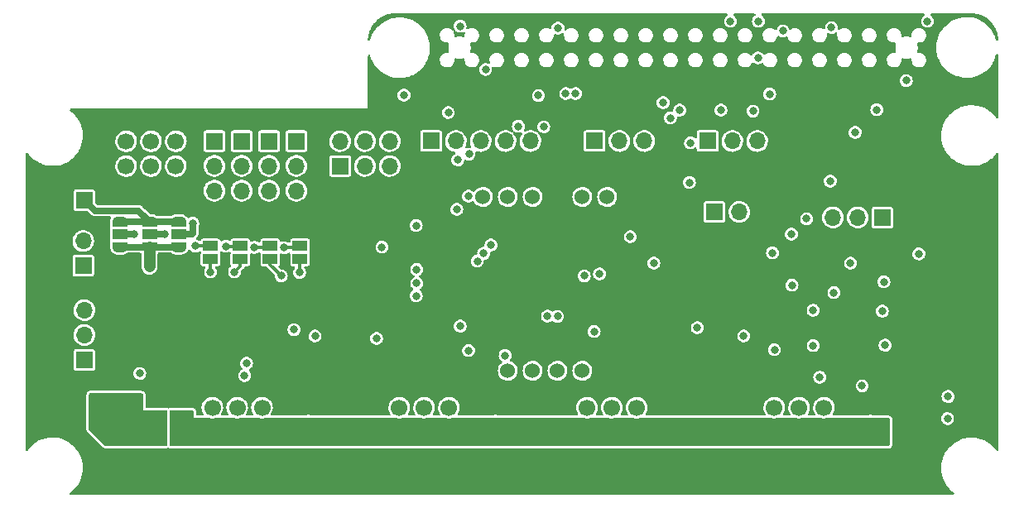
<source format=gbr>
%TF.GenerationSoftware,KiCad,Pcbnew,(6.0.1)*%
%TF.CreationDate,2022-02-15T19:49:30-05:00*%
%TF.ProjectId,expansion-board,65787061-6e73-4696-9f6e-2d626f617264,rev?*%
%TF.SameCoordinates,Original*%
%TF.FileFunction,Copper,L4,Bot*%
%TF.FilePolarity,Positive*%
%FSLAX46Y46*%
G04 Gerber Fmt 4.6, Leading zero omitted, Abs format (unit mm)*
G04 Created by KiCad (PCBNEW (6.0.1)) date 2022-02-15 19:49:30*
%MOMM*%
%LPD*%
G01*
G04 APERTURE LIST*
G04 Aperture macros list*
%AMRotRect*
0 Rectangle, with rotation*
0 The origin of the aperture is its center*
0 $1 length*
0 $2 width*
0 $3 Rotation angle, in degrees counterclockwise*
0 Add horizontal line*
21,1,$1,$2,0,0,$3*%
%AMFreePoly0*
4,1,22,0.550000,-0.750000,0.000000,-0.750000,0.000000,-0.745033,-0.079941,-0.743568,-0.215256,-0.701293,-0.333266,-0.622738,-0.424486,-0.514219,-0.481581,-0.384460,-0.499164,-0.250000,-0.500000,-0.250000,-0.500000,0.250000,-0.499164,0.250000,-0.499963,0.256109,-0.478152,0.396186,-0.417904,0.524511,-0.324060,0.630769,-0.204165,0.706417,-0.067858,0.745374,0.000000,0.744959,0.000000,0.750000,
0.550000,0.750000,0.550000,-0.750000,0.550000,-0.750000,$1*%
%AMFreePoly1*
4,1,20,0.000000,0.744959,0.073905,0.744508,0.209726,0.703889,0.328688,0.626782,0.421226,0.519385,0.479903,0.390333,0.500000,0.250000,0.500000,-0.250000,0.499851,-0.262216,0.476331,-0.402017,0.414519,-0.529596,0.319384,-0.634700,0.198574,-0.708877,0.061801,-0.746166,0.000000,-0.745033,0.000000,-0.750000,-0.550000,-0.750000,-0.550000,0.750000,0.000000,0.750000,0.000000,0.744959,
0.000000,0.744959,$1*%
G04 Aperture macros list end*
%TA.AperFunction,SMDPad,CuDef*%
%ADD10R,1.500000X1.000000*%
%TD*%
%TA.AperFunction,ComponentPad*%
%ADD11R,1.700000X1.700000*%
%TD*%
%TA.AperFunction,ComponentPad*%
%ADD12O,1.700000X1.700000*%
%TD*%
%TA.AperFunction,ComponentPad*%
%ADD13R,3.800000X3.800000*%
%TD*%
%TA.AperFunction,ComponentPad*%
%ADD14C,3.800000*%
%TD*%
%TA.AperFunction,ComponentPad*%
%ADD15C,1.700000*%
%TD*%
%TA.AperFunction,ComponentPad*%
%ADD16RotRect,2.000000X2.000000X325.000000*%
%TD*%
%TA.AperFunction,ComponentPad*%
%ADD17C,2.000000*%
%TD*%
%TA.AperFunction,SMDPad,CuDef*%
%ADD18FreePoly0,270.000000*%
%TD*%
%TA.AperFunction,SMDPad,CuDef*%
%ADD19FreePoly1,270.000000*%
%TD*%
%TA.AperFunction,ComponentPad*%
%ADD20C,1.524000*%
%TD*%
%TA.AperFunction,ViaPad*%
%ADD21C,0.800000*%
%TD*%
%TA.AperFunction,Conductor*%
%ADD22C,1.143000*%
%TD*%
%TA.AperFunction,Conductor*%
%ADD23C,0.330200*%
%TD*%
%TA.AperFunction,Conductor*%
%ADD24C,0.635000*%
%TD*%
%TA.AperFunction,Conductor*%
%ADD25C,0.254000*%
%TD*%
G04 APERTURE END LIST*
D10*
%TO.P,JP4,1,A*%
%TO.N,Net-(J8-Pad23)*%
X91066216Y-56155405D03*
%TO.P,JP4,2,B*%
%TO.N,FOOT4*%
X91066216Y-54855405D03*
%TD*%
%TO.P,JP1,2,B*%
%TO.N,FOOT1*%
X81916216Y-54855405D03*
%TO.P,JP1,1,A*%
%TO.N,Net-(J8-Pad37)*%
X81916216Y-56155405D03*
%TD*%
D11*
%TO.P,J10,1,Pin_1*%
%TO.N,+3V3*%
X85097216Y-44112405D03*
D12*
%TO.P,J10,2,Pin_2*%
%TO.N,Net-(J10-Pad2)*%
X85097216Y-46652405D03*
%TO.P,J10,3,Pin_3*%
%TO.N,FOOT2*%
X85097216Y-49192405D03*
%TO.P,J10,4,Pin_4*%
%TO.N,GND*%
X85097216Y-51732405D03*
%TD*%
D13*
%TO.P,J2,1,Pin_1*%
%TO.N,GND*%
X71775000Y-77525000D03*
D14*
%TO.P,J2,2,Pin_2*%
%TO.N,/+BATT-RAW*%
X71775000Y-72525000D03*
%TD*%
D11*
%TO.P,J14,1,Pin_1*%
%TO.N,+3V3*%
X132750000Y-44107000D03*
D12*
%TO.P,J14,2,Pin_2*%
%TO.N,TX*%
X135290000Y-44107000D03*
%TO.P,J14,3,Pin_3*%
%TO.N,RX*%
X137830000Y-44107000D03*
%TO.P,J14,4,Pin_4*%
%TO.N,GND*%
X140370000Y-44107000D03*
%TD*%
D15*
%TO.P,U9,1*%
%TO.N,M7*%
X120425000Y-71385000D03*
%TO.P,U9,2*%
%TO.N,+BATT*%
X120425000Y-73925000D03*
%TO.P,U9,3*%
%TO.N,GND*%
X120425000Y-76465000D03*
%TO.P,U9,4*%
%TO.N,M8*%
X122965000Y-71385000D03*
%TO.P,U9,5*%
%TO.N,+BATT*%
X122965000Y-73925000D03*
%TO.P,U9,6*%
%TO.N,GND*%
X122965000Y-76465000D03*
%TO.P,U9,7*%
%TO.N,M9*%
X125505000Y-71385000D03*
%TO.P,U9,8*%
%TO.N,+BATT*%
X125505000Y-73925000D03*
%TO.P,U9,9*%
%TO.N,GND*%
X125505000Y-76465000D03*
%TD*%
D11*
%TO.P,J15,1,Pin_1*%
%TO.N,+3V3*%
X104470000Y-44107000D03*
D12*
%TO.P,J15,2,Pin_2*%
%TO.N,SPI_CLK*%
X107010000Y-44107000D03*
%TO.P,J15,3,Pin_3*%
%TO.N,SPI_MOSI*%
X109550000Y-44107000D03*
%TO.P,J15,4,Pin_4*%
%TO.N,SPI_MISO*%
X112090000Y-44107000D03*
%TO.P,J15,5,Pin_5*%
%TO.N,SPI_CS*%
X114630000Y-44107000D03*
%TO.P,J15,6,Pin_6*%
%TO.N,GND*%
X117170000Y-44107000D03*
%TD*%
D11*
%TO.P,J4,1,Pin_1*%
%TO.N,+BATT*%
X69000000Y-66500000D03*
D12*
%TO.P,J4,2,Pin_2*%
%TO.N,GND*%
X66460000Y-66500000D03*
%TO.P,J4,3,Pin_3*%
%TO.N,+BATT*%
X69000000Y-63960000D03*
%TO.P,J4,4,Pin_4*%
%TO.N,GND*%
X66460000Y-63960000D03*
%TO.P,J4,5,Pin_5*%
%TO.N,+BATT*%
X69000000Y-61420000D03*
%TO.P,J4,6,Pin_6*%
%TO.N,GND*%
X66460000Y-61420000D03*
%TD*%
D16*
%TO.P,C7,1*%
%TO.N,+BATT*%
X92175000Y-73750000D03*
D17*
%TO.P,C7,2*%
%TO.N,GND*%
X96270760Y-76617882D03*
%TD*%
D18*
%TO.P,JP7,1,A*%
%TO.N,+AUX*%
X78666213Y-52355417D03*
D10*
%TO.P,JP7,2,C*%
%TO.N,Net-(JP7-Pad2)*%
X78666213Y-53655417D03*
D19*
%TO.P,JP7,3,B*%
%TO.N,+BATT*%
X78666213Y-54955417D03*
%TD*%
D11*
%TO.P,J13,1,Pin_1*%
%TO.N,+3V3*%
X121200000Y-44107000D03*
D12*
%TO.P,J13,2,Pin_2*%
%TO.N,SDA5*%
X123740000Y-44107000D03*
%TO.P,J13,3,Pin_3*%
%TO.N,SCL5*%
X126280000Y-44107000D03*
%TO.P,J13,4,Pin_4*%
%TO.N,GND*%
X128820000Y-44107000D03*
%TD*%
D11*
%TO.P,J6,1,Pin_1*%
%TO.N,+5V*%
X133465000Y-51360000D03*
D12*
%TO.P,J6,2,Pin_2*%
%TO.N,Net-(J6-Pad2)*%
X136005000Y-51360000D03*
%TO.P,J6,3,Pin_3*%
%TO.N,GND*%
X138545000Y-51360000D03*
%TD*%
D11*
%TO.P,J11,1,Pin_1*%
%TO.N,+3V3*%
X87891216Y-44112405D03*
D12*
%TO.P,J11,2,Pin_2*%
%TO.N,Net-(J11-Pad2)*%
X87891216Y-46652405D03*
%TO.P,J11,3,Pin_3*%
%TO.N,FOOT3*%
X87891216Y-49192405D03*
%TO.P,J11,4,Pin_4*%
%TO.N,GND*%
X87891216Y-51732405D03*
%TD*%
D18*
%TO.P,JP6,1,A*%
%TO.N,+AUX*%
X75666219Y-52355417D03*
D10*
%TO.P,JP6,2,C*%
%TO.N,Net-(JP6-Pad2)*%
X75666219Y-53655417D03*
D19*
%TO.P,JP6,3,B*%
%TO.N,+BATT*%
X75666219Y-54955417D03*
%TD*%
D15*
%TO.P,U11,1*%
%TO.N,AUX_M1*%
X73286216Y-44125405D03*
%TO.P,U11,2*%
%TO.N,Net-(JP5-Pad2)*%
X73286216Y-46665405D03*
%TO.P,U11,3*%
%TO.N,GND*%
X73286216Y-49205405D03*
%TO.P,U11,4*%
%TO.N,AUX_M2*%
X75826216Y-44125405D03*
%TO.P,U11,5*%
%TO.N,Net-(JP6-Pad2)*%
X75826216Y-46665405D03*
%TO.P,U11,6*%
%TO.N,GND*%
X75826216Y-49205405D03*
%TO.P,U11,7*%
%TO.N,AUX_M3*%
X78366216Y-44125405D03*
%TO.P,U11,8*%
%TO.N,Net-(JP7-Pad2)*%
X78366216Y-46665405D03*
%TO.P,U11,9*%
%TO.N,GND*%
X78366216Y-49205405D03*
%TD*%
D10*
%TO.P,JP2,1,A*%
%TO.N,Net-(J8-Pad29)*%
X84966226Y-56155401D03*
%TO.P,JP2,2,B*%
%TO.N,FOOT2*%
X84966226Y-54855401D03*
%TD*%
D16*
%TO.P,C6,1*%
%TO.N,+BATT*%
X149650000Y-73750000D03*
D17*
%TO.P,C6,2*%
%TO.N,GND*%
X153745760Y-76617882D03*
%TD*%
D18*
%TO.P,JP5,1,A*%
%TO.N,+AUX*%
X72666225Y-52355417D03*
D10*
%TO.P,JP5,2,C*%
%TO.N,Net-(JP5-Pad2)*%
X72666225Y-53655417D03*
D19*
%TO.P,JP5,3,B*%
%TO.N,+BATT*%
X72666225Y-54955417D03*
%TD*%
D11*
%TO.P,J1,1,Pin_1*%
%TO.N,Net-(J1-Pad1)*%
X68900000Y-56875000D03*
D12*
%TO.P,J1,2,Pin_2*%
%TO.N,Net-(J1-Pad2)*%
X68900000Y-54335000D03*
%TD*%
D20*
%TO.P,MOD1,1,Vin*%
%TO.N,+3V3*%
X122475000Y-49837500D03*
%TO.P,MOD1,2,3vo*%
%TO.N,unconnected-(MOD1-Pad2)*%
X119935000Y-49837500D03*
%TO.P,MOD1,3,GND*%
%TO.N,GND*%
X117395000Y-49837500D03*
%TO.P,MOD1,4,SDA*%
%TO.N,SDA5*%
X114855000Y-49837500D03*
%TO.P,MOD1,5,SCL*%
%TO.N,SCL5*%
X112315000Y-49837500D03*
%TO.P,MOD1,6,RST*%
%TO.N,unconnected-(MOD1-Pad6)*%
X109775000Y-49837500D03*
%TO.P,MOD1,7,ADR*%
%TO.N,unconnected-(MOD1-Pad7)*%
X112315000Y-67617500D03*
%TO.P,MOD1,8,INT*%
%TO.N,unconnected-(MOD1-Pad8)*%
X114855000Y-67617500D03*
%TO.P,MOD1,9,PS1*%
%TO.N,unconnected-(MOD1-Pad9)*%
X117395000Y-67617500D03*
%TO.P,MOD1,10,PS0*%
%TO.N,unconnected-(MOD1-Pad10)*%
X119935000Y-67617500D03*
%TD*%
D15*
%TO.P,U6,1*%
%TO.N,M1*%
X82100414Y-71385000D03*
%TO.P,U6,2*%
%TO.N,+BATT*%
X82100414Y-73925000D03*
%TO.P,U6,3*%
%TO.N,GND*%
X82100414Y-76465000D03*
%TO.P,U6,4*%
%TO.N,M2*%
X84640414Y-71385000D03*
%TO.P,U6,5*%
%TO.N,+BATT*%
X84640414Y-73925000D03*
%TO.P,U6,6*%
%TO.N,GND*%
X84640414Y-76465000D03*
%TO.P,U6,7*%
%TO.N,M3*%
X87180414Y-71385000D03*
%TO.P,U6,8*%
%TO.N,+BATT*%
X87180414Y-73925000D03*
%TO.P,U6,9*%
%TO.N,GND*%
X87180414Y-76465000D03*
%TD*%
%TO.P,U10,1*%
%TO.N,M10*%
X139575000Y-71385000D03*
%TO.P,U10,2*%
%TO.N,+BATT*%
X139575000Y-73925000D03*
%TO.P,U10,3*%
%TO.N,GND*%
X139575000Y-76465000D03*
%TO.P,U10,4*%
%TO.N,M11*%
X142115000Y-71385000D03*
%TO.P,U10,5*%
%TO.N,+BATT*%
X142115000Y-73925000D03*
%TO.P,U10,6*%
%TO.N,GND*%
X142115000Y-76465000D03*
%TO.P,U10,7*%
%TO.N,M12*%
X144655000Y-71385000D03*
%TO.P,U10,8*%
%TO.N,+BATT*%
X144655000Y-73925000D03*
%TO.P,U10,9*%
%TO.N,GND*%
X144655000Y-76465000D03*
%TD*%
D11*
%TO.P,J9,1,Pin_1*%
%TO.N,+3V3*%
X82303216Y-44112405D03*
D12*
%TO.P,J9,2,Pin_2*%
%TO.N,Net-(J9-Pad2)*%
X82303216Y-46652405D03*
%TO.P,J9,3,Pin_3*%
%TO.N,FOOT1*%
X82303216Y-49192405D03*
%TO.P,J9,4,Pin_4*%
%TO.N,GND*%
X82303216Y-51732405D03*
%TD*%
D11*
%TO.P,J3,1,Pin_1*%
%TO.N,+5V*%
X150625000Y-51925000D03*
D12*
%TO.P,J3,2,Pin_2*%
%TO.N,GND*%
X150625000Y-54465000D03*
%TO.P,J3,3,Pin_3*%
%TO.N,+5V*%
X148085000Y-51925000D03*
%TO.P,J3,4,Pin_4*%
%TO.N,GND*%
X148085000Y-54465000D03*
%TO.P,J3,5,Pin_5*%
%TO.N,+5V*%
X145545000Y-51925000D03*
%TO.P,J3,6,Pin_6*%
%TO.N,GND*%
X145545000Y-54465000D03*
%TD*%
D11*
%TO.P,J12,1,Pin_1*%
%TO.N,+3V3*%
X90685216Y-44112405D03*
D12*
%TO.P,J12,2,Pin_2*%
%TO.N,Net-(J12-Pad2)*%
X90685216Y-46652405D03*
%TO.P,J12,3,Pin_3*%
%TO.N,FOOT4*%
X90685216Y-49192405D03*
%TO.P,J12,4,Pin_4*%
%TO.N,GND*%
X90685216Y-51732405D03*
%TD*%
D15*
%TO.P,U8,1*%
%TO.N,M4*%
X101225394Y-71385000D03*
%TO.P,U8,2*%
%TO.N,+BATT*%
X101225394Y-73925000D03*
%TO.P,U8,3*%
%TO.N,GND*%
X101225394Y-76465000D03*
%TO.P,U8,4*%
%TO.N,M5*%
X103765394Y-71385000D03*
%TO.P,U8,5*%
%TO.N,+BATT*%
X103765394Y-73925000D03*
%TO.P,U8,6*%
%TO.N,GND*%
X103765394Y-76465000D03*
%TO.P,U8,7*%
%TO.N,M6*%
X106305394Y-71385000D03*
%TO.P,U8,8*%
%TO.N,+BATT*%
X106305394Y-73925000D03*
%TO.P,U8,9*%
%TO.N,GND*%
X106305394Y-76465000D03*
%TD*%
D16*
%TO.P,C9,1*%
%TO.N,+BATT*%
X111300000Y-73750000D03*
D17*
%TO.P,C9,2*%
%TO.N,GND*%
X115395760Y-76617882D03*
%TD*%
D11*
%TO.P,J7,1,Pin_1*%
%TO.N,Net-(J7-Pad1)*%
X95160000Y-46657000D03*
D12*
%TO.P,J7,2,Pin_2*%
%TO.N,+3V3*%
X95160000Y-44117000D03*
%TO.P,J7,3,Pin_3*%
%TO.N,Net-(J7-Pad3)*%
X97700000Y-46657000D03*
%TO.P,J7,4,Pin_4*%
%TO.N,+3V3*%
X97700000Y-44117000D03*
%TO.P,J7,5,Pin_5*%
%TO.N,Net-(J7-Pad5)*%
X100240000Y-46657000D03*
%TO.P,J7,6,Pin_6*%
%TO.N,+3V3*%
X100240000Y-44117000D03*
%TD*%
D16*
%TO.P,C8,1*%
%TO.N,+BATT*%
X130527120Y-73818982D03*
D17*
%TO.P,C8,2*%
%TO.N,GND*%
X134622880Y-76686864D03*
%TD*%
D11*
%TO.P,J5,1,Pin_1*%
%TO.N,+AUX*%
X69000000Y-50150000D03*
D12*
%TO.P,J5,2,Pin_2*%
%TO.N,GND*%
X66460000Y-50150000D03*
%TD*%
D10*
%TO.P,JP3,2,B*%
%TO.N,FOOT3*%
X88016207Y-54855401D03*
%TO.P,JP3,1,A*%
%TO.N,Net-(J8-Pad31)*%
X88016207Y-56155401D03*
%TD*%
D21*
%TO.N,+5V*%
X150060000Y-40900000D03*
X153080000Y-37930000D03*
X147840000Y-43230000D03*
X145300000Y-48210000D03*
X142880000Y-52070000D03*
X141325000Y-53625000D03*
X139395000Y-55555000D03*
%TO.N,Net-(D1-Pad1)*%
X150789711Y-58510289D03*
X150625000Y-61525000D03*
%TO.N,+BATT*%
X145672220Y-59607780D03*
X143550000Y-61420000D03*
X143550000Y-65040000D03*
X144220000Y-68270000D03*
X148560000Y-69160000D03*
%TO.N,Net-(D1-Pad1)*%
X154360000Y-55650000D03*
X147370000Y-56600000D03*
X141385000Y-58865000D03*
X139590000Y-65460000D03*
%TO.N,Net-(J8-Pad31)*%
X89150000Y-57900000D03*
%TO.N,+BATT*%
X79510000Y-72170000D03*
X78250009Y-72160003D03*
%TO.N,/+BATT-RAW*%
X76940000Y-72160000D03*
X75719991Y-72139988D03*
%TO.N,+5V*%
X74680000Y-67880000D03*
%TO.N,GND*%
X152950000Y-46800000D03*
X154100000Y-48000000D03*
X155600000Y-67050000D03*
X157600000Y-67050000D03*
X159600000Y-67050000D03*
X153600000Y-67050000D03*
X157600000Y-59500000D03*
X157600000Y-61400000D03*
X157600000Y-63250000D03*
X159600000Y-63200000D03*
X155600000Y-65100000D03*
X155600000Y-61400000D03*
X157600000Y-65150000D03*
X153600000Y-63200000D03*
X153600000Y-59500000D03*
X159600000Y-59500000D03*
X153600000Y-65100000D03*
X159600000Y-61400000D03*
X155600000Y-59500000D03*
X155600000Y-63200000D03*
X159600000Y-65100000D03*
X153600000Y-61400000D03*
%TO.N,Net-(R18-Pad1)*%
X157350000Y-70250000D03*
X150900000Y-65000000D03*
%TO.N,+5V*%
X157300000Y-72500000D03*
X136450000Y-64050000D03*
%TO.N,GND*%
X160900000Y-73650000D03*
X155650000Y-48900000D03*
%TO.N,+3V3*%
X135100000Y-31850000D03*
X155250000Y-31850000D03*
%TO.N,GND*%
X149300000Y-38550000D03*
X143300000Y-31850000D03*
X139932200Y-34967800D03*
X132450000Y-34550000D03*
X112857800Y-37300000D03*
X119682200Y-37250000D03*
X122700000Y-32200000D03*
X105223473Y-31820427D03*
%TO.N,SPI_CS*%
X139100000Y-39300000D03*
%TO.N,OUT4*%
X137950000Y-31850000D03*
X137900000Y-35600000D03*
%TO.N,SPI_CS*%
X119252703Y-39250000D03*
%TO.N,SDA5*%
X118250000Y-39250000D03*
%TO.N,GND*%
X101400000Y-49450000D03*
%TO.N,+5V*%
X131700000Y-63200000D03*
%TO.N,Net-(J1-Pad1)*%
X85400000Y-68100000D03*
%TO.N,Net-(J1-Pad2)*%
X85600000Y-66850000D03*
%TO.N,GND*%
X80750000Y-68600000D03*
X98350000Y-66000000D03*
%TO.N,+3V3*%
X98900000Y-64300000D03*
X107450000Y-63050000D03*
X108300000Y-65550000D03*
X90450000Y-63400000D03*
X92600000Y-64050000D03*
%TO.N,OUT1*%
X110050000Y-36800000D03*
X101700000Y-39400000D03*
%TO.N,OUT2*%
X145426908Y-32491247D03*
X102950000Y-59950000D03*
%TO.N,OUT3*%
X140450000Y-32850000D03*
X103000000Y-58650000D03*
%TO.N,OUT4*%
X137400000Y-41050000D03*
X103000000Y-57250000D03*
%TO.N,OUT5*%
X134117917Y-40932083D03*
X99450000Y-54950000D03*
%TO.N,OUT6*%
X128950000Y-41750000D03*
X102950000Y-52750000D03*
%TO.N,OUT7*%
X129900000Y-40950000D03*
X106232200Y-41200000D03*
%TO.N,Net-(J8-Pad23)*%
X128200000Y-40182200D03*
X91016216Y-57555405D03*
%TO.N,Net-(J8-Pad31)*%
X115450000Y-39450000D03*
%TO.N,Net-(J8-Pad29)*%
X117450000Y-32550000D03*
X84366216Y-57505405D03*
%TO.N,Net-(J8-Pad37)*%
X107450000Y-32350000D03*
X81916216Y-57505405D03*
%TO.N,SDA5*%
X116000000Y-42650000D03*
%TO.N,SCL5*%
X113400000Y-42600000D03*
%TO.N,GND*%
X82550000Y-58917800D03*
X81500000Y-62250000D03*
%TO.N,AUX_M3*%
X110600000Y-54750000D03*
%TO.N,AUX_M2*%
X109850000Y-55600000D03*
%TO.N,AUX_M1*%
X109200000Y-56400000D03*
%TO.N,FOOT3*%
X86400000Y-54980000D03*
%TO.N,FOOT4*%
X89460000Y-55020000D03*
%TO.N,FOOT2*%
X83490000Y-54870000D03*
%TO.N,FOOT1*%
X80366216Y-54855405D03*
%TO.N,GND*%
X117750000Y-56400000D03*
X115150000Y-62200000D03*
%TO.N,NEOPIXEL*%
X131000000Y-44300000D03*
%TO.N,+3V3*%
X124850000Y-53900000D03*
%TO.N,SDA1*%
X121700000Y-57700000D03*
X117407718Y-62042281D03*
%TO.N,SCL1*%
X120150000Y-57900000D03*
X116375951Y-62032337D03*
%TO.N,+3V3*%
X127250000Y-56600000D03*
X121150000Y-63600000D03*
%TO.N,GND*%
X121000000Y-61650000D03*
%TO.N,M5*%
X112050000Y-66050000D03*
%TO.N,ID_SD*%
X108350000Y-45450011D03*
X108300000Y-49750000D03*
%TO.N,ID_SC*%
X107200000Y-46032200D03*
X107100000Y-51100000D03*
%TO.N,+BATT*%
X75666216Y-56955405D03*
%TO.N,Net-(JP7-Pad2)*%
X80100000Y-52510000D03*
%TO.N,Net-(JP6-Pad2)*%
X77216213Y-53655412D03*
%TO.N,Net-(JP5-Pad2)*%
X74116219Y-53655412D03*
%TO.N,GND*%
X80120300Y-63565976D03*
%TO.N,NEOPIXEL*%
X130900000Y-48350000D03*
%TD*%
D22*
%TO.N,+BATT*%
X75666219Y-56955411D02*
X75666219Y-54993134D01*
D23*
%TO.N,FOOT4*%
X89460000Y-55020000D02*
X90901621Y-55020000D01*
X90901621Y-55020000D02*
X91066216Y-54855405D01*
%TO.N,FOOT3*%
X87891608Y-54980000D02*
X88016207Y-54855401D01*
X86400000Y-54980000D02*
X87891608Y-54980000D01*
D24*
%TO.N,Net-(JP6-Pad2)*%
X75666231Y-53655405D02*
X77216216Y-53655405D01*
X75666219Y-53655417D02*
X75666231Y-53655405D01*
D23*
%TO.N,FOOT1*%
X80366216Y-54855405D02*
X81916216Y-54855405D01*
D24*
%TO.N,Net-(JP7-Pad2)*%
X80100000Y-52510000D02*
X80100000Y-53571621D01*
X80016216Y-53655405D02*
X78666216Y-53655405D01*
X80100000Y-53571621D02*
X80016216Y-53655405D01*
D23*
%TO.N,FOOT2*%
X83490000Y-54870000D02*
X84951621Y-54870000D01*
%TO.N,Net-(J8-Pad23)*%
X91066216Y-57505405D02*
X91016216Y-57555405D01*
X91066216Y-56155405D02*
X91066216Y-57505405D01*
%TO.N,Net-(J8-Pad31)*%
X88016216Y-56766216D02*
X89150000Y-57900000D01*
X88016216Y-56155405D02*
X88016216Y-56766216D01*
D24*
%TO.N,+AUX*%
X74540811Y-51230000D02*
X75666216Y-52355405D01*
X70080000Y-51230000D02*
X74540811Y-51230000D01*
X69000000Y-50150000D02*
X70080000Y-51230000D01*
D23*
%TO.N,Net-(J8-Pad29)*%
X84966216Y-56905405D02*
X84366216Y-57505405D01*
X84966216Y-56155405D02*
X84966216Y-56905405D01*
%TO.N,Net-(J8-Pad37)*%
X81916216Y-56155405D02*
X81916216Y-57505405D01*
D24*
%TO.N,+AUX*%
X75666216Y-52355405D02*
X72666216Y-52355405D01*
X78666216Y-52355405D02*
X75666216Y-52355405D01*
%TO.N,+BATT*%
X75666216Y-54955405D02*
X78666216Y-54955405D01*
X72666216Y-54955405D02*
X75666216Y-54955405D01*
%TO.N,Net-(JP5-Pad2)*%
X72666216Y-53655405D02*
X74116216Y-53655405D01*
D25*
%TO.N,FOOT4*%
X90766216Y-54855405D02*
X91066216Y-54855405D01*
%TD*%
%TA.AperFunction,Conductor*%
%TO.N,+BATT*%
G36*
X80148848Y-71670002D02*
G01*
X80195341Y-71723658D01*
X80206686Y-71779230D01*
X80190000Y-72430000D01*
X80422121Y-72430130D01*
X81711498Y-72430855D01*
X81750358Y-72437020D01*
X81752338Y-72437663D01*
X81757642Y-72439942D01*
X81776155Y-72444131D01*
X81949993Y-72483467D01*
X81949998Y-72483468D01*
X81955630Y-72484742D01*
X81961401Y-72484969D01*
X81961403Y-72484969D01*
X82021170Y-72487317D01*
X82158467Y-72492712D01*
X82262527Y-72477624D01*
X82353645Y-72464413D01*
X82353650Y-72464412D01*
X82359359Y-72463584D01*
X82364823Y-72461729D01*
X82364828Y-72461728D01*
X82434813Y-72437971D01*
X82475385Y-72431284D01*
X84255898Y-72432284D01*
X84293826Y-72438302D01*
X84297642Y-72439942D01*
X84303271Y-72441216D01*
X84303272Y-72441216D01*
X84489993Y-72483467D01*
X84489998Y-72483468D01*
X84495630Y-72484742D01*
X84501401Y-72484969D01*
X84501403Y-72484969D01*
X84561170Y-72487317D01*
X84698467Y-72492712D01*
X84816603Y-72475583D01*
X84893637Y-72464414D01*
X84893641Y-72464413D01*
X84899359Y-72463584D01*
X84904831Y-72461726D01*
X84904833Y-72461726D01*
X84955637Y-72444480D01*
X84970618Y-72439395D01*
X85011189Y-72432708D01*
X86800297Y-72433713D01*
X86836521Y-72439460D01*
X86837642Y-72439942D01*
X86906567Y-72455538D01*
X87029993Y-72483467D01*
X87029998Y-72483468D01*
X87035630Y-72484742D01*
X87041401Y-72484969D01*
X87041403Y-72484969D01*
X87101170Y-72487317D01*
X87238467Y-72492712D01*
X87342527Y-72477624D01*
X87433645Y-72464413D01*
X87433650Y-72464412D01*
X87439359Y-72463584D01*
X87444823Y-72461729D01*
X87444828Y-72461728D01*
X87506420Y-72440820D01*
X87546992Y-72434133D01*
X100876030Y-72441620D01*
X100903767Y-72444727D01*
X101074973Y-72483467D01*
X101074978Y-72483468D01*
X101080610Y-72484742D01*
X101086381Y-72484969D01*
X101086383Y-72484969D01*
X101146150Y-72487317D01*
X101283447Y-72492712D01*
X101401583Y-72475583D01*
X101478617Y-72464414D01*
X101478621Y-72464413D01*
X101484339Y-72463584D01*
X101489812Y-72461726D01*
X101489817Y-72461725D01*
X101528199Y-72448696D01*
X101568771Y-72442009D01*
X102939520Y-72442779D01*
X103422351Y-72443050D01*
X103450088Y-72446157D01*
X103614973Y-72483467D01*
X103614978Y-72483468D01*
X103620610Y-72484742D01*
X103626381Y-72484969D01*
X103626383Y-72484969D01*
X103686150Y-72487317D01*
X103823447Y-72492712D01*
X104024339Y-72463584D01*
X104029807Y-72461728D01*
X104064006Y-72450120D01*
X104104576Y-72443434D01*
X105346195Y-72444131D01*
X105968676Y-72444480D01*
X105996406Y-72447587D01*
X106085096Y-72467655D01*
X106154974Y-72483467D01*
X106154977Y-72483467D01*
X106160610Y-72484742D01*
X106166381Y-72484969D01*
X106166383Y-72484969D01*
X106226150Y-72487317D01*
X106363447Y-72492712D01*
X106481583Y-72475583D01*
X106558617Y-72464414D01*
X106558621Y-72464413D01*
X106564339Y-72463584D01*
X106569812Y-72461726D01*
X106569817Y-72461725D01*
X106599806Y-72451545D01*
X106640378Y-72444858D01*
X113086965Y-72448479D01*
X120123420Y-72452431D01*
X120151151Y-72455538D01*
X120204702Y-72467655D01*
X120274580Y-72483467D01*
X120274583Y-72483467D01*
X120280216Y-72484742D01*
X120285987Y-72484969D01*
X120285989Y-72484969D01*
X120345756Y-72487317D01*
X120483053Y-72492712D01*
X120601189Y-72475583D01*
X120678223Y-72464414D01*
X120678227Y-72464413D01*
X120683945Y-72463584D01*
X120693387Y-72460379D01*
X120696089Y-72459462D01*
X120736659Y-72452776D01*
X122669739Y-72453862D01*
X122697475Y-72456969D01*
X122788759Y-72477624D01*
X122820216Y-72484742D01*
X122825990Y-72484969D01*
X122825991Y-72484969D01*
X122862537Y-72486405D01*
X123023053Y-72492712D01*
X123223945Y-72463584D01*
X123229413Y-72461728D01*
X123231894Y-72460886D01*
X123272462Y-72454201D01*
X125216059Y-72455292D01*
X125243796Y-72458399D01*
X125354579Y-72483467D01*
X125354584Y-72483468D01*
X125360216Y-72484742D01*
X125365987Y-72484969D01*
X125365989Y-72484969D01*
X125425756Y-72487317D01*
X125563053Y-72492712D01*
X125667113Y-72477624D01*
X125758231Y-72464413D01*
X125758236Y-72464412D01*
X125763945Y-72463584D01*
X125769412Y-72461728D01*
X125775031Y-72460379D01*
X125775198Y-72461074D01*
X125808265Y-72455625D01*
X137986886Y-72462466D01*
X139321074Y-72463215D01*
X139348811Y-72466322D01*
X139424579Y-72483467D01*
X139424584Y-72483468D01*
X139430216Y-72484742D01*
X139435987Y-72484969D01*
X139435989Y-72484969D01*
X139495756Y-72487317D01*
X139633053Y-72492712D01*
X139825477Y-72464812D01*
X139843617Y-72463509D01*
X141867398Y-72464645D01*
X141895130Y-72467752D01*
X141928236Y-72475243D01*
X141964580Y-72483467D01*
X141964583Y-72483467D01*
X141970216Y-72484742D01*
X141975987Y-72484969D01*
X141975989Y-72484969D01*
X142035756Y-72487317D01*
X142173053Y-72492712D01*
X142330184Y-72469929D01*
X142355669Y-72466234D01*
X142373820Y-72464930D01*
X144413718Y-72466076D01*
X144441454Y-72469183D01*
X144478759Y-72477624D01*
X144510216Y-72484742D01*
X144515990Y-72484969D01*
X144515991Y-72484969D01*
X144552537Y-72486405D01*
X144713053Y-72492712D01*
X144885869Y-72467655D01*
X144904017Y-72466351D01*
X146114560Y-72467031D01*
X151272962Y-72469929D01*
X151341071Y-72489969D01*
X151387534Y-72543651D01*
X151398886Y-72597032D01*
X151376106Y-75194000D01*
X151376096Y-75195105D01*
X151355497Y-75263048D01*
X151301436Y-75309068D01*
X151250101Y-75320000D01*
X77856000Y-75320000D01*
X77787879Y-75299998D01*
X77741386Y-75246342D01*
X77730000Y-75194000D01*
X77730000Y-71776000D01*
X77750002Y-71707879D01*
X77803658Y-71661386D01*
X77856000Y-71650000D01*
X80080727Y-71650000D01*
X80148848Y-71670002D01*
G37*
%TD.AperFunction*%
%TD*%
%TA.AperFunction,Conductor*%
%TO.N,GND*%
G36*
X134764417Y-31074002D02*
G01*
X134810910Y-31127658D01*
X134821014Y-31197932D01*
X134791520Y-31262512D01*
X134754085Y-31291966D01*
X134736162Y-31301217D01*
X134729414Y-31304700D01*
X134610039Y-31408838D01*
X134518950Y-31538444D01*
X134516190Y-31545524D01*
X134472414Y-31657804D01*
X134461406Y-31686037D01*
X134460414Y-31693570D01*
X134460414Y-31693571D01*
X134444604Y-31813664D01*
X134440729Y-31843096D01*
X134446466Y-31895062D01*
X134450354Y-31930271D01*
X134458113Y-32000553D01*
X134460723Y-32007684D01*
X134460723Y-32007686D01*
X134501916Y-32120251D01*
X134512553Y-32149319D01*
X134516789Y-32155622D01*
X134516789Y-32155623D01*
X134572443Y-32238444D01*
X134600908Y-32280805D01*
X134606527Y-32285918D01*
X134606528Y-32285919D01*
X134696615Y-32367891D01*
X134718076Y-32387419D01*
X134857293Y-32463008D01*
X135010522Y-32503207D01*
X135094477Y-32504526D01*
X135161319Y-32505576D01*
X135161322Y-32505576D01*
X135168916Y-32505695D01*
X135323332Y-32470329D01*
X135422902Y-32420251D01*
X135458072Y-32402563D01*
X135458075Y-32402561D01*
X135464855Y-32399151D01*
X135470626Y-32394222D01*
X135470629Y-32394220D01*
X135579536Y-32301204D01*
X135579536Y-32301203D01*
X135585314Y-32296269D01*
X135677755Y-32167624D01*
X135736842Y-32020641D01*
X135752739Y-31908941D01*
X135758581Y-31867891D01*
X135758581Y-31867888D01*
X135759162Y-31863807D01*
X135759307Y-31850000D01*
X135740276Y-31692733D01*
X135684280Y-31544546D01*
X135660682Y-31510211D01*
X135598855Y-31420251D01*
X135598854Y-31420249D01*
X135594553Y-31413992D01*
X135476275Y-31308611D01*
X135443679Y-31291352D01*
X135392839Y-31241802D01*
X135376857Y-31172628D01*
X135400811Y-31105794D01*
X135457095Y-31062520D01*
X135502641Y-31054000D01*
X137546296Y-31054000D01*
X137614417Y-31074002D01*
X137660910Y-31127658D01*
X137671014Y-31197932D01*
X137641520Y-31262512D01*
X137604085Y-31291966D01*
X137586162Y-31301217D01*
X137579414Y-31304700D01*
X137460039Y-31408838D01*
X137368950Y-31538444D01*
X137366190Y-31545524D01*
X137322414Y-31657804D01*
X137311406Y-31686037D01*
X137310414Y-31693570D01*
X137310414Y-31693571D01*
X137294604Y-31813664D01*
X137290729Y-31843096D01*
X137296466Y-31895062D01*
X137300354Y-31930271D01*
X137308113Y-32000553D01*
X137310723Y-32007684D01*
X137310723Y-32007686D01*
X137351916Y-32120251D01*
X137362553Y-32149319D01*
X137366789Y-32155622D01*
X137366789Y-32155623D01*
X137422443Y-32238444D01*
X137450908Y-32280805D01*
X137456527Y-32285918D01*
X137456528Y-32285919D01*
X137546615Y-32367891D01*
X137568076Y-32387419D01*
X137707293Y-32463008D01*
X137860522Y-32503207D01*
X137944477Y-32504526D01*
X138011319Y-32505576D01*
X138011322Y-32505576D01*
X138018916Y-32505695D01*
X138173332Y-32470329D01*
X138272902Y-32420251D01*
X138308072Y-32402563D01*
X138308075Y-32402561D01*
X138314855Y-32399151D01*
X138320626Y-32394222D01*
X138320629Y-32394220D01*
X138429536Y-32301204D01*
X138429536Y-32301203D01*
X138435314Y-32296269D01*
X138527755Y-32167624D01*
X138586842Y-32020641D01*
X138602739Y-31908941D01*
X138608581Y-31867891D01*
X138608581Y-31867888D01*
X138609162Y-31863807D01*
X138609307Y-31850000D01*
X138590276Y-31692733D01*
X138534280Y-31544546D01*
X138510682Y-31510211D01*
X138448855Y-31420251D01*
X138448854Y-31420249D01*
X138444553Y-31413992D01*
X138326275Y-31308611D01*
X138293679Y-31291352D01*
X138242839Y-31241802D01*
X138226857Y-31172628D01*
X138250811Y-31105794D01*
X138307095Y-31062520D01*
X138352641Y-31054000D01*
X154846296Y-31054000D01*
X154914417Y-31074002D01*
X154960910Y-31127658D01*
X154971014Y-31197932D01*
X154941520Y-31262512D01*
X154904085Y-31291966D01*
X154886162Y-31301217D01*
X154879414Y-31304700D01*
X154760039Y-31408838D01*
X154668950Y-31538444D01*
X154666190Y-31545524D01*
X154622414Y-31657804D01*
X154611406Y-31686037D01*
X154610414Y-31693570D01*
X154610414Y-31693571D01*
X154594604Y-31813664D01*
X154590729Y-31843096D01*
X154596466Y-31895062D01*
X154600354Y-31930271D01*
X154608113Y-32000553D01*
X154610723Y-32007684D01*
X154610723Y-32007686D01*
X154651916Y-32120251D01*
X154662553Y-32149319D01*
X154666789Y-32155622D01*
X154666789Y-32155623D01*
X154722443Y-32238444D01*
X154750908Y-32280805D01*
X154756527Y-32285918D01*
X154756528Y-32285919D01*
X154846615Y-32367891D01*
X154868076Y-32387419D01*
X155007293Y-32463008D01*
X155160522Y-32503207D01*
X155244477Y-32504526D01*
X155311319Y-32505576D01*
X155311322Y-32505576D01*
X155318916Y-32505695D01*
X155473332Y-32470329D01*
X155572902Y-32420251D01*
X155608072Y-32402563D01*
X155608075Y-32402561D01*
X155614855Y-32399151D01*
X155620626Y-32394222D01*
X155620629Y-32394220D01*
X155729536Y-32301204D01*
X155729536Y-32301203D01*
X155735314Y-32296269D01*
X155827755Y-32167624D01*
X155886842Y-32020641D01*
X155902739Y-31908941D01*
X155908581Y-31867891D01*
X155908581Y-31867888D01*
X155909162Y-31863807D01*
X155909307Y-31850000D01*
X155890276Y-31692733D01*
X155834280Y-31544546D01*
X155810682Y-31510211D01*
X155748855Y-31420251D01*
X155748854Y-31420249D01*
X155744553Y-31413992D01*
X155626275Y-31308611D01*
X155593679Y-31291352D01*
X155542839Y-31241802D01*
X155526857Y-31172628D01*
X155550811Y-31105794D01*
X155607095Y-31062520D01*
X155652641Y-31054000D01*
X159712575Y-31054000D01*
X159737153Y-31056421D01*
X159750000Y-31058976D01*
X159762170Y-31056556D01*
X159774581Y-31056556D01*
X159774581Y-31056757D01*
X159785469Y-31055992D01*
X160050393Y-31070870D01*
X160064425Y-31072450D01*
X160209248Y-31097057D01*
X160354066Y-31121663D01*
X160367841Y-31124807D01*
X160454600Y-31149802D01*
X160650156Y-31206141D01*
X160663477Y-31210802D01*
X160934912Y-31323234D01*
X160947635Y-31329361D01*
X161036523Y-31378488D01*
X161204768Y-31471474D01*
X161216731Y-31478991D01*
X161456329Y-31648994D01*
X161467376Y-31657803D01*
X161632151Y-31805055D01*
X161686439Y-31853570D01*
X161696429Y-31863560D01*
X161887175Y-32077004D01*
X161892196Y-32082623D01*
X161901005Y-32093669D01*
X161935428Y-32142185D01*
X162071009Y-32333269D01*
X162078526Y-32345232D01*
X162104779Y-32392733D01*
X162219704Y-32600672D01*
X162220637Y-32602361D01*
X162226766Y-32615088D01*
X162339198Y-32886523D01*
X162343859Y-32899844D01*
X162382343Y-33033422D01*
X162425193Y-33182159D01*
X162428337Y-33195934D01*
X162446380Y-33302126D01*
X162475177Y-33471608D01*
X162477549Y-33485570D01*
X162479131Y-33499609D01*
X162483559Y-33578469D01*
X162489976Y-33692739D01*
X162473825Y-33761874D01*
X162422860Y-33811302D01*
X162353263Y-33825330D01*
X162287130Y-33799504D01*
X162243841Y-33737167D01*
X162171930Y-33505576D01*
X162153496Y-33446208D01*
X162140931Y-33417652D01*
X162013122Y-33127182D01*
X162013120Y-33127179D01*
X162011679Y-33123903D01*
X161834287Y-32819724D01*
X161623601Y-32537581D01*
X161621157Y-32534983D01*
X161621152Y-32534977D01*
X161384780Y-32283707D01*
X161384776Y-32283704D01*
X161382330Y-32281103D01*
X161234107Y-32155623D01*
X161116298Y-32055890D01*
X161116294Y-32055887D01*
X161113576Y-32053586D01*
X161108337Y-32050085D01*
X160823770Y-31859944D01*
X160823768Y-31859943D01*
X160820793Y-31857955D01*
X160806602Y-31850646D01*
X160510930Y-31698364D01*
X160510925Y-31698362D01*
X160507747Y-31696725D01*
X160504406Y-31695459D01*
X160504401Y-31695457D01*
X160181805Y-31573237D01*
X160181806Y-31573237D01*
X160178461Y-31571970D01*
X160174997Y-31571090D01*
X160174993Y-31571089D01*
X159840637Y-31486173D01*
X159840629Y-31486171D01*
X159837170Y-31485293D01*
X159641770Y-31458700D01*
X159491253Y-31438215D01*
X159491246Y-31438214D01*
X159488260Y-31437808D01*
X159373519Y-31433300D01*
X159155402Y-31433300D01*
X159013844Y-31441338D01*
X158896608Y-31447995D01*
X158896601Y-31447996D01*
X158893040Y-31448198D01*
X158803318Y-31463615D01*
X158549518Y-31507225D01*
X158549510Y-31507227D01*
X158546000Y-31507830D01*
X158542575Y-31508828D01*
X158542572Y-31508829D01*
X158441504Y-31538288D01*
X158207941Y-31606366D01*
X158204639Y-31607751D01*
X158204638Y-31607751D01*
X157886508Y-31741154D01*
X157883210Y-31742537D01*
X157772210Y-31804700D01*
X157579098Y-31912847D01*
X157579093Y-31912850D01*
X157575981Y-31914593D01*
X157573085Y-31916678D01*
X157573080Y-31916681D01*
X157519976Y-31954911D01*
X157290205Y-32120323D01*
X157287569Y-32122717D01*
X157287567Y-32122719D01*
X157036638Y-32350646D01*
X157029554Y-32357081D01*
X156926437Y-32474663D01*
X156846216Y-32566138D01*
X156797381Y-32621823D01*
X156795349Y-32624752D01*
X156795346Y-32624756D01*
X156752834Y-32686037D01*
X156596671Y-32911147D01*
X156594980Y-32914294D01*
X156594977Y-32914299D01*
X156505783Y-33080297D01*
X156430002Y-33221332D01*
X156428675Y-33224657D01*
X156428675Y-33224658D01*
X156419868Y-33246732D01*
X156299519Y-33548390D01*
X156206899Y-33888117D01*
X156206357Y-33891639D01*
X156176567Y-34085189D01*
X156153332Y-34236145D01*
X156153192Y-34239709D01*
X156144180Y-34469098D01*
X156139508Y-34588000D01*
X156146710Y-34684907D01*
X156164274Y-34921256D01*
X156165604Y-34939158D01*
X156231284Y-35285104D01*
X156232342Y-35288513D01*
X156232344Y-35288519D01*
X156247054Y-35335893D01*
X156335704Y-35621392D01*
X156337145Y-35624667D01*
X156445828Y-35871668D01*
X156477521Y-35943697D01*
X156654913Y-36247876D01*
X156865599Y-36530019D01*
X156868043Y-36532617D01*
X156868048Y-36532623D01*
X157104420Y-36783893D01*
X157106870Y-36786497D01*
X157143954Y-36817891D01*
X157326795Y-36972677D01*
X157375624Y-37014014D01*
X157378588Y-37015994D01*
X157378590Y-37015996D01*
X157580517Y-37150919D01*
X157668407Y-37209645D01*
X157671589Y-37211284D01*
X157671591Y-37211285D01*
X157978270Y-37369236D01*
X157978275Y-37369238D01*
X157981453Y-37370875D01*
X157984794Y-37372141D01*
X157984799Y-37372143D01*
X158205018Y-37455576D01*
X158310739Y-37495630D01*
X158314203Y-37496510D01*
X158314207Y-37496511D01*
X158648563Y-37581427D01*
X158648571Y-37581429D01*
X158652030Y-37582307D01*
X158823752Y-37605678D01*
X158997947Y-37629385D01*
X158997954Y-37629386D01*
X159000940Y-37629792D01*
X159115681Y-37634300D01*
X159333798Y-37634300D01*
X159475356Y-37626262D01*
X159592592Y-37619605D01*
X159592599Y-37619604D01*
X159596160Y-37619402D01*
X159734483Y-37595634D01*
X159939682Y-37560375D01*
X159939690Y-37560373D01*
X159943200Y-37559770D01*
X159946625Y-37558772D01*
X159946628Y-37558771D01*
X160186555Y-37488838D01*
X160281259Y-37461234D01*
X160300118Y-37453326D01*
X160602692Y-37326446D01*
X160605990Y-37325063D01*
X160809156Y-37211285D01*
X160910102Y-37154753D01*
X160910107Y-37154750D01*
X160913219Y-37153007D01*
X160916115Y-37150922D01*
X160916120Y-37150919D01*
X161071009Y-37039414D01*
X161198995Y-36947277D01*
X161203701Y-36943003D01*
X161457005Y-36712918D01*
X161457006Y-36712917D01*
X161459646Y-36710519D01*
X161691819Y-36445777D01*
X161728283Y-36393215D01*
X161772535Y-36329424D01*
X161892529Y-36156453D01*
X161894620Y-36152563D01*
X162057502Y-35849424D01*
X162059198Y-35846268D01*
X162189681Y-35519210D01*
X162248437Y-35303695D01*
X162285652Y-35243234D01*
X162349648Y-35212492D01*
X162420105Y-35221228D01*
X162474654Y-35266669D01*
X162496000Y-35336837D01*
X162496000Y-41663248D01*
X162475998Y-41731369D01*
X162422342Y-41777862D01*
X162352068Y-41787966D01*
X162287488Y-41758472D01*
X162269042Y-41738637D01*
X162242585Y-41703207D01*
X162131601Y-41554581D01*
X162129157Y-41551983D01*
X162129152Y-41551977D01*
X161892780Y-41300707D01*
X161892776Y-41300704D01*
X161890330Y-41298103D01*
X161698284Y-41135524D01*
X161624298Y-41072890D01*
X161624294Y-41072887D01*
X161621576Y-41070586D01*
X161611431Y-41063807D01*
X161331770Y-40876944D01*
X161331768Y-40876943D01*
X161328793Y-40874955D01*
X161325609Y-40873315D01*
X161018930Y-40715364D01*
X161018925Y-40715362D01*
X161015747Y-40713725D01*
X161012406Y-40712459D01*
X161012401Y-40712457D01*
X160703760Y-40595524D01*
X160686461Y-40588970D01*
X160682997Y-40588090D01*
X160682993Y-40588089D01*
X160348637Y-40503173D01*
X160348629Y-40503171D01*
X160345170Y-40502293D01*
X160140108Y-40474385D01*
X159999253Y-40455215D01*
X159999246Y-40455214D01*
X159996260Y-40454808D01*
X159881519Y-40450300D01*
X159663402Y-40450300D01*
X159521844Y-40458338D01*
X159404608Y-40464995D01*
X159404601Y-40464996D01*
X159401040Y-40465198D01*
X159262717Y-40488966D01*
X159057518Y-40524225D01*
X159057510Y-40524227D01*
X159054000Y-40524830D01*
X159050575Y-40525828D01*
X159050572Y-40525829D01*
X158863792Y-40580271D01*
X158715941Y-40623366D01*
X158712639Y-40624751D01*
X158712638Y-40624751D01*
X158454198Y-40733124D01*
X158391210Y-40759537D01*
X158254320Y-40836199D01*
X158087098Y-40929847D01*
X158087093Y-40929850D01*
X158083981Y-40931593D01*
X158081085Y-40933678D01*
X158081080Y-40933681D01*
X158044963Y-40959682D01*
X157798205Y-41137323D01*
X157795569Y-41139717D01*
X157795567Y-41139719D01*
X157549627Y-41363115D01*
X157537554Y-41374081D01*
X157435812Y-41490095D01*
X157312413Y-41630805D01*
X157305381Y-41638823D01*
X157303349Y-41641752D01*
X157303346Y-41641756D01*
X157243561Y-41727936D01*
X157104671Y-41928147D01*
X157102980Y-41931294D01*
X157102977Y-41931299D01*
X157011676Y-42101219D01*
X156938002Y-42238332D01*
X156807519Y-42565390D01*
X156714899Y-42905117D01*
X156709194Y-42942185D01*
X156662141Y-43247891D01*
X156661332Y-43253145D01*
X156660869Y-43264934D01*
X156649520Y-43553798D01*
X156647508Y-43605000D01*
X156660928Y-43785584D01*
X156671160Y-43923264D01*
X156673604Y-43956158D01*
X156739284Y-44302104D01*
X156843704Y-44638392D01*
X156845145Y-44641667D01*
X156982278Y-44953326D01*
X156985521Y-44960697D01*
X157162913Y-45264876D01*
X157373599Y-45547019D01*
X157376043Y-45549617D01*
X157376048Y-45549623D01*
X157612420Y-45800893D01*
X157614870Y-45803497D01*
X157617599Y-45805807D01*
X157876870Y-46025296D01*
X157883624Y-46031014D01*
X157886588Y-46032994D01*
X157886590Y-46032996D01*
X158172233Y-46223856D01*
X158176407Y-46226645D01*
X158179589Y-46228284D01*
X158179591Y-46228285D01*
X158486270Y-46386236D01*
X158486275Y-46386238D01*
X158489453Y-46387875D01*
X158492794Y-46389141D01*
X158492799Y-46389143D01*
X158727952Y-46478234D01*
X158818739Y-46512630D01*
X158822203Y-46513510D01*
X158822207Y-46513511D01*
X159156563Y-46598427D01*
X159156571Y-46598429D01*
X159160030Y-46599307D01*
X159328456Y-46622229D01*
X159505947Y-46646385D01*
X159505954Y-46646386D01*
X159508940Y-46646792D01*
X159623681Y-46651300D01*
X159841798Y-46651300D01*
X159983356Y-46643262D01*
X160100592Y-46636605D01*
X160100599Y-46636604D01*
X160104160Y-46636402D01*
X160242483Y-46612634D01*
X160447682Y-46577375D01*
X160447690Y-46577373D01*
X160451200Y-46576770D01*
X160454625Y-46575772D01*
X160454628Y-46575771D01*
X160678344Y-46510563D01*
X160789259Y-46478234D01*
X160824959Y-46463264D01*
X161110692Y-46343446D01*
X161113990Y-46342063D01*
X161294594Y-46240920D01*
X161418102Y-46171753D01*
X161418107Y-46171750D01*
X161421219Y-46170007D01*
X161424115Y-46167922D01*
X161424120Y-46167919D01*
X161583933Y-46052869D01*
X161706995Y-45964277D01*
X161779971Y-45897991D01*
X161965005Y-45729918D01*
X161965006Y-45729917D01*
X161967646Y-45727519D01*
X162124359Y-45548823D01*
X162197468Y-45465458D01*
X162197469Y-45465456D01*
X162199819Y-45462777D01*
X162266473Y-45366695D01*
X162321736Y-45322126D01*
X162392322Y-45314509D01*
X162455822Y-45346263D01*
X162492074Y-45407307D01*
X162496000Y-45438516D01*
X162496000Y-75673848D01*
X162475998Y-75741969D01*
X162422342Y-75788462D01*
X162352068Y-75798566D01*
X162287488Y-75769072D01*
X162269042Y-75749237D01*
X162206910Y-75666032D01*
X162131601Y-75565181D01*
X162129157Y-75562583D01*
X162129152Y-75562577D01*
X161892780Y-75311307D01*
X161892776Y-75311304D01*
X161890330Y-75308703D01*
X161757469Y-75196228D01*
X161624298Y-75083490D01*
X161624294Y-75083487D01*
X161621576Y-75081186D01*
X161601549Y-75067804D01*
X161331770Y-74887544D01*
X161331768Y-74887543D01*
X161328793Y-74885555D01*
X161325609Y-74883915D01*
X161018930Y-74725964D01*
X161018925Y-74725962D01*
X161015747Y-74724325D01*
X161012406Y-74723059D01*
X161012401Y-74723057D01*
X160689805Y-74600837D01*
X160689806Y-74600837D01*
X160686461Y-74599570D01*
X160682997Y-74598690D01*
X160682993Y-74598689D01*
X160348637Y-74513773D01*
X160348629Y-74513771D01*
X160345170Y-74512893D01*
X160173448Y-74489522D01*
X159999253Y-74465815D01*
X159999246Y-74465814D01*
X159996260Y-74465408D01*
X159881519Y-74460900D01*
X159663402Y-74460900D01*
X159521844Y-74468938D01*
X159404608Y-74475595D01*
X159404601Y-74475596D01*
X159401040Y-74475798D01*
X159262717Y-74499566D01*
X159057518Y-74534825D01*
X159057510Y-74534827D01*
X159054000Y-74535430D01*
X159050575Y-74536428D01*
X159050572Y-74536429D01*
X158876081Y-74587289D01*
X158715941Y-74633966D01*
X158712639Y-74635351D01*
X158712638Y-74635351D01*
X158503483Y-74723057D01*
X158391210Y-74770137D01*
X158237595Y-74856165D01*
X158087098Y-74940447D01*
X158087093Y-74940450D01*
X158083981Y-74942193D01*
X158081085Y-74944278D01*
X158081080Y-74944281D01*
X157934361Y-75049904D01*
X157798205Y-75147923D01*
X157795569Y-75150317D01*
X157795567Y-75150319D01*
X157550104Y-75373281D01*
X157537554Y-75384681D01*
X157429416Y-75507989D01*
X157315379Y-75638023D01*
X157305381Y-75649423D01*
X157303349Y-75652352D01*
X157303346Y-75652356D01*
X157244037Y-75737851D01*
X157104671Y-75938747D01*
X157102980Y-75941894D01*
X157102977Y-75941899D01*
X157000230Y-76133121D01*
X156938002Y-76248932D01*
X156807519Y-76575990D01*
X156714899Y-76915717D01*
X156714357Y-76919239D01*
X156679116Y-77148204D01*
X156661332Y-77263745D01*
X156661192Y-77267309D01*
X156649949Y-77553481D01*
X156647508Y-77615600D01*
X156647773Y-77619160D01*
X156667945Y-77890602D01*
X156673604Y-77966758D01*
X156739284Y-78312704D01*
X156843704Y-78648992D01*
X156985521Y-78971297D01*
X157162913Y-79275476D01*
X157373599Y-79557619D01*
X157376043Y-79560217D01*
X157376048Y-79560223D01*
X157536078Y-79730339D01*
X157614870Y-79814097D01*
X157617599Y-79816407D01*
X157788495Y-79961081D01*
X157883624Y-80041614D01*
X157886588Y-80043594D01*
X157886590Y-80043596D01*
X157918975Y-80065235D01*
X157964503Y-80119712D01*
X157973350Y-80190155D01*
X157942709Y-80254199D01*
X157882307Y-80291511D01*
X157848973Y-80296000D01*
X67633178Y-80296000D01*
X67565057Y-80275998D01*
X67518564Y-80222342D01*
X67508460Y-80152068D01*
X67537954Y-80087488D01*
X67559562Y-80067742D01*
X67704395Y-79963477D01*
X67965046Y-79726719D01*
X68197219Y-79461977D01*
X68397929Y-79172653D01*
X68564598Y-78862468D01*
X68695081Y-78535410D01*
X68787701Y-78195683D01*
X68822936Y-77966758D01*
X68840726Y-77851178D01*
X68840726Y-77851174D01*
X68841268Y-77847655D01*
X68850385Y-77615600D01*
X68854952Y-77499370D01*
X68854952Y-77499365D01*
X68855092Y-77495800D01*
X68828996Y-77144642D01*
X68763316Y-76798696D01*
X68658896Y-76462408D01*
X68517079Y-76140103D01*
X68339687Y-75835924D01*
X68170982Y-75610000D01*
X69480000Y-75610000D01*
X69480000Y-78460000D01*
X155445828Y-78495798D01*
X155470828Y-75645798D01*
X69480000Y-75610000D01*
X68170982Y-75610000D01*
X68129001Y-75553781D01*
X68126557Y-75551183D01*
X68126552Y-75551177D01*
X67890180Y-75299907D01*
X67890176Y-75299904D01*
X67887730Y-75297303D01*
X67764447Y-75192936D01*
X67621698Y-75072090D01*
X67621694Y-75072087D01*
X67618976Y-75069786D01*
X67343255Y-74885555D01*
X67329170Y-74876144D01*
X67329168Y-74876143D01*
X67326193Y-74874155D01*
X67127621Y-74771883D01*
X67016330Y-74714564D01*
X67016325Y-74714562D01*
X67013147Y-74712925D01*
X67009806Y-74711659D01*
X67009801Y-74711657D01*
X66687205Y-74589437D01*
X66687206Y-74589437D01*
X66683861Y-74588170D01*
X66680397Y-74587290D01*
X66680393Y-74587289D01*
X66346037Y-74502373D01*
X66346029Y-74502371D01*
X66342570Y-74501493D01*
X66158214Y-74476403D01*
X65996653Y-74454415D01*
X65996646Y-74454414D01*
X65993660Y-74454008D01*
X65878919Y-74449500D01*
X65660802Y-74449500D01*
X65519244Y-74457538D01*
X65402008Y-74464195D01*
X65402001Y-74464196D01*
X65398440Y-74464398D01*
X65260117Y-74488166D01*
X65054918Y-74523425D01*
X65054910Y-74523427D01*
X65051400Y-74524030D01*
X65047975Y-74525028D01*
X65047972Y-74525029D01*
X65008861Y-74536429D01*
X64713341Y-74622566D01*
X64710039Y-74623951D01*
X64710038Y-74623951D01*
X64686155Y-74633966D01*
X64388610Y-74758737D01*
X64234996Y-74844765D01*
X64084498Y-74929047D01*
X64084493Y-74929050D01*
X64081381Y-74930793D01*
X64078485Y-74932878D01*
X64078480Y-74932881D01*
X64065545Y-74942193D01*
X63795605Y-75136523D01*
X63792969Y-75138917D01*
X63792967Y-75138919D01*
X63575179Y-75336743D01*
X63534954Y-75373281D01*
X63478903Y-75437195D01*
X63368946Y-75562577D01*
X63302781Y-75638023D01*
X63300749Y-75640952D01*
X63300746Y-75640956D01*
X63233528Y-75737851D01*
X63178264Y-75782422D01*
X63107678Y-75790039D01*
X63044178Y-75758285D01*
X63007926Y-75697241D01*
X63004000Y-75666032D01*
X63004000Y-73636895D01*
X69226000Y-73636895D01*
X69227628Y-73665609D01*
X69230848Y-73693910D01*
X69261808Y-73789665D01*
X69264890Y-73795147D01*
X69294392Y-73847628D01*
X69294395Y-73847633D01*
X69296599Y-73851553D01*
X69340637Y-73908893D01*
X70906086Y-75436160D01*
X70924998Y-75452860D01*
X70926215Y-75453832D01*
X70926218Y-75453834D01*
X70931792Y-75458283D01*
X70944533Y-75468454D01*
X70949911Y-75471262D01*
X71020248Y-75507989D01*
X71030668Y-75513430D01*
X71098724Y-75533646D01*
X71134161Y-75538855D01*
X71165793Y-75543505D01*
X71165797Y-75543505D01*
X71170251Y-75544160D01*
X77342460Y-75563600D01*
X77345860Y-75563240D01*
X77345865Y-75563240D01*
X77364686Y-75561248D01*
X77397197Y-75557808D01*
X77400545Y-75557080D01*
X77400554Y-75557079D01*
X77448540Y-75546651D01*
X77448542Y-75546650D01*
X77450247Y-75546280D01*
X77477179Y-75538855D01*
X77526983Y-75510315D01*
X77596032Y-75493800D01*
X77648032Y-75507989D01*
X77716319Y-75543709D01*
X77784440Y-75563711D01*
X77788899Y-75564352D01*
X77788903Y-75564353D01*
X77819660Y-75568775D01*
X77856000Y-75574000D01*
X151250101Y-75574000D01*
X151253394Y-75573653D01*
X151253398Y-75573653D01*
X151269695Y-75571937D01*
X151303005Y-75568429D01*
X151354340Y-75557497D01*
X151368244Y-75553781D01*
X151371986Y-75552781D01*
X151371987Y-75552780D01*
X151379532Y-75550764D01*
X151466080Y-75502480D01*
X151470785Y-75498475D01*
X151470789Y-75498472D01*
X151518000Y-75458283D01*
X151518006Y-75458278D01*
X151520141Y-75456460D01*
X151540076Y-75436160D01*
X151545550Y-75430586D01*
X151545551Y-75430585D01*
X151551866Y-75424154D01*
X151598571Y-75336743D01*
X151619170Y-75268800D01*
X151630086Y-75197404D01*
X151630096Y-75196299D01*
X151630096Y-75196228D01*
X151634221Y-74725964D01*
X151652846Y-72602699D01*
X151652846Y-72602696D01*
X151652876Y-72599260D01*
X151647330Y-72544198D01*
X151636463Y-72493096D01*
X156640729Y-72493096D01*
X156645999Y-72540831D01*
X156652830Y-72602699D01*
X156658113Y-72650553D01*
X156712553Y-72799319D01*
X156800908Y-72930805D01*
X156806527Y-72935918D01*
X156806528Y-72935919D01*
X156817903Y-72946269D01*
X156918076Y-73037419D01*
X157057293Y-73113008D01*
X157210522Y-73153207D01*
X157294477Y-73154526D01*
X157361319Y-73155576D01*
X157361322Y-73155576D01*
X157368916Y-73155695D01*
X157523332Y-73120329D01*
X157593742Y-73084917D01*
X157658072Y-73052563D01*
X157658075Y-73052561D01*
X157664855Y-73049151D01*
X157670626Y-73044222D01*
X157670629Y-73044220D01*
X157779536Y-72951204D01*
X157779536Y-72951203D01*
X157785314Y-72946269D01*
X157877755Y-72817624D01*
X157936842Y-72670641D01*
X157959162Y-72513807D01*
X157959307Y-72500000D01*
X157940276Y-72342733D01*
X157884280Y-72194546D01*
X157871974Y-72176640D01*
X157798855Y-72070251D01*
X157798854Y-72070249D01*
X157794553Y-72063992D01*
X157676275Y-71958611D01*
X157668889Y-71954700D01*
X157542988Y-71888039D01*
X157542989Y-71888039D01*
X157536274Y-71884484D01*
X157382633Y-71845892D01*
X157375034Y-71845852D01*
X157375033Y-71845852D01*
X157309181Y-71845507D01*
X157224221Y-71845062D01*
X157216841Y-71846834D01*
X157216839Y-71846834D01*
X157077563Y-71880271D01*
X157077560Y-71880272D01*
X157070184Y-71882043D01*
X156929414Y-71954700D01*
X156810039Y-72058838D01*
X156718950Y-72188444D01*
X156708591Y-72215014D01*
X156665374Y-72325860D01*
X156661406Y-72336037D01*
X156660414Y-72343570D01*
X156660414Y-72343571D01*
X156644616Y-72463573D01*
X156640729Y-72493096D01*
X151636463Y-72493096D01*
X151635978Y-72490817D01*
X151628581Y-72463573D01*
X151579588Y-72377424D01*
X151533125Y-72323742D01*
X151500559Y-72292283D01*
X151492574Y-72288101D01*
X151492572Y-72288099D01*
X151418253Y-72249171D01*
X151418248Y-72249169D01*
X151412767Y-72246298D01*
X151398433Y-72242080D01*
X151348982Y-72227530D01*
X151348978Y-72227529D01*
X151344658Y-72226258D01*
X151308881Y-72221093D01*
X151277567Y-72216573D01*
X151277565Y-72216573D01*
X151273105Y-72215929D01*
X151268607Y-72215926D01*
X151268600Y-72215926D01*
X149684654Y-72215036D01*
X149612455Y-72192250D01*
X149572275Y-72164116D01*
X149529866Y-72134421D01*
X149486429Y-72115307D01*
X149471947Y-72108934D01*
X149471945Y-72108934D01*
X149460588Y-72103936D01*
X149448183Y-72103665D01*
X149448181Y-72103665D01*
X149408795Y-72102806D01*
X149359365Y-72101728D01*
X149347799Y-72106226D01*
X149347797Y-72106226D01*
X149289757Y-72128797D01*
X149265003Y-72138423D01*
X149256039Y-72147004D01*
X149256036Y-72147006D01*
X149221837Y-72179745D01*
X149158798Y-72212403D01*
X149134636Y-72214728D01*
X146114703Y-72213031D01*
X145670805Y-72212781D01*
X145602696Y-72192741D01*
X145556233Y-72139059D01*
X145546169Y-72068779D01*
X145566738Y-72016172D01*
X145569147Y-72013276D01*
X145575372Y-72002162D01*
X145665510Y-71841208D01*
X145665511Y-71841206D01*
X145668334Y-71836165D01*
X145670190Y-71830698D01*
X145670192Y-71830693D01*
X145731728Y-71649414D01*
X145731729Y-71649409D01*
X145733584Y-71643945D01*
X145734412Y-71638236D01*
X145734413Y-71638231D01*
X145761382Y-71452227D01*
X145762712Y-71443053D01*
X145764232Y-71385000D01*
X145745658Y-71182859D01*
X145744090Y-71177299D01*
X145692125Y-70993046D01*
X145692124Y-70993044D01*
X145690557Y-70987487D01*
X145679978Y-70966033D01*
X145603331Y-70810609D01*
X145600776Y-70805428D01*
X145590034Y-70791042D01*
X145519263Y-70696269D01*
X145479320Y-70642779D01*
X145330258Y-70504987D01*
X145325375Y-70501906D01*
X145325371Y-70501903D01*
X145163464Y-70399748D01*
X145158581Y-70396667D01*
X144970039Y-70321446D01*
X144964379Y-70320320D01*
X144964375Y-70320319D01*
X144776613Y-70282971D01*
X144776610Y-70282971D01*
X144770946Y-70281844D01*
X144765171Y-70281768D01*
X144765167Y-70281768D01*
X144663793Y-70280441D01*
X144567971Y-70279187D01*
X144562274Y-70280166D01*
X144562273Y-70280166D01*
X144373607Y-70312585D01*
X144367910Y-70313564D01*
X144177463Y-70383824D01*
X144003010Y-70487612D01*
X143998670Y-70491418D01*
X143998666Y-70491421D01*
X143911774Y-70567624D01*
X143850392Y-70621455D01*
X143724720Y-70780869D01*
X143722031Y-70785980D01*
X143722029Y-70785983D01*
X143709073Y-70810609D01*
X143630203Y-70960515D01*
X143570007Y-71154378D01*
X143546148Y-71355964D01*
X143559424Y-71558522D01*
X143560845Y-71564118D01*
X143560846Y-71564123D01*
X143601683Y-71724916D01*
X143609392Y-71755269D01*
X143611809Y-71760512D01*
X143668108Y-71882634D01*
X143694377Y-71939616D01*
X143697710Y-71944332D01*
X143746185Y-72012923D01*
X143769166Y-72080097D01*
X143752181Y-72149032D01*
X143700624Y-72197842D01*
X143643217Y-72211643D01*
X143456032Y-72211538D01*
X143131784Y-72211356D01*
X143063676Y-72191316D01*
X143017213Y-72137634D01*
X143007149Y-72067354D01*
X143027534Y-72015215D01*
X143029147Y-72013276D01*
X143102641Y-71882043D01*
X143125510Y-71841208D01*
X143125511Y-71841206D01*
X143128334Y-71836165D01*
X143130190Y-71830698D01*
X143130192Y-71830693D01*
X143191728Y-71649414D01*
X143191729Y-71649409D01*
X143193584Y-71643945D01*
X143194412Y-71638236D01*
X143194413Y-71638231D01*
X143221382Y-71452227D01*
X143222712Y-71443053D01*
X143224232Y-71385000D01*
X143205658Y-71182859D01*
X143204090Y-71177299D01*
X143152125Y-70993046D01*
X143152124Y-70993044D01*
X143150557Y-70987487D01*
X143139978Y-70966033D01*
X143063331Y-70810609D01*
X143060776Y-70805428D01*
X143050034Y-70791042D01*
X142979263Y-70696269D01*
X142939320Y-70642779D01*
X142790258Y-70504987D01*
X142785375Y-70501906D01*
X142785371Y-70501903D01*
X142623464Y-70399748D01*
X142618581Y-70396667D01*
X142430039Y-70321446D01*
X142424379Y-70320320D01*
X142424375Y-70320319D01*
X142236613Y-70282971D01*
X142236610Y-70282971D01*
X142230946Y-70281844D01*
X142225171Y-70281768D01*
X142225167Y-70281768D01*
X142123793Y-70280441D01*
X142027971Y-70279187D01*
X142022274Y-70280166D01*
X142022273Y-70280166D01*
X141833607Y-70312585D01*
X141827910Y-70313564D01*
X141637463Y-70383824D01*
X141463010Y-70487612D01*
X141458670Y-70491418D01*
X141458666Y-70491421D01*
X141371774Y-70567624D01*
X141310392Y-70621455D01*
X141184720Y-70780869D01*
X141182031Y-70785980D01*
X141182029Y-70785983D01*
X141169073Y-70810609D01*
X141090203Y-70960515D01*
X141030007Y-71154378D01*
X141006148Y-71355964D01*
X141019424Y-71558522D01*
X141020845Y-71564118D01*
X141020846Y-71564123D01*
X141061683Y-71724916D01*
X141069392Y-71755269D01*
X141071809Y-71760512D01*
X141128108Y-71882634D01*
X141154377Y-71939616D01*
X141202871Y-72008233D01*
X141205176Y-72011495D01*
X141228157Y-72078669D01*
X141211173Y-72147604D01*
X141159615Y-72196414D01*
X141102208Y-72210215D01*
X140592765Y-72209929D01*
X140524656Y-72189889D01*
X140478193Y-72136207D01*
X140468129Y-72065927D01*
X140488333Y-72014255D01*
X140489147Y-72013276D01*
X140495372Y-72002162D01*
X140585510Y-71841208D01*
X140585511Y-71841206D01*
X140588334Y-71836165D01*
X140590190Y-71830698D01*
X140590192Y-71830693D01*
X140651728Y-71649414D01*
X140651729Y-71649409D01*
X140653584Y-71643945D01*
X140654412Y-71638236D01*
X140654413Y-71638231D01*
X140681382Y-71452227D01*
X140682712Y-71443053D01*
X140684232Y-71385000D01*
X140665658Y-71182859D01*
X140664090Y-71177299D01*
X140612125Y-70993046D01*
X140612124Y-70993044D01*
X140610557Y-70987487D01*
X140599978Y-70966033D01*
X140523331Y-70810609D01*
X140520776Y-70805428D01*
X140510034Y-70791042D01*
X140439263Y-70696269D01*
X140399320Y-70642779D01*
X140250258Y-70504987D01*
X140245375Y-70501906D01*
X140245371Y-70501903D01*
X140083464Y-70399748D01*
X140078581Y-70396667D01*
X139890039Y-70321446D01*
X139884379Y-70320320D01*
X139884375Y-70320319D01*
X139696613Y-70282971D01*
X139696610Y-70282971D01*
X139690946Y-70281844D01*
X139685171Y-70281768D01*
X139685167Y-70281768D01*
X139583793Y-70280441D01*
X139487971Y-70279187D01*
X139482274Y-70280166D01*
X139482273Y-70280166D01*
X139293607Y-70312585D01*
X139287910Y-70313564D01*
X139097463Y-70383824D01*
X138923010Y-70487612D01*
X138918670Y-70491418D01*
X138918666Y-70491421D01*
X138831774Y-70567624D01*
X138770392Y-70621455D01*
X138644720Y-70780869D01*
X138642031Y-70785980D01*
X138642029Y-70785983D01*
X138629073Y-70810609D01*
X138550203Y-70960515D01*
X138490007Y-71154378D01*
X138466148Y-71355964D01*
X138479424Y-71558522D01*
X138480845Y-71564118D01*
X138480846Y-71564123D01*
X138521683Y-71724916D01*
X138529392Y-71755269D01*
X138531809Y-71760512D01*
X138588108Y-71882634D01*
X138614377Y-71939616D01*
X138617710Y-71944332D01*
X138664168Y-72010069D01*
X138687149Y-72077243D01*
X138670164Y-72146178D01*
X138618607Y-72194988D01*
X138561202Y-72208789D01*
X137987029Y-72208466D01*
X130435278Y-72204224D01*
X130384601Y-72193552D01*
X130349069Y-72177917D01*
X130349068Y-72177917D01*
X130337708Y-72172918D01*
X130325303Y-72172647D01*
X130325301Y-72172647D01*
X130285915Y-72171788D01*
X130236485Y-72170710D01*
X130224918Y-72175208D01*
X130221236Y-72176640D01*
X130172777Y-72195484D01*
X130127043Y-72204051D01*
X127663938Y-72202667D01*
X126528194Y-72202029D01*
X126460085Y-72181989D01*
X126413622Y-72128307D01*
X126403558Y-72058027D01*
X126420716Y-72014155D01*
X126419147Y-72013276D01*
X126515510Y-71841208D01*
X126515511Y-71841206D01*
X126518334Y-71836165D01*
X126520190Y-71830698D01*
X126520192Y-71830693D01*
X126581728Y-71649414D01*
X126581729Y-71649409D01*
X126583584Y-71643945D01*
X126584412Y-71638236D01*
X126584413Y-71638231D01*
X126611382Y-71452227D01*
X126612712Y-71443053D01*
X126614232Y-71385000D01*
X126595658Y-71182859D01*
X126594090Y-71177299D01*
X126542125Y-70993046D01*
X126542124Y-70993044D01*
X126540557Y-70987487D01*
X126529978Y-70966033D01*
X126453331Y-70810609D01*
X126450776Y-70805428D01*
X126440034Y-70791042D01*
X126369263Y-70696269D01*
X126329320Y-70642779D01*
X126180258Y-70504987D01*
X126175375Y-70501906D01*
X126175371Y-70501903D01*
X126013464Y-70399748D01*
X126008581Y-70396667D01*
X125820039Y-70321446D01*
X125814379Y-70320320D01*
X125814375Y-70320319D01*
X125626613Y-70282971D01*
X125626610Y-70282971D01*
X125620946Y-70281844D01*
X125615171Y-70281768D01*
X125615167Y-70281768D01*
X125513793Y-70280441D01*
X125417971Y-70279187D01*
X125412274Y-70280166D01*
X125412273Y-70280166D01*
X125223607Y-70312585D01*
X125217910Y-70313564D01*
X125027463Y-70383824D01*
X124853010Y-70487612D01*
X124848670Y-70491418D01*
X124848666Y-70491421D01*
X124761774Y-70567624D01*
X124700392Y-70621455D01*
X124574720Y-70780869D01*
X124572031Y-70785980D01*
X124572029Y-70785983D01*
X124559073Y-70810609D01*
X124480203Y-70960515D01*
X124420007Y-71154378D01*
X124396148Y-71355964D01*
X124409424Y-71558522D01*
X124410845Y-71564118D01*
X124410846Y-71564123D01*
X124451683Y-71724916D01*
X124459392Y-71755269D01*
X124461809Y-71760512D01*
X124518108Y-71882634D01*
X124544377Y-71939616D01*
X124547710Y-71944332D01*
X124588580Y-72002162D01*
X124611561Y-72069336D01*
X124594577Y-72138271D01*
X124543019Y-72187081D01*
X124485612Y-72200882D01*
X124344920Y-72200803D01*
X123989143Y-72200604D01*
X123921035Y-72180564D01*
X123874572Y-72126882D01*
X123864508Y-72056602D01*
X123879280Y-72013038D01*
X123978334Y-71836165D01*
X123980190Y-71830698D01*
X123980192Y-71830693D01*
X124041728Y-71649414D01*
X124041729Y-71649409D01*
X124043584Y-71643945D01*
X124044412Y-71638236D01*
X124044413Y-71638231D01*
X124071382Y-71452227D01*
X124072712Y-71443053D01*
X124074232Y-71385000D01*
X124055658Y-71182859D01*
X124054090Y-71177299D01*
X124002125Y-70993046D01*
X124002124Y-70993044D01*
X124000557Y-70987487D01*
X123989978Y-70966033D01*
X123913331Y-70810609D01*
X123910776Y-70805428D01*
X123900034Y-70791042D01*
X123829263Y-70696269D01*
X123789320Y-70642779D01*
X123640258Y-70504987D01*
X123635375Y-70501906D01*
X123635371Y-70501903D01*
X123473464Y-70399748D01*
X123468581Y-70396667D01*
X123280039Y-70321446D01*
X123274379Y-70320320D01*
X123274375Y-70320319D01*
X123086613Y-70282971D01*
X123086610Y-70282971D01*
X123080946Y-70281844D01*
X123075171Y-70281768D01*
X123075167Y-70281768D01*
X122973793Y-70280441D01*
X122877971Y-70279187D01*
X122872274Y-70280166D01*
X122872273Y-70280166D01*
X122683607Y-70312585D01*
X122677910Y-70313564D01*
X122487463Y-70383824D01*
X122313010Y-70487612D01*
X122308670Y-70491418D01*
X122308666Y-70491421D01*
X122221774Y-70567624D01*
X122160392Y-70621455D01*
X122034720Y-70780869D01*
X122032031Y-70785980D01*
X122032029Y-70785983D01*
X122019073Y-70810609D01*
X121940203Y-70960515D01*
X121880007Y-71154378D01*
X121856148Y-71355964D01*
X121869424Y-71558522D01*
X121870845Y-71564118D01*
X121870846Y-71564123D01*
X121911683Y-71724916D01*
X121919392Y-71755269D01*
X121921809Y-71760512D01*
X121978108Y-71882634D01*
X122004377Y-71939616D01*
X122021373Y-71963664D01*
X122047571Y-72000734D01*
X122070552Y-72067908D01*
X122053568Y-72136843D01*
X122002010Y-72185653D01*
X121944603Y-72199454D01*
X121449943Y-72199176D01*
X121381834Y-72179136D01*
X121335371Y-72125454D01*
X121325307Y-72055174D01*
X121340080Y-72011610D01*
X121435510Y-71841208D01*
X121435511Y-71841206D01*
X121438334Y-71836165D01*
X121440190Y-71830698D01*
X121440192Y-71830693D01*
X121501728Y-71649414D01*
X121501729Y-71649409D01*
X121503584Y-71643945D01*
X121504412Y-71638236D01*
X121504413Y-71638231D01*
X121531382Y-71452227D01*
X121532712Y-71443053D01*
X121534232Y-71385000D01*
X121515658Y-71182859D01*
X121514090Y-71177299D01*
X121462125Y-70993046D01*
X121462124Y-70993044D01*
X121460557Y-70987487D01*
X121449978Y-70966033D01*
X121373331Y-70810609D01*
X121370776Y-70805428D01*
X121360034Y-70791042D01*
X121289263Y-70696269D01*
X121249320Y-70642779D01*
X121100258Y-70504987D01*
X121095375Y-70501906D01*
X121095371Y-70501903D01*
X120933464Y-70399748D01*
X120928581Y-70396667D01*
X120740039Y-70321446D01*
X120734379Y-70320320D01*
X120734375Y-70320319D01*
X120546613Y-70282971D01*
X120546610Y-70282971D01*
X120540946Y-70281844D01*
X120535171Y-70281768D01*
X120535167Y-70281768D01*
X120433793Y-70280441D01*
X120337971Y-70279187D01*
X120332274Y-70280166D01*
X120332273Y-70280166D01*
X120143607Y-70312585D01*
X120137910Y-70313564D01*
X119947463Y-70383824D01*
X119773010Y-70487612D01*
X119768670Y-70491418D01*
X119768666Y-70491421D01*
X119681774Y-70567624D01*
X119620392Y-70621455D01*
X119494720Y-70780869D01*
X119492031Y-70785980D01*
X119492029Y-70785983D01*
X119479073Y-70810609D01*
X119400203Y-70960515D01*
X119340007Y-71154378D01*
X119316148Y-71355964D01*
X119329424Y-71558522D01*
X119330845Y-71564118D01*
X119330846Y-71564123D01*
X119371683Y-71724916D01*
X119379392Y-71755269D01*
X119381809Y-71760512D01*
X119438108Y-71882634D01*
X119464377Y-71939616D01*
X119467710Y-71944332D01*
X119506562Y-71999307D01*
X119529543Y-72066482D01*
X119512558Y-72135417D01*
X119461001Y-72184226D01*
X119403596Y-72198027D01*
X113087108Y-72194479D01*
X111303864Y-72193477D01*
X111231665Y-72170690D01*
X111184938Y-72137972D01*
X111184935Y-72137970D01*
X111179866Y-72134421D01*
X111136429Y-72115307D01*
X111121947Y-72108934D01*
X111121945Y-72108934D01*
X111110588Y-72103936D01*
X111098183Y-72103665D01*
X111098181Y-72103665D01*
X111058795Y-72102806D01*
X111009365Y-72101728D01*
X110997799Y-72106226D01*
X110997797Y-72106226D01*
X110939757Y-72128797D01*
X110915003Y-72138423D01*
X110906040Y-72147004D01*
X110906039Y-72147004D01*
X110894327Y-72158216D01*
X110831287Y-72190873D01*
X110807125Y-72193198D01*
X107334777Y-72191248D01*
X107266668Y-72171208D01*
X107220205Y-72117526D01*
X107210141Y-72047246D01*
X107224912Y-72003686D01*
X107318728Y-71836165D01*
X107320584Y-71830698D01*
X107320586Y-71830693D01*
X107382122Y-71649414D01*
X107382123Y-71649409D01*
X107383978Y-71643945D01*
X107384806Y-71638236D01*
X107384807Y-71638231D01*
X107411776Y-71452227D01*
X107413106Y-71443053D01*
X107414626Y-71385000D01*
X107396052Y-71182859D01*
X107394484Y-71177299D01*
X107342519Y-70993046D01*
X107342518Y-70993044D01*
X107340951Y-70987487D01*
X107330372Y-70966033D01*
X107253725Y-70810609D01*
X107251170Y-70805428D01*
X107240428Y-70791042D01*
X107169657Y-70696269D01*
X107129714Y-70642779D01*
X106980652Y-70504987D01*
X106975769Y-70501906D01*
X106975765Y-70501903D01*
X106813858Y-70399748D01*
X106808975Y-70396667D01*
X106620433Y-70321446D01*
X106614773Y-70320320D01*
X106614769Y-70320319D01*
X106427007Y-70282971D01*
X106427004Y-70282971D01*
X106421340Y-70281844D01*
X106415565Y-70281768D01*
X106415561Y-70281768D01*
X106314187Y-70280441D01*
X106218365Y-70279187D01*
X106212668Y-70280166D01*
X106212667Y-70280166D01*
X106024001Y-70312585D01*
X106018304Y-70313564D01*
X105827857Y-70383824D01*
X105653404Y-70487612D01*
X105649064Y-70491418D01*
X105649060Y-70491421D01*
X105562168Y-70567624D01*
X105500786Y-70621455D01*
X105375114Y-70780869D01*
X105372425Y-70785980D01*
X105372423Y-70785983D01*
X105359467Y-70810609D01*
X105280597Y-70960515D01*
X105220401Y-71154378D01*
X105196542Y-71355964D01*
X105209818Y-71558522D01*
X105211239Y-71564118D01*
X105211240Y-71564123D01*
X105252077Y-71724916D01*
X105259786Y-71755269D01*
X105262203Y-71760512D01*
X105318502Y-71882634D01*
X105344771Y-71939616D01*
X105348104Y-71944332D01*
X105381349Y-71991373D01*
X105404330Y-72058547D01*
X105387345Y-72127482D01*
X105335788Y-72176292D01*
X105278382Y-72190093D01*
X104795575Y-72189822D01*
X104727467Y-72169782D01*
X104681004Y-72116100D01*
X104670940Y-72045820D01*
X104685711Y-72002258D01*
X104778728Y-71836165D01*
X104780584Y-71830698D01*
X104780586Y-71830693D01*
X104842122Y-71649414D01*
X104842123Y-71649409D01*
X104843978Y-71643945D01*
X104844806Y-71638236D01*
X104844807Y-71638231D01*
X104871776Y-71452227D01*
X104873106Y-71443053D01*
X104874626Y-71385000D01*
X104856052Y-71182859D01*
X104854484Y-71177299D01*
X104802519Y-70993046D01*
X104802518Y-70993044D01*
X104800951Y-70987487D01*
X104790372Y-70966033D01*
X104713725Y-70810609D01*
X104711170Y-70805428D01*
X104700428Y-70791042D01*
X104629657Y-70696269D01*
X104589714Y-70642779D01*
X104440652Y-70504987D01*
X104435769Y-70501906D01*
X104435765Y-70501903D01*
X104273858Y-70399748D01*
X104268975Y-70396667D01*
X104080433Y-70321446D01*
X104074773Y-70320320D01*
X104074769Y-70320319D01*
X103887007Y-70282971D01*
X103887004Y-70282971D01*
X103881340Y-70281844D01*
X103875565Y-70281768D01*
X103875561Y-70281768D01*
X103774187Y-70280441D01*
X103678365Y-70279187D01*
X103672668Y-70280166D01*
X103672667Y-70280166D01*
X103484001Y-70312585D01*
X103478304Y-70313564D01*
X103287857Y-70383824D01*
X103113404Y-70487612D01*
X103109064Y-70491418D01*
X103109060Y-70491421D01*
X103022168Y-70567624D01*
X102960786Y-70621455D01*
X102835114Y-70780869D01*
X102832425Y-70785980D01*
X102832423Y-70785983D01*
X102819467Y-70810609D01*
X102740597Y-70960515D01*
X102680401Y-71154378D01*
X102656542Y-71355964D01*
X102669818Y-71558522D01*
X102671239Y-71564118D01*
X102671240Y-71564123D01*
X102712077Y-71724916D01*
X102719786Y-71755269D01*
X102722203Y-71760512D01*
X102778502Y-71882634D01*
X102804771Y-71939616D01*
X102808104Y-71944332D01*
X102840340Y-71989945D01*
X102863321Y-72057119D01*
X102846337Y-72126054D01*
X102794779Y-72174864D01*
X102737372Y-72188665D01*
X102256375Y-72188395D01*
X102188266Y-72168355D01*
X102141803Y-72114673D01*
X102131739Y-72044393D01*
X102146510Y-72000832D01*
X102238728Y-71836165D01*
X102240584Y-71830698D01*
X102240586Y-71830693D01*
X102302122Y-71649414D01*
X102302123Y-71649409D01*
X102303978Y-71643945D01*
X102304806Y-71638236D01*
X102304807Y-71638231D01*
X102331776Y-71452227D01*
X102333106Y-71443053D01*
X102334626Y-71385000D01*
X102316052Y-71182859D01*
X102314484Y-71177299D01*
X102262519Y-70993046D01*
X102262518Y-70993044D01*
X102260951Y-70987487D01*
X102250372Y-70966033D01*
X102173725Y-70810609D01*
X102171170Y-70805428D01*
X102160428Y-70791042D01*
X102089657Y-70696269D01*
X102049714Y-70642779D01*
X101900652Y-70504987D01*
X101895769Y-70501906D01*
X101895765Y-70501903D01*
X101733858Y-70399748D01*
X101728975Y-70396667D01*
X101540433Y-70321446D01*
X101534773Y-70320320D01*
X101534769Y-70320319D01*
X101347007Y-70282971D01*
X101347004Y-70282971D01*
X101341340Y-70281844D01*
X101335565Y-70281768D01*
X101335561Y-70281768D01*
X101234187Y-70280441D01*
X101138365Y-70279187D01*
X101132668Y-70280166D01*
X101132667Y-70280166D01*
X100944001Y-70312585D01*
X100938304Y-70313564D01*
X100747857Y-70383824D01*
X100573404Y-70487612D01*
X100569064Y-70491418D01*
X100569060Y-70491421D01*
X100482168Y-70567624D01*
X100420786Y-70621455D01*
X100295114Y-70780869D01*
X100292425Y-70785980D01*
X100292423Y-70785983D01*
X100279467Y-70810609D01*
X100200597Y-70960515D01*
X100140401Y-71154378D01*
X100116542Y-71355964D01*
X100129818Y-71558522D01*
X100131239Y-71564118D01*
X100131240Y-71564123D01*
X100172077Y-71724916D01*
X100179786Y-71755269D01*
X100182203Y-71760512D01*
X100238502Y-71882634D01*
X100264771Y-71939616D01*
X100268104Y-71944331D01*
X100268105Y-71944334D01*
X100299331Y-71988517D01*
X100322313Y-72055691D01*
X100305329Y-72124626D01*
X100253772Y-72173436D01*
X100196364Y-72187238D01*
X92163510Y-72182726D01*
X92091311Y-72159940D01*
X92081257Y-72152900D01*
X92054866Y-72134421D01*
X92011429Y-72115307D01*
X91996947Y-72108934D01*
X91996945Y-72108934D01*
X91985588Y-72103936D01*
X91973183Y-72103665D01*
X91973181Y-72103665D01*
X91933795Y-72102806D01*
X91884365Y-72101728D01*
X91872799Y-72106226D01*
X91872797Y-72106226D01*
X91814757Y-72128797D01*
X91790003Y-72138423D01*
X91781040Y-72147004D01*
X91781039Y-72147004D01*
X91780542Y-72147480D01*
X91779205Y-72148173D01*
X91770571Y-72153673D01*
X91770079Y-72152900D01*
X91717502Y-72180137D01*
X91693345Y-72182462D01*
X89961896Y-72181489D01*
X88215811Y-72180508D01*
X88147702Y-72160468D01*
X88101239Y-72106786D01*
X88091175Y-72036506D01*
X88105946Y-71992946D01*
X88193748Y-71836165D01*
X88195604Y-71830698D01*
X88195606Y-71830693D01*
X88257142Y-71649414D01*
X88257143Y-71649409D01*
X88258998Y-71643945D01*
X88259826Y-71638236D01*
X88259827Y-71638231D01*
X88286796Y-71452227D01*
X88288126Y-71443053D01*
X88289646Y-71385000D01*
X88271072Y-71182859D01*
X88269504Y-71177299D01*
X88217539Y-70993046D01*
X88217538Y-70993044D01*
X88215971Y-70987487D01*
X88205392Y-70966033D01*
X88128745Y-70810609D01*
X88126190Y-70805428D01*
X88115448Y-70791042D01*
X88044677Y-70696269D01*
X88004734Y-70642779D01*
X87855672Y-70504987D01*
X87850789Y-70501906D01*
X87850785Y-70501903D01*
X87688878Y-70399748D01*
X87683995Y-70396667D01*
X87495453Y-70321446D01*
X87489793Y-70320320D01*
X87489789Y-70320319D01*
X87302027Y-70282971D01*
X87302024Y-70282971D01*
X87296360Y-70281844D01*
X87290585Y-70281768D01*
X87290581Y-70281768D01*
X87189207Y-70280441D01*
X87093385Y-70279187D01*
X87087688Y-70280166D01*
X87087687Y-70280166D01*
X86899021Y-70312585D01*
X86893324Y-70313564D01*
X86702877Y-70383824D01*
X86528424Y-70487612D01*
X86524084Y-70491418D01*
X86524080Y-70491421D01*
X86437188Y-70567624D01*
X86375806Y-70621455D01*
X86250134Y-70780869D01*
X86247445Y-70785980D01*
X86247443Y-70785983D01*
X86234487Y-70810609D01*
X86155617Y-70960515D01*
X86095421Y-71154378D01*
X86071562Y-71355964D01*
X86084838Y-71558522D01*
X86086259Y-71564118D01*
X86086260Y-71564123D01*
X86127097Y-71724916D01*
X86134806Y-71755269D01*
X86137223Y-71760512D01*
X86193522Y-71882634D01*
X86219791Y-71939616D01*
X86223124Y-71944332D01*
X86248773Y-71980625D01*
X86271754Y-72047800D01*
X86254769Y-72116735D01*
X86203212Y-72165544D01*
X86145805Y-72179345D01*
X86041403Y-72179286D01*
X85676609Y-72179082D01*
X85608501Y-72159042D01*
X85562038Y-72105360D01*
X85551974Y-72035080D01*
X85566747Y-71991516D01*
X85593172Y-71944332D01*
X85628055Y-71882043D01*
X85650924Y-71841208D01*
X85650925Y-71841206D01*
X85653748Y-71836165D01*
X85655604Y-71830698D01*
X85655606Y-71830693D01*
X85717142Y-71649414D01*
X85717143Y-71649409D01*
X85718998Y-71643945D01*
X85719826Y-71638236D01*
X85719827Y-71638231D01*
X85746796Y-71452227D01*
X85748126Y-71443053D01*
X85749646Y-71385000D01*
X85731072Y-71182859D01*
X85729504Y-71177299D01*
X85677539Y-70993046D01*
X85677538Y-70993044D01*
X85675971Y-70987487D01*
X85665392Y-70966033D01*
X85588745Y-70810609D01*
X85586190Y-70805428D01*
X85575448Y-70791042D01*
X85504677Y-70696269D01*
X85464734Y-70642779D01*
X85315672Y-70504987D01*
X85310789Y-70501906D01*
X85310785Y-70501903D01*
X85148878Y-70399748D01*
X85143995Y-70396667D01*
X84955453Y-70321446D01*
X84949793Y-70320320D01*
X84949789Y-70320319D01*
X84762027Y-70282971D01*
X84762024Y-70282971D01*
X84756360Y-70281844D01*
X84750585Y-70281768D01*
X84750581Y-70281768D01*
X84649207Y-70280441D01*
X84553385Y-70279187D01*
X84547688Y-70280166D01*
X84547687Y-70280166D01*
X84359021Y-70312585D01*
X84353324Y-70313564D01*
X84162877Y-70383824D01*
X83988424Y-70487612D01*
X83984084Y-70491418D01*
X83984080Y-70491421D01*
X83897188Y-70567624D01*
X83835806Y-70621455D01*
X83710134Y-70780869D01*
X83707445Y-70785980D01*
X83707443Y-70785983D01*
X83694487Y-70810609D01*
X83615617Y-70960515D01*
X83555421Y-71154378D01*
X83531562Y-71355964D01*
X83544838Y-71558522D01*
X83546259Y-71564118D01*
X83546260Y-71564123D01*
X83587097Y-71724916D01*
X83594806Y-71755269D01*
X83597223Y-71760512D01*
X83653522Y-71882634D01*
X83679791Y-71939616D01*
X83707766Y-71979200D01*
X83730746Y-72046372D01*
X83713762Y-72115307D01*
X83662205Y-72164116D01*
X83604797Y-72177918D01*
X83137409Y-72177655D01*
X83069300Y-72157615D01*
X83022837Y-72103933D01*
X83012773Y-72033653D01*
X83027545Y-71990092D01*
X83113748Y-71836165D01*
X83115604Y-71830698D01*
X83115606Y-71830693D01*
X83177142Y-71649414D01*
X83177143Y-71649409D01*
X83178998Y-71643945D01*
X83179826Y-71638236D01*
X83179827Y-71638231D01*
X83206796Y-71452227D01*
X83208126Y-71443053D01*
X83209646Y-71385000D01*
X83191072Y-71182859D01*
X83189504Y-71177299D01*
X83137539Y-70993046D01*
X83137538Y-70993044D01*
X83135971Y-70987487D01*
X83125392Y-70966033D01*
X83048745Y-70810609D01*
X83046190Y-70805428D01*
X83035448Y-70791042D01*
X82964677Y-70696269D01*
X82924734Y-70642779D01*
X82775672Y-70504987D01*
X82770789Y-70501906D01*
X82770785Y-70501903D01*
X82608878Y-70399748D01*
X82603995Y-70396667D01*
X82415453Y-70321446D01*
X82409793Y-70320320D01*
X82409789Y-70320319D01*
X82222027Y-70282971D01*
X82222024Y-70282971D01*
X82216360Y-70281844D01*
X82210585Y-70281768D01*
X82210581Y-70281768D01*
X82109207Y-70280441D01*
X82013385Y-70279187D01*
X82007688Y-70280166D01*
X82007687Y-70280166D01*
X81819021Y-70312585D01*
X81813324Y-70313564D01*
X81622877Y-70383824D01*
X81448424Y-70487612D01*
X81444084Y-70491418D01*
X81444080Y-70491421D01*
X81357188Y-70567624D01*
X81295806Y-70621455D01*
X81170134Y-70780869D01*
X81167445Y-70785980D01*
X81167443Y-70785983D01*
X81154487Y-70810609D01*
X81075617Y-70960515D01*
X81015421Y-71154378D01*
X80991562Y-71355964D01*
X81004838Y-71558522D01*
X81006259Y-71564118D01*
X81006260Y-71564123D01*
X81047097Y-71724916D01*
X81054806Y-71755269D01*
X81057223Y-71760512D01*
X81113522Y-71882634D01*
X81139791Y-71939616D01*
X81143124Y-71944331D01*
X81143125Y-71944334D01*
X81166755Y-71977769D01*
X81189737Y-72044943D01*
X81172753Y-72113878D01*
X81121196Y-72162688D01*
X81063788Y-72176490D01*
X80823953Y-72176356D01*
X80579792Y-72176219D01*
X80511684Y-72156179D01*
X80465221Y-72102497D01*
X80453905Y-72046990D01*
X80457980Y-71888039D01*
X80460603Y-71785741D01*
X80455553Y-71728424D01*
X80444208Y-71672852D01*
X80436343Y-71643445D01*
X80391174Y-71564123D01*
X80390365Y-71562702D01*
X80390362Y-71562698D01*
X80387302Y-71557324D01*
X80340809Y-71503668D01*
X80308225Y-71472227D01*
X80220408Y-71426291D01*
X80152287Y-71406289D01*
X80147828Y-71405648D01*
X80147824Y-71405647D01*
X80116507Y-71401144D01*
X80080727Y-71396000D01*
X77856000Y-71396000D01*
X77852653Y-71396360D01*
X77852649Y-71396360D01*
X77805374Y-71401442D01*
X77805367Y-71401443D01*
X77802010Y-71401804D01*
X77798710Y-71402522D01*
X77798709Y-71402522D01*
X77751322Y-71412830D01*
X77751315Y-71412832D01*
X77749668Y-71413190D01*
X77723445Y-71420384D01*
X77716601Y-71424282D01*
X77716597Y-71424283D01*
X77676712Y-71446996D01*
X77607618Y-71463323D01*
X77555960Y-71449152D01*
X77551839Y-71446996D01*
X77532329Y-71436791D01*
X77479502Y-71409157D01*
X77479498Y-71409155D01*
X77474022Y-71406291D01*
X77405901Y-71386289D01*
X77401442Y-71385648D01*
X77401438Y-71385647D01*
X77370121Y-71381144D01*
X77334341Y-71376000D01*
X75380000Y-71376000D01*
X75311879Y-71355998D01*
X75265386Y-71302342D01*
X75254000Y-71250000D01*
X75254000Y-70243096D01*
X156690729Y-70243096D01*
X156708113Y-70400553D01*
X156710723Y-70407684D01*
X156710723Y-70407686D01*
X156741366Y-70491421D01*
X156762553Y-70549319D01*
X156766789Y-70555622D01*
X156766789Y-70555623D01*
X156825356Y-70642779D01*
X156850908Y-70680805D01*
X156856527Y-70685918D01*
X156856528Y-70685919D01*
X156962460Y-70782309D01*
X156968076Y-70787419D01*
X157107293Y-70863008D01*
X157260522Y-70903207D01*
X157344477Y-70904526D01*
X157411319Y-70905576D01*
X157411322Y-70905576D01*
X157418916Y-70905695D01*
X157573332Y-70870329D01*
X157643742Y-70834917D01*
X157708072Y-70802563D01*
X157708075Y-70802561D01*
X157714855Y-70799151D01*
X157720626Y-70794222D01*
X157720629Y-70794220D01*
X157829536Y-70701204D01*
X157829536Y-70701203D01*
X157835314Y-70696269D01*
X157927755Y-70567624D01*
X157986842Y-70420641D01*
X157992965Y-70377615D01*
X158008581Y-70267891D01*
X158008581Y-70267888D01*
X158009162Y-70263807D01*
X158009307Y-70250000D01*
X157990276Y-70092733D01*
X157934280Y-69944546D01*
X157915358Y-69917014D01*
X157848855Y-69820251D01*
X157848854Y-69820249D01*
X157844553Y-69813992D01*
X157726275Y-69708611D01*
X157718889Y-69704700D01*
X157592988Y-69638039D01*
X157592989Y-69638039D01*
X157586274Y-69634484D01*
X157432633Y-69595892D01*
X157425034Y-69595852D01*
X157425033Y-69595852D01*
X157359181Y-69595507D01*
X157274221Y-69595062D01*
X157266841Y-69596834D01*
X157266839Y-69596834D01*
X157127563Y-69630271D01*
X157127560Y-69630272D01*
X157120184Y-69632043D01*
X156979414Y-69704700D01*
X156860039Y-69808838D01*
X156768950Y-69938444D01*
X156745448Y-69998723D01*
X156725170Y-70050735D01*
X156711406Y-70086037D01*
X156690729Y-70243096D01*
X75254000Y-70243096D01*
X75254000Y-70055772D01*
X75252979Y-70046229D01*
X75248602Y-70005347D01*
X75248602Y-70005345D01*
X75248244Y-70002004D01*
X75242907Y-69977364D01*
X75237307Y-69951506D01*
X75237303Y-69951490D01*
X75236952Y-69949869D01*
X75229855Y-69923860D01*
X75180969Y-69837650D01*
X75134574Y-69783911D01*
X75102050Y-69752414D01*
X75014317Y-69706317D01*
X75008386Y-69704564D01*
X75008384Y-69704563D01*
X74984216Y-69697419D01*
X74946233Y-69686191D01*
X74924439Y-69683017D01*
X74879132Y-69676419D01*
X74879131Y-69676419D01*
X74874689Y-69675772D01*
X73198506Y-69672736D01*
X69610079Y-69666235D01*
X69610076Y-69666235D01*
X69606688Y-69666229D01*
X69603318Y-69666587D01*
X69603313Y-69666587D01*
X69561301Y-69671047D01*
X69552461Y-69671985D01*
X69549152Y-69672702D01*
X69549150Y-69672702D01*
X69536576Y-69675426D01*
X69499891Y-69683371D01*
X69491963Y-69685542D01*
X69481062Y-69688527D01*
X69481061Y-69688527D01*
X69473445Y-69690613D01*
X69445867Y-69706317D01*
X69392702Y-69736591D01*
X69392698Y-69736594D01*
X69387324Y-69739654D01*
X69360542Y-69762861D01*
X69346609Y-69774934D01*
X69333668Y-69786147D01*
X69302227Y-69818731D01*
X69256291Y-69906548D01*
X69236289Y-69974669D01*
X69226000Y-70046229D01*
X69226000Y-73636895D01*
X63004000Y-73636895D01*
X63004000Y-69153096D01*
X147900729Y-69153096D01*
X147918113Y-69310553D01*
X147972553Y-69459319D01*
X148060908Y-69590805D01*
X148066527Y-69595918D01*
X148066528Y-69595919D01*
X148167141Y-69687469D01*
X148178076Y-69697419D01*
X148317293Y-69773008D01*
X148470522Y-69813207D01*
X148554477Y-69814526D01*
X148621319Y-69815576D01*
X148621322Y-69815576D01*
X148628916Y-69815695D01*
X148783332Y-69780329D01*
X148870296Y-69736591D01*
X148918072Y-69712563D01*
X148918075Y-69712561D01*
X148924855Y-69709151D01*
X148930626Y-69704222D01*
X148930629Y-69704220D01*
X149039536Y-69611204D01*
X149039536Y-69611203D01*
X149045314Y-69606269D01*
X149137755Y-69477624D01*
X149196842Y-69330641D01*
X149219162Y-69173807D01*
X149219307Y-69160000D01*
X149200276Y-69002733D01*
X149144280Y-68854546D01*
X149054553Y-68723992D01*
X149044387Y-68714934D01*
X148974382Y-68652563D01*
X148936275Y-68618611D01*
X148928889Y-68614700D01*
X148843179Y-68569319D01*
X148796274Y-68544484D01*
X148642633Y-68505892D01*
X148635034Y-68505852D01*
X148635033Y-68505852D01*
X148569181Y-68505507D01*
X148484221Y-68505062D01*
X148476841Y-68506834D01*
X148476839Y-68506834D01*
X148337563Y-68540271D01*
X148337560Y-68540272D01*
X148330184Y-68542043D01*
X148189414Y-68614700D01*
X148070039Y-68718838D01*
X147978950Y-68848444D01*
X147921406Y-68996037D01*
X147900729Y-69153096D01*
X63004000Y-69153096D01*
X63004000Y-67873096D01*
X74020729Y-67873096D01*
X74026896Y-67928957D01*
X74033370Y-67987589D01*
X74038113Y-68030553D01*
X74040723Y-68037684D01*
X74040723Y-68037686D01*
X74089440Y-68170811D01*
X74092553Y-68179319D01*
X74096789Y-68185622D01*
X74096789Y-68185623D01*
X74148862Y-68263115D01*
X74180908Y-68310805D01*
X74186527Y-68315918D01*
X74186528Y-68315919D01*
X74270344Y-68392185D01*
X74298076Y-68417419D01*
X74437293Y-68493008D01*
X74590522Y-68533207D01*
X74674477Y-68534526D01*
X74741319Y-68535576D01*
X74741322Y-68535576D01*
X74748916Y-68535695D01*
X74903332Y-68500329D01*
X74991000Y-68456237D01*
X75038072Y-68432563D01*
X75038075Y-68432561D01*
X75044855Y-68429151D01*
X75050626Y-68424222D01*
X75050629Y-68424220D01*
X75159536Y-68331204D01*
X75159536Y-68331203D01*
X75165314Y-68326269D01*
X75257755Y-68197624D01*
X75299775Y-68093096D01*
X84740729Y-68093096D01*
X84758113Y-68250553D01*
X84760723Y-68257684D01*
X84760723Y-68257686D01*
X84798522Y-68360976D01*
X84812553Y-68399319D01*
X84816789Y-68405622D01*
X84816789Y-68405623D01*
X84878136Y-68496916D01*
X84900908Y-68530805D01*
X84906527Y-68535918D01*
X84906528Y-68535919D01*
X84970137Y-68593798D01*
X85018076Y-68637419D01*
X85157293Y-68713008D01*
X85310522Y-68753207D01*
X85394477Y-68754526D01*
X85461319Y-68755576D01*
X85461322Y-68755576D01*
X85468916Y-68755695D01*
X85623332Y-68720329D01*
X85693742Y-68684917D01*
X85758072Y-68652563D01*
X85758075Y-68652561D01*
X85764855Y-68649151D01*
X85770626Y-68644222D01*
X85770629Y-68644220D01*
X85879536Y-68551204D01*
X85879536Y-68551203D01*
X85885314Y-68546269D01*
X85977755Y-68417624D01*
X86036842Y-68270641D01*
X86046765Y-68200918D01*
X86058581Y-68117891D01*
X86058581Y-68117888D01*
X86059162Y-68113807D01*
X86059307Y-68100000D01*
X86040276Y-67942733D01*
X85984280Y-67794546D01*
X85936276Y-67724700D01*
X85898855Y-67670251D01*
X85898854Y-67670249D01*
X85894553Y-67663992D01*
X85887872Y-67658039D01*
X85868351Y-67640647D01*
X85845034Y-67603239D01*
X111293682Y-67603239D01*
X111310362Y-67801886D01*
X111333947Y-67884134D01*
X111359042Y-67971649D01*
X111365310Y-67993509D01*
X111456430Y-68170811D01*
X111580253Y-68327037D01*
X111732063Y-68456237D01*
X111737441Y-68459243D01*
X111737443Y-68459244D01*
X111819497Y-68505102D01*
X111906076Y-68553489D01*
X111911935Y-68555393D01*
X111911938Y-68555394D01*
X111932839Y-68562185D01*
X112095665Y-68615091D01*
X112101775Y-68615820D01*
X112101777Y-68615820D01*
X112169314Y-68623873D01*
X112293609Y-68638694D01*
X112299744Y-68638222D01*
X112299746Y-68638222D01*
X112486226Y-68623873D01*
X112486231Y-68623872D01*
X112492367Y-68623400D01*
X112498297Y-68621744D01*
X112498299Y-68621744D01*
X112598390Y-68593798D01*
X112684370Y-68569792D01*
X112689870Y-68567014D01*
X112856802Y-68482691D01*
X112856804Y-68482690D01*
X112862303Y-68479912D01*
X113019390Y-68357182D01*
X113041962Y-68331032D01*
X113145618Y-68210946D01*
X113145619Y-68210944D01*
X113149647Y-68206278D01*
X113169015Y-68172185D01*
X113172906Y-68165334D01*
X113248112Y-68032948D01*
X113311035Y-67843794D01*
X113325586Y-67728611D01*
X113335578Y-67649523D01*
X113335579Y-67649513D01*
X113336020Y-67646020D01*
X113336418Y-67617500D01*
X113335020Y-67603239D01*
X113833682Y-67603239D01*
X113850362Y-67801886D01*
X113873947Y-67884134D01*
X113899042Y-67971649D01*
X113905310Y-67993509D01*
X113996430Y-68170811D01*
X114120253Y-68327037D01*
X114272063Y-68456237D01*
X114277441Y-68459243D01*
X114277443Y-68459244D01*
X114359497Y-68505102D01*
X114446076Y-68553489D01*
X114451935Y-68555393D01*
X114451938Y-68555394D01*
X114472839Y-68562185D01*
X114635665Y-68615091D01*
X114641775Y-68615820D01*
X114641777Y-68615820D01*
X114709314Y-68623873D01*
X114833609Y-68638694D01*
X114839744Y-68638222D01*
X114839746Y-68638222D01*
X115026226Y-68623873D01*
X115026231Y-68623872D01*
X115032367Y-68623400D01*
X115038297Y-68621744D01*
X115038299Y-68621744D01*
X115138390Y-68593798D01*
X115224370Y-68569792D01*
X115229870Y-68567014D01*
X115396802Y-68482691D01*
X115396804Y-68482690D01*
X115402303Y-68479912D01*
X115559390Y-68357182D01*
X115581962Y-68331032D01*
X115685618Y-68210946D01*
X115685619Y-68210944D01*
X115689647Y-68206278D01*
X115709015Y-68172185D01*
X115712906Y-68165334D01*
X115788112Y-68032948D01*
X115851035Y-67843794D01*
X115865586Y-67728611D01*
X115875578Y-67649523D01*
X115875579Y-67649513D01*
X115876020Y-67646020D01*
X115876418Y-67617500D01*
X115875020Y-67603239D01*
X116373682Y-67603239D01*
X116390362Y-67801886D01*
X116413947Y-67884134D01*
X116439042Y-67971649D01*
X116445310Y-67993509D01*
X116536430Y-68170811D01*
X116660253Y-68327037D01*
X116812063Y-68456237D01*
X116817441Y-68459243D01*
X116817443Y-68459244D01*
X116899497Y-68505102D01*
X116986076Y-68553489D01*
X116991935Y-68555393D01*
X116991938Y-68555394D01*
X117012839Y-68562185D01*
X117175665Y-68615091D01*
X117181775Y-68615820D01*
X117181777Y-68615820D01*
X117249314Y-68623873D01*
X117373609Y-68638694D01*
X117379744Y-68638222D01*
X117379746Y-68638222D01*
X117566226Y-68623873D01*
X117566231Y-68623872D01*
X117572367Y-68623400D01*
X117578297Y-68621744D01*
X117578299Y-68621744D01*
X117678390Y-68593798D01*
X117764370Y-68569792D01*
X117769870Y-68567014D01*
X117936802Y-68482691D01*
X117936804Y-68482690D01*
X117942303Y-68479912D01*
X118099390Y-68357182D01*
X118121962Y-68331032D01*
X118225618Y-68210946D01*
X118225619Y-68210944D01*
X118229647Y-68206278D01*
X118249015Y-68172185D01*
X118252906Y-68165334D01*
X118328112Y-68032948D01*
X118391035Y-67843794D01*
X118405586Y-67728611D01*
X118415578Y-67649523D01*
X118415579Y-67649513D01*
X118416020Y-67646020D01*
X118416418Y-67617500D01*
X118415020Y-67603239D01*
X118913682Y-67603239D01*
X118930362Y-67801886D01*
X118953947Y-67884134D01*
X118979042Y-67971649D01*
X118985310Y-67993509D01*
X119076430Y-68170811D01*
X119200253Y-68327037D01*
X119352063Y-68456237D01*
X119357441Y-68459243D01*
X119357443Y-68459244D01*
X119439497Y-68505102D01*
X119526076Y-68553489D01*
X119531935Y-68555393D01*
X119531938Y-68555394D01*
X119552839Y-68562185D01*
X119715665Y-68615091D01*
X119721775Y-68615820D01*
X119721777Y-68615820D01*
X119789314Y-68623873D01*
X119913609Y-68638694D01*
X119919744Y-68638222D01*
X119919746Y-68638222D01*
X120106226Y-68623873D01*
X120106231Y-68623872D01*
X120112367Y-68623400D01*
X120118297Y-68621744D01*
X120118299Y-68621744D01*
X120218390Y-68593798D01*
X120304370Y-68569792D01*
X120309870Y-68567014D01*
X120476802Y-68482691D01*
X120476804Y-68482690D01*
X120482303Y-68479912D01*
X120639390Y-68357182D01*
X120661962Y-68331032D01*
X120720603Y-68263096D01*
X143560729Y-68263096D01*
X143569421Y-68341825D01*
X143577203Y-68412309D01*
X143578113Y-68420553D01*
X143580723Y-68427684D01*
X143580723Y-68427686D01*
X143624766Y-68548039D01*
X143632553Y-68569319D01*
X143636789Y-68575622D01*
X143636789Y-68575623D01*
X143674881Y-68632309D01*
X143720908Y-68700805D01*
X143726527Y-68705918D01*
X143726528Y-68705919D01*
X143778497Y-68753207D01*
X143838076Y-68807419D01*
X143977293Y-68883008D01*
X144130522Y-68923207D01*
X144214477Y-68924526D01*
X144281319Y-68925576D01*
X144281322Y-68925576D01*
X144288916Y-68925695D01*
X144443332Y-68890329D01*
X144538971Y-68842228D01*
X144578072Y-68822563D01*
X144578075Y-68822561D01*
X144584855Y-68819151D01*
X144590626Y-68814222D01*
X144590629Y-68814220D01*
X144699536Y-68721204D01*
X144699536Y-68721203D01*
X144705314Y-68716269D01*
X144797755Y-68587624D01*
X144856842Y-68440641D01*
X144879162Y-68283807D01*
X144879307Y-68270000D01*
X144860276Y-68112733D01*
X144804280Y-67964546D01*
X144784407Y-67935631D01*
X144718855Y-67840251D01*
X144718854Y-67840249D01*
X144714553Y-67833992D01*
X144596275Y-67728611D01*
X144588889Y-67724700D01*
X144550565Y-67704409D01*
X144456274Y-67654484D01*
X144302633Y-67615892D01*
X144295034Y-67615852D01*
X144295033Y-67615852D01*
X144229181Y-67615507D01*
X144144221Y-67615062D01*
X144136841Y-67616834D01*
X144136839Y-67616834D01*
X143997563Y-67650271D01*
X143997560Y-67650272D01*
X143990184Y-67652043D01*
X143849414Y-67724700D01*
X143730039Y-67828838D01*
X143638950Y-67958444D01*
X143613780Y-68023003D01*
X143589388Y-68085565D01*
X143581406Y-68106037D01*
X143580414Y-68113570D01*
X143580414Y-68113571D01*
X143567595Y-68210946D01*
X143560729Y-68263096D01*
X120720603Y-68263096D01*
X120765618Y-68210946D01*
X120765619Y-68210944D01*
X120769647Y-68206278D01*
X120789015Y-68172185D01*
X120792906Y-68165334D01*
X120868112Y-68032948D01*
X120931035Y-67843794D01*
X120945586Y-67728611D01*
X120955578Y-67649523D01*
X120955579Y-67649513D01*
X120956020Y-67646020D01*
X120956418Y-67617500D01*
X120936965Y-67419106D01*
X120935184Y-67413207D01*
X120935183Y-67413202D01*
X120881129Y-67234167D01*
X120879348Y-67228268D01*
X120785761Y-67052256D01*
X120781871Y-67047486D01*
X120781868Y-67047482D01*
X120663663Y-66902549D01*
X120663660Y-66902546D01*
X120659768Y-66897774D01*
X120602020Y-66850000D01*
X120510919Y-66774635D01*
X120506170Y-66770706D01*
X120330815Y-66675892D01*
X120140385Y-66616944D01*
X120134260Y-66616300D01*
X120134259Y-66616300D01*
X119948260Y-66596751D01*
X119948258Y-66596751D01*
X119942131Y-66596107D01*
X119819252Y-66607290D01*
X119749746Y-66613615D01*
X119749745Y-66613615D01*
X119743605Y-66614174D01*
X119737691Y-66615915D01*
X119737689Y-66615915D01*
X119634502Y-66646285D01*
X119552370Y-66670458D01*
X119375709Y-66762814D01*
X119370909Y-66766674D01*
X119370908Y-66766674D01*
X119365893Y-66770706D01*
X119220351Y-66887725D01*
X119092214Y-67040433D01*
X118996179Y-67215121D01*
X118994318Y-67220988D01*
X118994317Y-67220990D01*
X118975342Y-67280805D01*
X118935902Y-67405135D01*
X118913682Y-67603239D01*
X118415020Y-67603239D01*
X118396965Y-67419106D01*
X118395184Y-67413207D01*
X118395183Y-67413202D01*
X118341129Y-67234167D01*
X118339348Y-67228268D01*
X118245761Y-67052256D01*
X118241871Y-67047486D01*
X118241868Y-67047482D01*
X118123663Y-66902549D01*
X118123660Y-66902546D01*
X118119768Y-66897774D01*
X118062020Y-66850000D01*
X117970919Y-66774635D01*
X117966170Y-66770706D01*
X117790815Y-66675892D01*
X117600385Y-66616944D01*
X117594260Y-66616300D01*
X117594259Y-66616300D01*
X117408260Y-66596751D01*
X117408258Y-66596751D01*
X117402131Y-66596107D01*
X117279252Y-66607290D01*
X117209746Y-66613615D01*
X117209745Y-66613615D01*
X117203605Y-66614174D01*
X117197691Y-66615915D01*
X117197689Y-66615915D01*
X117094502Y-66646285D01*
X117012370Y-66670458D01*
X116835709Y-66762814D01*
X116830909Y-66766674D01*
X116830908Y-66766674D01*
X116825893Y-66770706D01*
X116680351Y-66887725D01*
X116552214Y-67040433D01*
X116456179Y-67215121D01*
X116454318Y-67220988D01*
X116454317Y-67220990D01*
X116435342Y-67280805D01*
X116395902Y-67405135D01*
X116373682Y-67603239D01*
X115875020Y-67603239D01*
X115856965Y-67419106D01*
X115855184Y-67413207D01*
X115855183Y-67413202D01*
X115801129Y-67234167D01*
X115799348Y-67228268D01*
X115705761Y-67052256D01*
X115701871Y-67047486D01*
X115701868Y-67047482D01*
X115583663Y-66902549D01*
X115583660Y-66902546D01*
X115579768Y-66897774D01*
X115522020Y-66850000D01*
X115430919Y-66774635D01*
X115426170Y-66770706D01*
X115250815Y-66675892D01*
X115060385Y-66616944D01*
X115054260Y-66616300D01*
X115054259Y-66616300D01*
X114868260Y-66596751D01*
X114868258Y-66596751D01*
X114862131Y-66596107D01*
X114739252Y-66607290D01*
X114669746Y-66613615D01*
X114669745Y-66613615D01*
X114663605Y-66614174D01*
X114657691Y-66615915D01*
X114657689Y-66615915D01*
X114554502Y-66646285D01*
X114472370Y-66670458D01*
X114295709Y-66762814D01*
X114290909Y-66766674D01*
X114290908Y-66766674D01*
X114285893Y-66770706D01*
X114140351Y-66887725D01*
X114012214Y-67040433D01*
X113916179Y-67215121D01*
X113914318Y-67220988D01*
X113914317Y-67220990D01*
X113895342Y-67280805D01*
X113855902Y-67405135D01*
X113833682Y-67603239D01*
X113335020Y-67603239D01*
X113316965Y-67419106D01*
X113315184Y-67413207D01*
X113315183Y-67413202D01*
X113261129Y-67234167D01*
X113259348Y-67228268D01*
X113165761Y-67052256D01*
X113161871Y-67047486D01*
X113161868Y-67047482D01*
X113043663Y-66902549D01*
X113043660Y-66902546D01*
X113039768Y-66897774D01*
X112982020Y-66850000D01*
X112890919Y-66774635D01*
X112886170Y-66770706D01*
X112710815Y-66675892D01*
X112628859Y-66650522D01*
X112569700Y-66611272D01*
X112541152Y-66546268D01*
X112552280Y-66476149D01*
X112563796Y-66456632D01*
X112627755Y-66367624D01*
X112686842Y-66220641D01*
X112701778Y-66115695D01*
X112708581Y-66067891D01*
X112708581Y-66067888D01*
X112709162Y-66063807D01*
X112709307Y-66050000D01*
X112690276Y-65892733D01*
X112634280Y-65744546D01*
X112597671Y-65691279D01*
X112548855Y-65620251D01*
X112548854Y-65620249D01*
X112544553Y-65613992D01*
X112426275Y-65508611D01*
X112418889Y-65504700D01*
X112333753Y-65459623D01*
X112321426Y-65453096D01*
X138930729Y-65453096D01*
X138936042Y-65501219D01*
X138946127Y-65592563D01*
X138948113Y-65610553D01*
X138950723Y-65617684D01*
X138950723Y-65617686D01*
X138997505Y-65745524D01*
X139002553Y-65759319D01*
X139006789Y-65765622D01*
X139006789Y-65765623D01*
X139070592Y-65860571D01*
X139090908Y-65890805D01*
X139096527Y-65895918D01*
X139096528Y-65895919D01*
X139200027Y-65990095D01*
X139208076Y-65997419D01*
X139347293Y-66073008D01*
X139500522Y-66113207D01*
X139584477Y-66114526D01*
X139651319Y-66115576D01*
X139651322Y-66115576D01*
X139658916Y-66115695D01*
X139813332Y-66080329D01*
X139902336Y-66035565D01*
X139948072Y-66012563D01*
X139948075Y-66012561D01*
X139954855Y-66009151D01*
X139960626Y-66004222D01*
X139960629Y-66004220D01*
X140069536Y-65911204D01*
X140069536Y-65911203D01*
X140075314Y-65906269D01*
X140167755Y-65777624D01*
X140226842Y-65630641D01*
X140243490Y-65513664D01*
X140248581Y-65477891D01*
X140248581Y-65477888D01*
X140249162Y-65473807D01*
X140249307Y-65460000D01*
X140246650Y-65438039D01*
X140242996Y-65407845D01*
X140230276Y-65302733D01*
X140174280Y-65154546D01*
X140090810Y-65033096D01*
X142890729Y-65033096D01*
X142894526Y-65067485D01*
X142905915Y-65170641D01*
X142908113Y-65190553D01*
X142910723Y-65197684D01*
X142910723Y-65197686D01*
X142951924Y-65310273D01*
X142962553Y-65339319D01*
X142966789Y-65345622D01*
X142966789Y-65345623D01*
X143037737Y-65451204D01*
X143050908Y-65470805D01*
X143056527Y-65475918D01*
X143056528Y-65475919D01*
X143157605Y-65567891D01*
X143168076Y-65577419D01*
X143307293Y-65653008D01*
X143460522Y-65693207D01*
X143544477Y-65694526D01*
X143611319Y-65695576D01*
X143611322Y-65695576D01*
X143618916Y-65695695D01*
X143773332Y-65660329D01*
X143843742Y-65624917D01*
X143908072Y-65592563D01*
X143908075Y-65592561D01*
X143914855Y-65589151D01*
X143920626Y-65584222D01*
X143920629Y-65584220D01*
X144029536Y-65491204D01*
X144029536Y-65491203D01*
X144035314Y-65486269D01*
X144127755Y-65357624D01*
X144186842Y-65210641D01*
X144194825Y-65154546D01*
X144208581Y-65057891D01*
X144208581Y-65057888D01*
X144209162Y-65053807D01*
X144209307Y-65040000D01*
X144203631Y-64993096D01*
X150240729Y-64993096D01*
X150247432Y-65053807D01*
X150257194Y-65142228D01*
X150258113Y-65150553D01*
X150260723Y-65157684D01*
X150260723Y-65157686D01*
X150277348Y-65203115D01*
X150312553Y-65299319D01*
X150316789Y-65305622D01*
X150316789Y-65305623D01*
X150391740Y-65417161D01*
X150400908Y-65430805D01*
X150406527Y-65435918D01*
X150406528Y-65435919D01*
X150467286Y-65491204D01*
X150518076Y-65537419D01*
X150657293Y-65613008D01*
X150810522Y-65653207D01*
X150894477Y-65654526D01*
X150961319Y-65655576D01*
X150961322Y-65655576D01*
X150968916Y-65655695D01*
X151123332Y-65620329D01*
X151218810Y-65572309D01*
X151258072Y-65552563D01*
X151258075Y-65552561D01*
X151264855Y-65549151D01*
X151270626Y-65544222D01*
X151270629Y-65544220D01*
X151379536Y-65451204D01*
X151379536Y-65451203D01*
X151385314Y-65446269D01*
X151477755Y-65317624D01*
X151536842Y-65170641D01*
X151546348Y-65103846D01*
X151558581Y-65017891D01*
X151558581Y-65017888D01*
X151559162Y-65013807D01*
X151559307Y-65000000D01*
X151540276Y-64842733D01*
X151484280Y-64694546D01*
X151467636Y-64670329D01*
X151398855Y-64570251D01*
X151398854Y-64570249D01*
X151394553Y-64563992D01*
X151276275Y-64458611D01*
X151268889Y-64454700D01*
X151211821Y-64424484D01*
X151136274Y-64384484D01*
X150982633Y-64345892D01*
X150975034Y-64345852D01*
X150975033Y-64345852D01*
X150909181Y-64345507D01*
X150824221Y-64345062D01*
X150816841Y-64346834D01*
X150816839Y-64346834D01*
X150677563Y-64380271D01*
X150677560Y-64380272D01*
X150670184Y-64382043D01*
X150529414Y-64454700D01*
X150410039Y-64558838D01*
X150318950Y-64688444D01*
X150303416Y-64728288D01*
X150265614Y-64825245D01*
X150261406Y-64836037D01*
X150260414Y-64843570D01*
X150260414Y-64843571D01*
X150243331Y-64973334D01*
X150240729Y-64993096D01*
X144203631Y-64993096D01*
X144190276Y-64882733D01*
X144134280Y-64734546D01*
X144086437Y-64664934D01*
X144048855Y-64610251D01*
X144048854Y-64610249D01*
X144044553Y-64603992D01*
X143926275Y-64498611D01*
X143918889Y-64494700D01*
X143836767Y-64451219D01*
X143786274Y-64424484D01*
X143632633Y-64385892D01*
X143625034Y-64385852D01*
X143625033Y-64385852D01*
X143559181Y-64385507D01*
X143474221Y-64385062D01*
X143466841Y-64386834D01*
X143466839Y-64386834D01*
X143327563Y-64420271D01*
X143327560Y-64420272D01*
X143320184Y-64422043D01*
X143179414Y-64494700D01*
X143060039Y-64598838D01*
X142968950Y-64728444D01*
X142940178Y-64802241D01*
X142924391Y-64842733D01*
X142911406Y-64876037D01*
X142910414Y-64883570D01*
X142910414Y-64883571D01*
X142891928Y-65023992D01*
X142890729Y-65033096D01*
X140090810Y-65033096D01*
X140084553Y-65023992D01*
X140075827Y-65016217D01*
X140024526Y-64970510D01*
X139966275Y-64918611D01*
X139958889Y-64914700D01*
X139900096Y-64883571D01*
X139826274Y-64844484D01*
X139672633Y-64805892D01*
X139665034Y-64805852D01*
X139665033Y-64805852D01*
X139599181Y-64805507D01*
X139514221Y-64805062D01*
X139506841Y-64806834D01*
X139506839Y-64806834D01*
X139367563Y-64840271D01*
X139367560Y-64840272D01*
X139360184Y-64842043D01*
X139219414Y-64914700D01*
X139100039Y-65018838D01*
X139008950Y-65148444D01*
X138981950Y-65217695D01*
X138973861Y-65238444D01*
X138951406Y-65296037D01*
X138950414Y-65303570D01*
X138950414Y-65303571D01*
X138932441Y-65440095D01*
X138930729Y-65453096D01*
X112321426Y-65453096D01*
X112286274Y-65434484D01*
X112132633Y-65395892D01*
X112125034Y-65395852D01*
X112125033Y-65395852D01*
X112059181Y-65395507D01*
X111974221Y-65395062D01*
X111966841Y-65396834D01*
X111966839Y-65396834D01*
X111827563Y-65430271D01*
X111827560Y-65430272D01*
X111820184Y-65432043D01*
X111679414Y-65504700D01*
X111560039Y-65608838D01*
X111468950Y-65738444D01*
X111451267Y-65783798D01*
X111416178Y-65873798D01*
X111411406Y-65886037D01*
X111410414Y-65893570D01*
X111410414Y-65893571D01*
X111394749Y-66012563D01*
X111390729Y-66043096D01*
X111408113Y-66200553D01*
X111410723Y-66207684D01*
X111410723Y-66207686D01*
X111448051Y-66309689D01*
X111462553Y-66349319D01*
X111466789Y-66355622D01*
X111466789Y-66355623D01*
X111499194Y-66403846D01*
X111550908Y-66480805D01*
X111668076Y-66587419D01*
X111674751Y-66591043D01*
X111674752Y-66591044D01*
X111684251Y-66596202D01*
X111734572Y-66646285D01*
X111749828Y-66715623D01*
X111725175Y-66782202D01*
X111703081Y-66805128D01*
X111600351Y-66887725D01*
X111472214Y-67040433D01*
X111376179Y-67215121D01*
X111374318Y-67220988D01*
X111374317Y-67220990D01*
X111355342Y-67280805D01*
X111315902Y-67405135D01*
X111293682Y-67603239D01*
X85845034Y-67603239D01*
X85830795Y-67580396D01*
X85831775Y-67509407D01*
X85870980Y-67450216D01*
X85895556Y-67434005D01*
X85958071Y-67402563D01*
X85964855Y-67399151D01*
X85970626Y-67394222D01*
X85970629Y-67394220D01*
X86079536Y-67301204D01*
X86079536Y-67301203D01*
X86085314Y-67296269D01*
X86177755Y-67167624D01*
X86236842Y-67020641D01*
X86242965Y-66977615D01*
X86258581Y-66867891D01*
X86258581Y-66867888D01*
X86259162Y-66863807D01*
X86259307Y-66850000D01*
X86240276Y-66692733D01*
X86184280Y-66544546D01*
X86094553Y-66413992D01*
X85976275Y-66308611D01*
X85968889Y-66304700D01*
X85842988Y-66238039D01*
X85842989Y-66238039D01*
X85836274Y-66234484D01*
X85682633Y-66195892D01*
X85675034Y-66195852D01*
X85675033Y-66195852D01*
X85609181Y-66195507D01*
X85524221Y-66195062D01*
X85516841Y-66196834D01*
X85516839Y-66196834D01*
X85377563Y-66230271D01*
X85377560Y-66230272D01*
X85370184Y-66232043D01*
X85229414Y-66304700D01*
X85110039Y-66408838D01*
X85018950Y-66538444D01*
X84998442Y-66591044D01*
X84966072Y-66674070D01*
X84961406Y-66686037D01*
X84960414Y-66693570D01*
X84960414Y-66693571D01*
X84948746Y-66782202D01*
X84940729Y-66843096D01*
X84958113Y-67000553D01*
X85012553Y-67149319D01*
X85016789Y-67155622D01*
X85016789Y-67155623D01*
X85092330Y-67268039D01*
X85100908Y-67280805D01*
X85133007Y-67310013D01*
X85169930Y-67370651D01*
X85168207Y-67441627D01*
X85128386Y-67500404D01*
X85105998Y-67515172D01*
X85029414Y-67554700D01*
X84910039Y-67658838D01*
X84818950Y-67788444D01*
X84803201Y-67828838D01*
X84784856Y-67875892D01*
X84761406Y-67936037D01*
X84760414Y-67943570D01*
X84760414Y-67943571D01*
X84745390Y-68057695D01*
X84740729Y-68093096D01*
X75299775Y-68093096D01*
X75316842Y-68050641D01*
X75339162Y-67893807D01*
X75339307Y-67880000D01*
X75320276Y-67722733D01*
X75264280Y-67574546D01*
X75223474Y-67515172D01*
X75178855Y-67450251D01*
X75178854Y-67450249D01*
X75174553Y-67443992D01*
X75056275Y-67338611D01*
X75048889Y-67334700D01*
X74976305Y-67296269D01*
X74916274Y-67264484D01*
X74762633Y-67225892D01*
X74755034Y-67225852D01*
X74755033Y-67225852D01*
X74689181Y-67225507D01*
X74604221Y-67225062D01*
X74596841Y-67226834D01*
X74596839Y-67226834D01*
X74457563Y-67260271D01*
X74457560Y-67260272D01*
X74450184Y-67262043D01*
X74309414Y-67334700D01*
X74190039Y-67438838D01*
X74098950Y-67568444D01*
X74041406Y-67716037D01*
X74040414Y-67723570D01*
X74040414Y-67723571D01*
X74024587Y-67843794D01*
X74020729Y-67873096D01*
X63004000Y-67873096D01*
X63004000Y-65624933D01*
X67895500Y-65624933D01*
X67895501Y-67375066D01*
X67900314Y-67399266D01*
X67907224Y-67434005D01*
X67910266Y-67449301D01*
X67917161Y-67459620D01*
X67917162Y-67459622D01*
X67932144Y-67482043D01*
X67966516Y-67533484D01*
X67976832Y-67540377D01*
X68029433Y-67575524D01*
X68050699Y-67589734D01*
X68124933Y-67604500D01*
X68999858Y-67604500D01*
X69875066Y-67604499D01*
X69912196Y-67597114D01*
X69937126Y-67592156D01*
X69937128Y-67592155D01*
X69949301Y-67589734D01*
X69959621Y-67582839D01*
X69959622Y-67582838D01*
X70023168Y-67540377D01*
X70033484Y-67533484D01*
X70089734Y-67449301D01*
X70104500Y-67375067D01*
X70104499Y-65624934D01*
X70095769Y-65581042D01*
X70092156Y-65562874D01*
X70092155Y-65562872D01*
X70089734Y-65550699D01*
X70084654Y-65543096D01*
X107640729Y-65543096D01*
X107658113Y-65700553D01*
X107660723Y-65707684D01*
X107660723Y-65707686D01*
X107686317Y-65777624D01*
X107712553Y-65849319D01*
X107800908Y-65980805D01*
X107806527Y-65985918D01*
X107806528Y-65985919D01*
X107896615Y-66067891D01*
X107918076Y-66087419D01*
X108057293Y-66163008D01*
X108210522Y-66203207D01*
X108294477Y-66204526D01*
X108361319Y-66205576D01*
X108361322Y-66205576D01*
X108368916Y-66205695D01*
X108523332Y-66170329D01*
X108631961Y-66115695D01*
X108658072Y-66102563D01*
X108658075Y-66102561D01*
X108664855Y-66099151D01*
X108670626Y-66094222D01*
X108670629Y-66094220D01*
X108779536Y-66001204D01*
X108779536Y-66001203D01*
X108785314Y-65996269D01*
X108877755Y-65867624D01*
X108936842Y-65720641D01*
X108949582Y-65631120D01*
X108958581Y-65567891D01*
X108958581Y-65567888D01*
X108959162Y-65563807D01*
X108959307Y-65550000D01*
X108940276Y-65392733D01*
X108884280Y-65244546D01*
X108794553Y-65113992D01*
X108676275Y-65008611D01*
X108668889Y-65004700D01*
X108542988Y-64938039D01*
X108542989Y-64938039D01*
X108536274Y-64934484D01*
X108382633Y-64895892D01*
X108375034Y-64895852D01*
X108375033Y-64895852D01*
X108309181Y-64895507D01*
X108224221Y-64895062D01*
X108216841Y-64896834D01*
X108216839Y-64896834D01*
X108077563Y-64930271D01*
X108077560Y-64930272D01*
X108070184Y-64932043D01*
X107929414Y-65004700D01*
X107810039Y-65108838D01*
X107718950Y-65238444D01*
X107695216Y-65299319D01*
X107670077Y-65363798D01*
X107661406Y-65386037D01*
X107660414Y-65393570D01*
X107660414Y-65393571D01*
X107644604Y-65513664D01*
X107640729Y-65543096D01*
X70084654Y-65543096D01*
X70080861Y-65537419D01*
X70040377Y-65476832D01*
X70033484Y-65466516D01*
X69949301Y-65410266D01*
X69875067Y-65395500D01*
X69000142Y-65395500D01*
X68124934Y-65395501D01*
X68089182Y-65402612D01*
X68062874Y-65407844D01*
X68062872Y-65407845D01*
X68050699Y-65410266D01*
X68040379Y-65417161D01*
X68040378Y-65417162D01*
X68012898Y-65435524D01*
X67966516Y-65466516D01*
X67910266Y-65550699D01*
X67895500Y-65624933D01*
X63004000Y-65624933D01*
X63004000Y-63930964D01*
X67891148Y-63930964D01*
X67904424Y-64133522D01*
X67905845Y-64139118D01*
X67905846Y-64139123D01*
X67950211Y-64313807D01*
X67954392Y-64330269D01*
X67956809Y-64335512D01*
X68028073Y-64490095D01*
X68039377Y-64514616D01*
X68042710Y-64519332D01*
X68145611Y-64664934D01*
X68156533Y-64680389D01*
X68160675Y-64684424D01*
X68182388Y-64705576D01*
X68301938Y-64822035D01*
X68470720Y-64934812D01*
X68476023Y-64937090D01*
X68476026Y-64937092D01*
X68633389Y-65004700D01*
X68657228Y-65014942D01*
X68724884Y-65030251D01*
X68849579Y-65058467D01*
X68849584Y-65058468D01*
X68855216Y-65059742D01*
X68860987Y-65059969D01*
X68860989Y-65059969D01*
X68920756Y-65062317D01*
X69058053Y-65067712D01*
X69182404Y-65049682D01*
X69253231Y-65039413D01*
X69253236Y-65039412D01*
X69258945Y-65038584D01*
X69264409Y-65036729D01*
X69264414Y-65036728D01*
X69445693Y-64975192D01*
X69445698Y-64975190D01*
X69451165Y-64973334D01*
X69487105Y-64953207D01*
X69539857Y-64923664D01*
X69628276Y-64874147D01*
X69634517Y-64868957D01*
X69779913Y-64748031D01*
X69784345Y-64744345D01*
X69834181Y-64684424D01*
X69910453Y-64592718D01*
X69910455Y-64592715D01*
X69914147Y-64588276D01*
X70007242Y-64422043D01*
X70010510Y-64416208D01*
X70010511Y-64416206D01*
X70013334Y-64411165D01*
X70015190Y-64405698D01*
X70015192Y-64405693D01*
X70076728Y-64224414D01*
X70076729Y-64224409D01*
X70078584Y-64218945D01*
X70079412Y-64213236D01*
X70079413Y-64213231D01*
X70102500Y-64053999D01*
X70107712Y-64018053D01*
X70109232Y-63960000D01*
X70095902Y-63814934D01*
X70091187Y-63763613D01*
X70091186Y-63763610D01*
X70090658Y-63757859D01*
X70088785Y-63751219D01*
X70037125Y-63568046D01*
X70037124Y-63568044D01*
X70035557Y-63562487D01*
X70024978Y-63541033D01*
X69952023Y-63393096D01*
X89790729Y-63393096D01*
X89795413Y-63435524D01*
X89806453Y-63535515D01*
X89808113Y-63550553D01*
X89810723Y-63557684D01*
X89810723Y-63557686D01*
X89857505Y-63685524D01*
X89862553Y-63699319D01*
X89866789Y-63705622D01*
X89866789Y-63705623D01*
X89915220Y-63777695D01*
X89950908Y-63830805D01*
X89956527Y-63835918D01*
X89956528Y-63835919D01*
X90054679Y-63925229D01*
X90068076Y-63937419D01*
X90207293Y-64013008D01*
X90360522Y-64053207D01*
X90444477Y-64054526D01*
X90511319Y-64055576D01*
X90511322Y-64055576D01*
X90518916Y-64055695D01*
X90573926Y-64043096D01*
X91940729Y-64043096D01*
X91949421Y-64121824D01*
X91952815Y-64152563D01*
X91958113Y-64200553D01*
X91960723Y-64207684D01*
X91960723Y-64207686D01*
X92005582Y-64330269D01*
X92012553Y-64349319D01*
X92016789Y-64355622D01*
X92016789Y-64355623D01*
X92086719Y-64459689D01*
X92100908Y-64480805D01*
X92106527Y-64485918D01*
X92106528Y-64485919D01*
X92186666Y-64558838D01*
X92218076Y-64587419D01*
X92357293Y-64663008D01*
X92510522Y-64703207D01*
X92594477Y-64704526D01*
X92661319Y-64705576D01*
X92661322Y-64705576D01*
X92668916Y-64705695D01*
X92823332Y-64670329D01*
X92893742Y-64634917D01*
X92958072Y-64602563D01*
X92958075Y-64602561D01*
X92964855Y-64599151D01*
X92970626Y-64594222D01*
X92970629Y-64594220D01*
X93079536Y-64501204D01*
X93079536Y-64501203D01*
X93085314Y-64496269D01*
X93177755Y-64367624D01*
X93207715Y-64293096D01*
X98240729Y-64293096D01*
X98244833Y-64330269D01*
X98255350Y-64425524D01*
X98258113Y-64450553D01*
X98260723Y-64457684D01*
X98260723Y-64457686D01*
X98306666Y-64583231D01*
X98312553Y-64599319D01*
X98316789Y-64605622D01*
X98316789Y-64605623D01*
X98372443Y-64688444D01*
X98400908Y-64730805D01*
X98406527Y-64735918D01*
X98406528Y-64735919D01*
X98412825Y-64741649D01*
X98518076Y-64837419D01*
X98657293Y-64913008D01*
X98810522Y-64953207D01*
X98894477Y-64954526D01*
X98961319Y-64955576D01*
X98961322Y-64955576D01*
X98968916Y-64955695D01*
X99123332Y-64920329D01*
X99215156Y-64874147D01*
X99258072Y-64852563D01*
X99258075Y-64852561D01*
X99264855Y-64849151D01*
X99270626Y-64844222D01*
X99270629Y-64844220D01*
X99379536Y-64751204D01*
X99379536Y-64751203D01*
X99385314Y-64746269D01*
X99477755Y-64617624D01*
X99536842Y-64470641D01*
X99554108Y-64349319D01*
X99558581Y-64317891D01*
X99558581Y-64317888D01*
X99559162Y-64313807D01*
X99559307Y-64300000D01*
X99540276Y-64142733D01*
X99484280Y-63994546D01*
X99441506Y-63932309D01*
X99398855Y-63870251D01*
X99398854Y-63870249D01*
X99394553Y-63863992D01*
X99276275Y-63758611D01*
X99268889Y-63754700D01*
X99198864Y-63717624D01*
X99136274Y-63684484D01*
X98982633Y-63645892D01*
X98975034Y-63645852D01*
X98975033Y-63645852D01*
X98909181Y-63645507D01*
X98824221Y-63645062D01*
X98816841Y-63646834D01*
X98816839Y-63646834D01*
X98677563Y-63680271D01*
X98677560Y-63680272D01*
X98670184Y-63682043D01*
X98529414Y-63754700D01*
X98410039Y-63858838D01*
X98318950Y-63988444D01*
X98261406Y-64136037D01*
X98260414Y-64143570D01*
X98260414Y-64143571D01*
X98245653Y-64255695D01*
X98240729Y-64293096D01*
X93207715Y-64293096D01*
X93236842Y-64220641D01*
X93246531Y-64152563D01*
X93258581Y-64067891D01*
X93258581Y-64067888D01*
X93259162Y-64063807D01*
X93259247Y-64055695D01*
X93259264Y-64054134D01*
X93259264Y-64054128D01*
X93259307Y-64050000D01*
X93255717Y-64020329D01*
X93243288Y-63917624D01*
X93240276Y-63892733D01*
X93184280Y-63744546D01*
X93154544Y-63701279D01*
X93098855Y-63620251D01*
X93098854Y-63620249D01*
X93094553Y-63613992D01*
X92976275Y-63508611D01*
X92968889Y-63504700D01*
X92853436Y-63443571D01*
X92836274Y-63434484D01*
X92682633Y-63395892D01*
X92675034Y-63395852D01*
X92675033Y-63395852D01*
X92609181Y-63395507D01*
X92524221Y-63395062D01*
X92516841Y-63396834D01*
X92516839Y-63396834D01*
X92377563Y-63430271D01*
X92377560Y-63430272D01*
X92370184Y-63432043D01*
X92229414Y-63504700D01*
X92110039Y-63608838D01*
X92018950Y-63738444D01*
X92010667Y-63759689D01*
X91967561Y-63870251D01*
X91961406Y-63886037D01*
X91960414Y-63893570D01*
X91960414Y-63893571D01*
X91944176Y-64016916D01*
X91940729Y-64043096D01*
X90573926Y-64043096D01*
X90673332Y-64020329D01*
X90749088Y-63982228D01*
X90808072Y-63952563D01*
X90808075Y-63952561D01*
X90814855Y-63949151D01*
X90820626Y-63944222D01*
X90820629Y-63944220D01*
X90929536Y-63851204D01*
X90929536Y-63851203D01*
X90935314Y-63846269D01*
X91027755Y-63717624D01*
X91086842Y-63570641D01*
X91096176Y-63505055D01*
X91108581Y-63417891D01*
X91108581Y-63417888D01*
X91109162Y-63413807D01*
X91109307Y-63400000D01*
X91108710Y-63395062D01*
X91096546Y-63294546D01*
X91090276Y-63242733D01*
X91034280Y-63094546D01*
X91013154Y-63063807D01*
X90998920Y-63043096D01*
X106790729Y-63043096D01*
X106795736Y-63088444D01*
X106804768Y-63170251D01*
X106808113Y-63200553D01*
X106810723Y-63207684D01*
X106810723Y-63207686D01*
X106826308Y-63250273D01*
X106862553Y-63349319D01*
X106866789Y-63355622D01*
X106866789Y-63355623D01*
X106925325Y-63442733D01*
X106950908Y-63480805D01*
X106956527Y-63485918D01*
X106956528Y-63485919D01*
X107040676Y-63562487D01*
X107068076Y-63587419D01*
X107207293Y-63663008D01*
X107360522Y-63703207D01*
X107444477Y-63704526D01*
X107511319Y-63705576D01*
X107511322Y-63705576D01*
X107518916Y-63705695D01*
X107673332Y-63670329D01*
X107743742Y-63634917D01*
X107808072Y-63602563D01*
X107808075Y-63602561D01*
X107814855Y-63599151D01*
X107820626Y-63594222D01*
X107820629Y-63594220D01*
X107821945Y-63593096D01*
X120490729Y-63593096D01*
X120498048Y-63659385D01*
X120506759Y-63738288D01*
X120508113Y-63750553D01*
X120510723Y-63757684D01*
X120510723Y-63757686D01*
X120557693Y-63886037D01*
X120562553Y-63899319D01*
X120566789Y-63905622D01*
X120566789Y-63905623D01*
X120622443Y-63988444D01*
X120650908Y-64030805D01*
X120656527Y-64035918D01*
X120656528Y-64035919D01*
X120687177Y-64063807D01*
X120768076Y-64137419D01*
X120907293Y-64213008D01*
X121060522Y-64253207D01*
X121144477Y-64254526D01*
X121211319Y-64255576D01*
X121211322Y-64255576D01*
X121218916Y-64255695D01*
X121373332Y-64220329D01*
X121443742Y-64184917D01*
X121508072Y-64152563D01*
X121508075Y-64152561D01*
X121514855Y-64149151D01*
X121520626Y-64144222D01*
X121520629Y-64144220D01*
X121629536Y-64051204D01*
X121629536Y-64051203D01*
X121635314Y-64046269D01*
X121637594Y-64043096D01*
X135790729Y-64043096D01*
X135799421Y-64121824D01*
X135802815Y-64152563D01*
X135808113Y-64200553D01*
X135810723Y-64207684D01*
X135810723Y-64207686D01*
X135855582Y-64330269D01*
X135862553Y-64349319D01*
X135866789Y-64355622D01*
X135866789Y-64355623D01*
X135936719Y-64459689D01*
X135950908Y-64480805D01*
X135956527Y-64485918D01*
X135956528Y-64485919D01*
X136036666Y-64558838D01*
X136068076Y-64587419D01*
X136207293Y-64663008D01*
X136360522Y-64703207D01*
X136444477Y-64704526D01*
X136511319Y-64705576D01*
X136511322Y-64705576D01*
X136518916Y-64705695D01*
X136673332Y-64670329D01*
X136743742Y-64634917D01*
X136808072Y-64602563D01*
X136808075Y-64602561D01*
X136814855Y-64599151D01*
X136820626Y-64594222D01*
X136820629Y-64594220D01*
X136929536Y-64501204D01*
X136929536Y-64501203D01*
X136935314Y-64496269D01*
X137027755Y-64367624D01*
X137086842Y-64220641D01*
X137096531Y-64152563D01*
X137108581Y-64067891D01*
X137108581Y-64067888D01*
X137109162Y-64063807D01*
X137109247Y-64055695D01*
X137109264Y-64054134D01*
X137109264Y-64054128D01*
X137109307Y-64050000D01*
X137105717Y-64020329D01*
X137093288Y-63917624D01*
X137090276Y-63892733D01*
X137034280Y-63744546D01*
X137004544Y-63701279D01*
X136948855Y-63620251D01*
X136948854Y-63620249D01*
X136944553Y-63613992D01*
X136826275Y-63508611D01*
X136818889Y-63504700D01*
X136703436Y-63443571D01*
X136686274Y-63434484D01*
X136532633Y-63395892D01*
X136525034Y-63395852D01*
X136525033Y-63395852D01*
X136459181Y-63395507D01*
X136374221Y-63395062D01*
X136366841Y-63396834D01*
X136366839Y-63396834D01*
X136227563Y-63430271D01*
X136227560Y-63430272D01*
X136220184Y-63432043D01*
X136079414Y-63504700D01*
X135960039Y-63608838D01*
X135868950Y-63738444D01*
X135860667Y-63759689D01*
X135817561Y-63870251D01*
X135811406Y-63886037D01*
X135810414Y-63893570D01*
X135810414Y-63893571D01*
X135794176Y-64016916D01*
X135790729Y-64043096D01*
X121637594Y-64043096D01*
X121727755Y-63917624D01*
X121786842Y-63770641D01*
X121803840Y-63651204D01*
X121808581Y-63617891D01*
X121808581Y-63617888D01*
X121809162Y-63613807D01*
X121809307Y-63600000D01*
X121790276Y-63442733D01*
X121734280Y-63294546D01*
X121664556Y-63193096D01*
X131040729Y-63193096D01*
X131044549Y-63227695D01*
X131052038Y-63295524D01*
X131058113Y-63350553D01*
X131060723Y-63357684D01*
X131060723Y-63357686D01*
X131109178Y-63490095D01*
X131112553Y-63499319D01*
X131116789Y-63505622D01*
X131116789Y-63505623D01*
X131175569Y-63593096D01*
X131200908Y-63630805D01*
X131206527Y-63635918D01*
X131206528Y-63635919D01*
X131303176Y-63723861D01*
X131318076Y-63737419D01*
X131457293Y-63813008D01*
X131610522Y-63853207D01*
X131694477Y-63854526D01*
X131761319Y-63855576D01*
X131761322Y-63855576D01*
X131768916Y-63855695D01*
X131923332Y-63820329D01*
X132008101Y-63777695D01*
X132058072Y-63752563D01*
X132058075Y-63752561D01*
X132064855Y-63749151D01*
X132070626Y-63744222D01*
X132070629Y-63744220D01*
X132179536Y-63651204D01*
X132179536Y-63651203D01*
X132185314Y-63646269D01*
X132277755Y-63517624D01*
X132336842Y-63370641D01*
X132354926Y-63243571D01*
X132358581Y-63217891D01*
X132358581Y-63217888D01*
X132359162Y-63213807D01*
X132359307Y-63200000D01*
X132340276Y-63042733D01*
X132284280Y-62894546D01*
X132273566Y-62878957D01*
X132198855Y-62770251D01*
X132198854Y-62770249D01*
X132194553Y-62763992D01*
X132180700Y-62751649D01*
X132158260Y-62731656D01*
X132076275Y-62658611D01*
X132068889Y-62654700D01*
X131982465Y-62608941D01*
X131936274Y-62584484D01*
X131782633Y-62545892D01*
X131775034Y-62545852D01*
X131775033Y-62545852D01*
X131709181Y-62545507D01*
X131624221Y-62545062D01*
X131616841Y-62546834D01*
X131616839Y-62546834D01*
X131477563Y-62580271D01*
X131477560Y-62580272D01*
X131470184Y-62582043D01*
X131329414Y-62654700D01*
X131210039Y-62758838D01*
X131118950Y-62888444D01*
X131114996Y-62898586D01*
X131080120Y-62988039D01*
X131061406Y-63036037D01*
X131060414Y-63043570D01*
X131060414Y-63043571D01*
X131043737Y-63170251D01*
X131040729Y-63193096D01*
X121664556Y-63193096D01*
X121644553Y-63163992D01*
X121526275Y-63058611D01*
X121518889Y-63054700D01*
X121392988Y-62988039D01*
X121392989Y-62988039D01*
X121386274Y-62984484D01*
X121232633Y-62945892D01*
X121225034Y-62945852D01*
X121225033Y-62945852D01*
X121159181Y-62945507D01*
X121074221Y-62945062D01*
X121066841Y-62946834D01*
X121066839Y-62946834D01*
X120927563Y-62980271D01*
X120927560Y-62980272D01*
X120920184Y-62982043D01*
X120779414Y-63054700D01*
X120660039Y-63158838D01*
X120568950Y-63288444D01*
X120566190Y-63295524D01*
X120526691Y-63396834D01*
X120511406Y-63436037D01*
X120510414Y-63443570D01*
X120510414Y-63443571D01*
X120492757Y-63577695D01*
X120490729Y-63593096D01*
X107821945Y-63593096D01*
X107929536Y-63501204D01*
X107929536Y-63501203D01*
X107935314Y-63496269D01*
X108027755Y-63367624D01*
X108086842Y-63220641D01*
X108096348Y-63153846D01*
X108108581Y-63067891D01*
X108108581Y-63067888D01*
X108109162Y-63063807D01*
X108109307Y-63050000D01*
X108090276Y-62892733D01*
X108034280Y-62744546D01*
X108025814Y-62732228D01*
X107948855Y-62620251D01*
X107948854Y-62620249D01*
X107944553Y-62613992D01*
X107826275Y-62508611D01*
X107818889Y-62504700D01*
X107728491Y-62456837D01*
X107686274Y-62434484D01*
X107532633Y-62395892D01*
X107525034Y-62395852D01*
X107525033Y-62395852D01*
X107459181Y-62395507D01*
X107374221Y-62395062D01*
X107366841Y-62396834D01*
X107366839Y-62396834D01*
X107227563Y-62430271D01*
X107227560Y-62430272D01*
X107220184Y-62432043D01*
X107079414Y-62504700D01*
X106960039Y-62608838D01*
X106868950Y-62738444D01*
X106851721Y-62782634D01*
X106821679Y-62859689D01*
X106811406Y-62886037D01*
X106810414Y-62893570D01*
X106810414Y-62893571D01*
X106798767Y-62982043D01*
X106790729Y-63043096D01*
X90998920Y-63043096D01*
X90948855Y-62970251D01*
X90948854Y-62970249D01*
X90944553Y-62963992D01*
X90826275Y-62858611D01*
X90818889Y-62854700D01*
X90692988Y-62788039D01*
X90692989Y-62788039D01*
X90686274Y-62784484D01*
X90532633Y-62745892D01*
X90525034Y-62745852D01*
X90525033Y-62745852D01*
X90459181Y-62745507D01*
X90374221Y-62745062D01*
X90366841Y-62746834D01*
X90366839Y-62746834D01*
X90227563Y-62780271D01*
X90227560Y-62780272D01*
X90220184Y-62782043D01*
X90079414Y-62854700D01*
X89960039Y-62958838D01*
X89868950Y-63088444D01*
X89866190Y-63095524D01*
X89817409Y-63220641D01*
X89811406Y-63236037D01*
X89810414Y-63243570D01*
X89810414Y-63243571D01*
X89792397Y-63380428D01*
X89790729Y-63393096D01*
X69952023Y-63393096D01*
X69948331Y-63385609D01*
X69945776Y-63380428D01*
X69824320Y-63217779D01*
X69675258Y-63079987D01*
X69670375Y-63076906D01*
X69670371Y-63076903D01*
X69520026Y-62982043D01*
X69503581Y-62971667D01*
X69315039Y-62896446D01*
X69309379Y-62895320D01*
X69309375Y-62895319D01*
X69121613Y-62857971D01*
X69121610Y-62857971D01*
X69115946Y-62856844D01*
X69110171Y-62856768D01*
X69110167Y-62856768D01*
X69008793Y-62855441D01*
X68912971Y-62854187D01*
X68907274Y-62855166D01*
X68907273Y-62855166D01*
X68880951Y-62859689D01*
X68712910Y-62888564D01*
X68522463Y-62958824D01*
X68348010Y-63062612D01*
X68343670Y-63066418D01*
X68343666Y-63066421D01*
X68325642Y-63082228D01*
X68195392Y-63196455D01*
X68069720Y-63355869D01*
X68067031Y-63360980D01*
X68067029Y-63360983D01*
X68044326Y-63404134D01*
X67975203Y-63535515D01*
X67915007Y-63729378D01*
X67891148Y-63930964D01*
X63004000Y-63930964D01*
X63004000Y-61390964D01*
X67891148Y-61390964D01*
X67904424Y-61593522D01*
X67905845Y-61599118D01*
X67905846Y-61599123D01*
X67925257Y-61675553D01*
X67954392Y-61790269D01*
X67956809Y-61795512D01*
X67991703Y-61871204D01*
X68039377Y-61974616D01*
X68156533Y-62140389D01*
X68160675Y-62144424D01*
X68193375Y-62176279D01*
X68301938Y-62282035D01*
X68470720Y-62394812D01*
X68476023Y-62397090D01*
X68476026Y-62397092D01*
X68641666Y-62468256D01*
X68657228Y-62474942D01*
X68690082Y-62482376D01*
X68849579Y-62518467D01*
X68849584Y-62518468D01*
X68855216Y-62519742D01*
X68860987Y-62519969D01*
X68860989Y-62519969D01*
X68920756Y-62522317D01*
X69058053Y-62527712D01*
X69158499Y-62513148D01*
X69253231Y-62499413D01*
X69253236Y-62499412D01*
X69258945Y-62498584D01*
X69264409Y-62496729D01*
X69264414Y-62496728D01*
X69445693Y-62435192D01*
X69445698Y-62435190D01*
X69451165Y-62433334D01*
X69456635Y-62430271D01*
X69571257Y-62366079D01*
X69628276Y-62334147D01*
X69690934Y-62282035D01*
X69779913Y-62208031D01*
X69784345Y-62204345D01*
X69837537Y-62140389D01*
X69910453Y-62052718D01*
X69910455Y-62052715D01*
X69914147Y-62048276D01*
X69926940Y-62025433D01*
X115716680Y-62025433D01*
X115725372Y-62104161D01*
X115729372Y-62140389D01*
X115734064Y-62182890D01*
X115736674Y-62190021D01*
X115736674Y-62190023D01*
X115770346Y-62282035D01*
X115788504Y-62331656D01*
X115792740Y-62337959D01*
X115792740Y-62337960D01*
X115857602Y-62434484D01*
X115876859Y-62463142D01*
X115882478Y-62468255D01*
X115882479Y-62468256D01*
X115968836Y-62546834D01*
X115994027Y-62569756D01*
X116133244Y-62645345D01*
X116286473Y-62685544D01*
X116370428Y-62686863D01*
X116437270Y-62687913D01*
X116437273Y-62687913D01*
X116444867Y-62688032D01*
X116599283Y-62652666D01*
X116674071Y-62615052D01*
X116734023Y-62584900D01*
X116734026Y-62584898D01*
X116740806Y-62581488D01*
X116746577Y-62576559D01*
X116746580Y-62576557D01*
X116804356Y-62527211D01*
X116869146Y-62498180D01*
X116939346Y-62508785D01*
X116970984Y-62529827D01*
X117025794Y-62579700D01*
X117165011Y-62655289D01*
X117318240Y-62695488D01*
X117402195Y-62696807D01*
X117469037Y-62697857D01*
X117469040Y-62697857D01*
X117476634Y-62697976D01*
X117631050Y-62662610D01*
X117715272Y-62620251D01*
X117765790Y-62594844D01*
X117765793Y-62594842D01*
X117772573Y-62591432D01*
X117778344Y-62586503D01*
X117778347Y-62586501D01*
X117887254Y-62493485D01*
X117887254Y-62493484D01*
X117893032Y-62488550D01*
X117985473Y-62359905D01*
X118044560Y-62212922D01*
X118054947Y-62139934D01*
X118066299Y-62060172D01*
X118066299Y-62060169D01*
X118066880Y-62056088D01*
X118067025Y-62042281D01*
X118065465Y-62029385D01*
X118056137Y-61952309D01*
X118047994Y-61885014D01*
X117991998Y-61736827D01*
X117944697Y-61668003D01*
X117906573Y-61612532D01*
X117906572Y-61612530D01*
X117902271Y-61606273D01*
X117887960Y-61593522D01*
X117815691Y-61529134D01*
X117783993Y-61500892D01*
X117776607Y-61496981D01*
X117650706Y-61430320D01*
X117650707Y-61430320D01*
X117643992Y-61426765D01*
X117589573Y-61413096D01*
X142890729Y-61413096D01*
X142897491Y-61474344D01*
X142904153Y-61534682D01*
X142908113Y-61570553D01*
X142910723Y-61577684D01*
X142910723Y-61577686D01*
X142956470Y-61702695D01*
X142962553Y-61719319D01*
X142966789Y-61725622D01*
X142966789Y-61725623D01*
X143045411Y-61842624D01*
X143050908Y-61850805D01*
X143056527Y-61855918D01*
X143056528Y-61855919D01*
X143080698Y-61877912D01*
X143168076Y-61957419D01*
X143307293Y-62033008D01*
X143460522Y-62073207D01*
X143544477Y-62074526D01*
X143611319Y-62075576D01*
X143611322Y-62075576D01*
X143618916Y-62075695D01*
X143773332Y-62040329D01*
X143843742Y-62004917D01*
X143908072Y-61972563D01*
X143908075Y-61972561D01*
X143914855Y-61969151D01*
X143920626Y-61964222D01*
X143920629Y-61964220D01*
X144029536Y-61871204D01*
X144029536Y-61871203D01*
X144035314Y-61866269D01*
X144127755Y-61737624D01*
X144186842Y-61590641D01*
X144197166Y-61518096D01*
X149965729Y-61518096D01*
X149968775Y-61545681D01*
X149978387Y-61632743D01*
X149983113Y-61675553D01*
X149985723Y-61682684D01*
X149985723Y-61682686D01*
X150025093Y-61790269D01*
X150037553Y-61824319D01*
X150125908Y-61955805D01*
X150131527Y-61960918D01*
X150131528Y-61960919D01*
X150225488Y-62046415D01*
X150243076Y-62062419D01*
X150382293Y-62138008D01*
X150535522Y-62178207D01*
X150619477Y-62179526D01*
X150686319Y-62180576D01*
X150686322Y-62180576D01*
X150693916Y-62180695D01*
X150848332Y-62145329D01*
X150918742Y-62109917D01*
X150983072Y-62077563D01*
X150983075Y-62077561D01*
X150989855Y-62074151D01*
X150995626Y-62069222D01*
X150995629Y-62069220D01*
X151104536Y-61976204D01*
X151104536Y-61976203D01*
X151110314Y-61971269D01*
X151202755Y-61842624D01*
X151261842Y-61695641D01*
X151284162Y-61538807D01*
X151284307Y-61525000D01*
X151265276Y-61367733D01*
X151209280Y-61219546D01*
X151188546Y-61189378D01*
X151123855Y-61095251D01*
X151123854Y-61095249D01*
X151119553Y-61088992D01*
X151001275Y-60983611D01*
X150993889Y-60979700D01*
X150867988Y-60913039D01*
X150867989Y-60913039D01*
X150861274Y-60909484D01*
X150707633Y-60870892D01*
X150700034Y-60870852D01*
X150700033Y-60870852D01*
X150634181Y-60870507D01*
X150549221Y-60870062D01*
X150541841Y-60871834D01*
X150541839Y-60871834D01*
X150402563Y-60905271D01*
X150402560Y-60905272D01*
X150395184Y-60907043D01*
X150254414Y-60979700D01*
X150135039Y-61083838D01*
X150043950Y-61213444D01*
X149986406Y-61361037D01*
X149985414Y-61368570D01*
X149985414Y-61368571D01*
X149967329Y-61505945D01*
X149965729Y-61518096D01*
X144197166Y-61518096D01*
X144209162Y-61433807D01*
X144209236Y-61426765D01*
X144209264Y-61424134D01*
X144209264Y-61424128D01*
X144209307Y-61420000D01*
X144208699Y-61414971D01*
X144203895Y-61375273D01*
X144190276Y-61262733D01*
X144134280Y-61114546D01*
X144109744Y-61078846D01*
X144048855Y-60990251D01*
X144048854Y-60990249D01*
X144044553Y-60983992D01*
X143926275Y-60878611D01*
X143918889Y-60874700D01*
X143807776Y-60815869D01*
X143786274Y-60804484D01*
X143632633Y-60765892D01*
X143625034Y-60765852D01*
X143625033Y-60765852D01*
X143559181Y-60765507D01*
X143474221Y-60765062D01*
X143466841Y-60766834D01*
X143466839Y-60766834D01*
X143327563Y-60800271D01*
X143327560Y-60800272D01*
X143320184Y-60802043D01*
X143179414Y-60874700D01*
X143060039Y-60978838D01*
X142968950Y-61108444D01*
X142966190Y-61115524D01*
X142924048Y-61223613D01*
X142911406Y-61256037D01*
X142910414Y-61263570D01*
X142910414Y-61263571D01*
X142892884Y-61396730D01*
X142890729Y-61413096D01*
X117589573Y-61413096D01*
X117490351Y-61388173D01*
X117482752Y-61388133D01*
X117482751Y-61388133D01*
X117416899Y-61387788D01*
X117331939Y-61387343D01*
X117324559Y-61389115D01*
X117324557Y-61389115D01*
X117185281Y-61422552D01*
X117185278Y-61422553D01*
X117177902Y-61424324D01*
X117037132Y-61496981D01*
X116981307Y-61545681D01*
X116980307Y-61546553D01*
X116915825Y-61576261D01*
X116845517Y-61566392D01*
X116813659Y-61545681D01*
X116757902Y-61496004D01*
X116757896Y-61496000D01*
X116752226Y-61490948D01*
X116744840Y-61487037D01*
X116627512Y-61424915D01*
X116612225Y-61416821D01*
X116458584Y-61378229D01*
X116450985Y-61378189D01*
X116450984Y-61378189D01*
X116385132Y-61377844D01*
X116300172Y-61377399D01*
X116292792Y-61379171D01*
X116292790Y-61379171D01*
X116153514Y-61412608D01*
X116153511Y-61412609D01*
X116146135Y-61414380D01*
X116005365Y-61487037D01*
X115885990Y-61591175D01*
X115794901Y-61720781D01*
X115785927Y-61743798D01*
X115740585Y-61860095D01*
X115737357Y-61868374D01*
X115736365Y-61875907D01*
X115736365Y-61875908D01*
X115723811Y-61971269D01*
X115716680Y-62025433D01*
X69926940Y-62025433D01*
X70005578Y-61885014D01*
X70010510Y-61876208D01*
X70010511Y-61876206D01*
X70013334Y-61871165D01*
X70015190Y-61865698D01*
X70015192Y-61865693D01*
X70076728Y-61684414D01*
X70076729Y-61684409D01*
X70078584Y-61678945D01*
X70079412Y-61673236D01*
X70079413Y-61673231D01*
X70099501Y-61534682D01*
X70107712Y-61478053D01*
X70109232Y-61420000D01*
X70094129Y-61255631D01*
X70091187Y-61223613D01*
X70091186Y-61223610D01*
X70090658Y-61217859D01*
X70087660Y-61207228D01*
X70037125Y-61028046D01*
X70037124Y-61028044D01*
X70035557Y-61022487D01*
X70024978Y-61001033D01*
X69948331Y-60845609D01*
X69945776Y-60840428D01*
X69824320Y-60677779D01*
X69675258Y-60539987D01*
X69670375Y-60536906D01*
X69670371Y-60536903D01*
X69508464Y-60434748D01*
X69503581Y-60431667D01*
X69315039Y-60356446D01*
X69309379Y-60355320D01*
X69309375Y-60355319D01*
X69121613Y-60317971D01*
X69121610Y-60317971D01*
X69115946Y-60316844D01*
X69110171Y-60316768D01*
X69110167Y-60316768D01*
X69008793Y-60315441D01*
X68912971Y-60314187D01*
X68907274Y-60315166D01*
X68907273Y-60315166D01*
X68718607Y-60347585D01*
X68712910Y-60348564D01*
X68522463Y-60418824D01*
X68348010Y-60522612D01*
X68343670Y-60526418D01*
X68343666Y-60526421D01*
X68255206Y-60603999D01*
X68195392Y-60656455D01*
X68069720Y-60815869D01*
X68067031Y-60820980D01*
X68067029Y-60820983D01*
X68036142Y-60879689D01*
X67975203Y-60995515D01*
X67915007Y-61189378D01*
X67891148Y-61390964D01*
X63004000Y-61390964D01*
X63004000Y-59943096D01*
X102290729Y-59943096D01*
X102299421Y-60021825D01*
X102303524Y-60058984D01*
X102308113Y-60100553D01*
X102310723Y-60107684D01*
X102310723Y-60107686D01*
X102355412Y-60229804D01*
X102362553Y-60249319D01*
X102366789Y-60255622D01*
X102366789Y-60255623D01*
X102430588Y-60350565D01*
X102450908Y-60380805D01*
X102456527Y-60385918D01*
X102456528Y-60385919D01*
X102495935Y-60421776D01*
X102568076Y-60487419D01*
X102707293Y-60563008D01*
X102860522Y-60603207D01*
X102944477Y-60604526D01*
X103011319Y-60605576D01*
X103011322Y-60605576D01*
X103018916Y-60605695D01*
X103173332Y-60570329D01*
X103274083Y-60519657D01*
X103308072Y-60502563D01*
X103308075Y-60502561D01*
X103314855Y-60499151D01*
X103320626Y-60494222D01*
X103320629Y-60494220D01*
X103429536Y-60401204D01*
X103429536Y-60401203D01*
X103435314Y-60396269D01*
X103527755Y-60267624D01*
X103586842Y-60120641D01*
X103609162Y-59963807D01*
X103609307Y-59950000D01*
X103590276Y-59792733D01*
X103534280Y-59644546D01*
X103511853Y-59611914D01*
X103504267Y-59600876D01*
X145012949Y-59600876D01*
X145030333Y-59758333D01*
X145032943Y-59765464D01*
X145032943Y-59765466D01*
X145045681Y-59800273D01*
X145084773Y-59907099D01*
X145089009Y-59913402D01*
X145089009Y-59913403D01*
X145125624Y-59967891D01*
X145173128Y-60038585D01*
X145178747Y-60043698D01*
X145178748Y-60043699D01*
X145190123Y-60054049D01*
X145290296Y-60145199D01*
X145429513Y-60220788D01*
X145582742Y-60260987D01*
X145666697Y-60262306D01*
X145733539Y-60263356D01*
X145733542Y-60263356D01*
X145741136Y-60263475D01*
X145895552Y-60228109D01*
X145965962Y-60192697D01*
X146030292Y-60160343D01*
X146030295Y-60160341D01*
X146037075Y-60156931D01*
X146042846Y-60152002D01*
X146042849Y-60152000D01*
X146151756Y-60058984D01*
X146151756Y-60058983D01*
X146157534Y-60054049D01*
X146249975Y-59925404D01*
X146309062Y-59778421D01*
X146327104Y-59651649D01*
X146330801Y-59625671D01*
X146330801Y-59625668D01*
X146331382Y-59621587D01*
X146331527Y-59607780D01*
X146312496Y-59450513D01*
X146256500Y-59302326D01*
X146199944Y-59220036D01*
X146171075Y-59178031D01*
X146171074Y-59178029D01*
X146166773Y-59171772D01*
X146048495Y-59066391D01*
X146041109Y-59062480D01*
X145915208Y-58995819D01*
X145915209Y-58995819D01*
X145908494Y-58992264D01*
X145754853Y-58953672D01*
X145747254Y-58953632D01*
X145747253Y-58953632D01*
X145681401Y-58953287D01*
X145596441Y-58952842D01*
X145589061Y-58954614D01*
X145589059Y-58954614D01*
X145449783Y-58988051D01*
X145449780Y-58988052D01*
X145442404Y-58989823D01*
X145301634Y-59062480D01*
X145182259Y-59166618D01*
X145091170Y-59296224D01*
X145083380Y-59316204D01*
X145046629Y-59410467D01*
X145033626Y-59443817D01*
X145032634Y-59451350D01*
X145032634Y-59451351D01*
X145023521Y-59520576D01*
X145012949Y-59600876D01*
X103504267Y-59600876D01*
X103448855Y-59520251D01*
X103448854Y-59520249D01*
X103444553Y-59513992D01*
X103328358Y-59410467D01*
X103290803Y-59350217D01*
X103291782Y-59279227D01*
X103330986Y-59220036D01*
X103355557Y-59203828D01*
X103358069Y-59202565D01*
X103358075Y-59202561D01*
X103364855Y-59199151D01*
X103370626Y-59194222D01*
X103370629Y-59194220D01*
X103479536Y-59101204D01*
X103479536Y-59101203D01*
X103485314Y-59096269D01*
X103577755Y-58967624D01*
X103621785Y-58858096D01*
X140725729Y-58858096D01*
X140734196Y-58934789D01*
X140740657Y-58993304D01*
X140743113Y-59015553D01*
X140745723Y-59022684D01*
X140745723Y-59022686D01*
X140785841Y-59132313D01*
X140797553Y-59164319D01*
X140801789Y-59170622D01*
X140801789Y-59170623D01*
X140813076Y-59187419D01*
X140885908Y-59295805D01*
X140891527Y-59300918D01*
X140891528Y-59300919D01*
X140902903Y-59311269D01*
X141003076Y-59402419D01*
X141142293Y-59478008D01*
X141295522Y-59518207D01*
X141379477Y-59519526D01*
X141446319Y-59520576D01*
X141446322Y-59520576D01*
X141453916Y-59520695D01*
X141608332Y-59485329D01*
X141690870Y-59443817D01*
X141743072Y-59417563D01*
X141743075Y-59417561D01*
X141749855Y-59414151D01*
X141755626Y-59409222D01*
X141755629Y-59409220D01*
X141864536Y-59316204D01*
X141864536Y-59316203D01*
X141870314Y-59311269D01*
X141962755Y-59182624D01*
X142021842Y-59035641D01*
X142031522Y-58967624D01*
X142043581Y-58882891D01*
X142043581Y-58882888D01*
X142044162Y-58878807D01*
X142044307Y-58865000D01*
X142025276Y-58707733D01*
X141969280Y-58559546D01*
X141938268Y-58514423D01*
X141930682Y-58503385D01*
X150130440Y-58503385D01*
X150137425Y-58566649D01*
X150145865Y-58643096D01*
X150147824Y-58660842D01*
X150150434Y-58667973D01*
X150150434Y-58667975D01*
X150196188Y-58793003D01*
X150202264Y-58809608D01*
X150206500Y-58815911D01*
X150206500Y-58815912D01*
X150234847Y-58858096D01*
X150290619Y-58941094D01*
X150296238Y-58946207D01*
X150296239Y-58946208D01*
X150303530Y-58952842D01*
X150407787Y-59047708D01*
X150547004Y-59123297D01*
X150700233Y-59163496D01*
X150784188Y-59164815D01*
X150851030Y-59165865D01*
X150851033Y-59165865D01*
X150858627Y-59165984D01*
X151013043Y-59130618D01*
X151101918Y-59085919D01*
X151147783Y-59062852D01*
X151147786Y-59062850D01*
X151154566Y-59059440D01*
X151160337Y-59054511D01*
X151160340Y-59054509D01*
X151269247Y-58961493D01*
X151269247Y-58961492D01*
X151275025Y-58956558D01*
X151367466Y-58827913D01*
X151426553Y-58680930D01*
X151444730Y-58553207D01*
X151448292Y-58528180D01*
X151448292Y-58528177D01*
X151448873Y-58524096D01*
X151448948Y-58516916D01*
X151448975Y-58514423D01*
X151448975Y-58514417D01*
X151449018Y-58510289D01*
X151445227Y-58478957D01*
X151444813Y-58475543D01*
X151429987Y-58353022D01*
X151373991Y-58204835D01*
X151355155Y-58177429D01*
X151288566Y-58080540D01*
X151288565Y-58080538D01*
X151284264Y-58074281D01*
X151271732Y-58063115D01*
X151220673Y-58017624D01*
X151165986Y-57968900D01*
X151158600Y-57964989D01*
X151104246Y-57936210D01*
X151025985Y-57894773D01*
X150872344Y-57856181D01*
X150864745Y-57856141D01*
X150864744Y-57856141D01*
X150798892Y-57855796D01*
X150713932Y-57855351D01*
X150706552Y-57857123D01*
X150706550Y-57857123D01*
X150567274Y-57890560D01*
X150567271Y-57890561D01*
X150559895Y-57892332D01*
X150419125Y-57964989D01*
X150299750Y-58069127D01*
X150208661Y-58198733D01*
X150190517Y-58245271D01*
X150155175Y-58335919D01*
X150151117Y-58346326D01*
X150150125Y-58353859D01*
X150150125Y-58353860D01*
X150132724Y-58486037D01*
X150130440Y-58503385D01*
X141930682Y-58503385D01*
X141883855Y-58435251D01*
X141883854Y-58435249D01*
X141879553Y-58428992D01*
X141761275Y-58323611D01*
X141753889Y-58319700D01*
X141627988Y-58253039D01*
X141627989Y-58253039D01*
X141621274Y-58249484D01*
X141467633Y-58210892D01*
X141460034Y-58210852D01*
X141460033Y-58210852D01*
X141394181Y-58210507D01*
X141309221Y-58210062D01*
X141301841Y-58211834D01*
X141301839Y-58211834D01*
X141162563Y-58245271D01*
X141162560Y-58245272D01*
X141155184Y-58247043D01*
X141014414Y-58319700D01*
X140895039Y-58423838D01*
X140803950Y-58553444D01*
X140801190Y-58560524D01*
X140757180Y-58673404D01*
X140746406Y-58701037D01*
X140745414Y-58708570D01*
X140745414Y-58708571D01*
X140728890Y-58834087D01*
X140725729Y-58858096D01*
X103621785Y-58858096D01*
X103636842Y-58820641D01*
X103651838Y-58715273D01*
X103658581Y-58667891D01*
X103658581Y-58667888D01*
X103659162Y-58663807D01*
X103659307Y-58650000D01*
X103640276Y-58492733D01*
X103584280Y-58344546D01*
X103567204Y-58319700D01*
X103498855Y-58220251D01*
X103498854Y-58220249D01*
X103494553Y-58213992D01*
X103477252Y-58198577D01*
X103447782Y-58172321D01*
X103376275Y-58108611D01*
X103286711Y-58061189D01*
X103235871Y-58011639D01*
X103219889Y-57942464D01*
X103237583Y-57893096D01*
X119490729Y-57893096D01*
X119496515Y-57945500D01*
X119507260Y-58042824D01*
X119508113Y-58050553D01*
X119510723Y-58057684D01*
X119510723Y-58057686D01*
X119547657Y-58158612D01*
X119562553Y-58199319D01*
X119566789Y-58205622D01*
X119566789Y-58205623D01*
X119641107Y-58316219D01*
X119650908Y-58330805D01*
X119656527Y-58335918D01*
X119656528Y-58335919D01*
X119753264Y-58423941D01*
X119768076Y-58437419D01*
X119907293Y-58513008D01*
X120060522Y-58553207D01*
X120144477Y-58554526D01*
X120211319Y-58555576D01*
X120211322Y-58555576D01*
X120218916Y-58555695D01*
X120373332Y-58520329D01*
X120455592Y-58478957D01*
X120508072Y-58452563D01*
X120508075Y-58452561D01*
X120514855Y-58449151D01*
X120520626Y-58444222D01*
X120520629Y-58444220D01*
X120629536Y-58351204D01*
X120629536Y-58351203D01*
X120635314Y-58346269D01*
X120727755Y-58217624D01*
X120786842Y-58070641D01*
X120801570Y-57967155D01*
X120808581Y-57917891D01*
X120808581Y-57917888D01*
X120809162Y-57913807D01*
X120809307Y-57900000D01*
X120808675Y-57894773D01*
X120801716Y-57837272D01*
X120790276Y-57742733D01*
X120771519Y-57693096D01*
X121040729Y-57693096D01*
X121046336Y-57743880D01*
X121056896Y-57839526D01*
X121058113Y-57850553D01*
X121060723Y-57857684D01*
X121060723Y-57857686D01*
X121107756Y-57986210D01*
X121112553Y-57999319D01*
X121116789Y-58005622D01*
X121116789Y-58005623D01*
X121186719Y-58109689D01*
X121200908Y-58130805D01*
X121206527Y-58135918D01*
X121206528Y-58135919D01*
X121312460Y-58232309D01*
X121318076Y-58237419D01*
X121457293Y-58313008D01*
X121610522Y-58353207D01*
X121694477Y-58354526D01*
X121761319Y-58355576D01*
X121761322Y-58355576D01*
X121768916Y-58355695D01*
X121923332Y-58320329D01*
X121993742Y-58284917D01*
X122058072Y-58252563D01*
X122058075Y-58252561D01*
X122064855Y-58249151D01*
X122070626Y-58244222D01*
X122070629Y-58244220D01*
X122179536Y-58151204D01*
X122179536Y-58151203D01*
X122185314Y-58146269D01*
X122277755Y-58017624D01*
X122336842Y-57870641D01*
X122350369Y-57775594D01*
X122358581Y-57717891D01*
X122358581Y-57717888D01*
X122359162Y-57713807D01*
X122359231Y-57707265D01*
X122359264Y-57704134D01*
X122359264Y-57704128D01*
X122359307Y-57700000D01*
X122340276Y-57542733D01*
X122284280Y-57394546D01*
X122274038Y-57379644D01*
X122198855Y-57270251D01*
X122198854Y-57270249D01*
X122194553Y-57263992D01*
X122173391Y-57245137D01*
X122122674Y-57199951D01*
X122076275Y-57158611D01*
X122068889Y-57154700D01*
X122004215Y-57120457D01*
X121936274Y-57084484D01*
X121782633Y-57045892D01*
X121775034Y-57045852D01*
X121775033Y-57045852D01*
X121709181Y-57045507D01*
X121624221Y-57045062D01*
X121616841Y-57046834D01*
X121616839Y-57046834D01*
X121477563Y-57080271D01*
X121477560Y-57080272D01*
X121470184Y-57082043D01*
X121329414Y-57154700D01*
X121210039Y-57258838D01*
X121118950Y-57388444D01*
X121114844Y-57398976D01*
X121067966Y-57519212D01*
X121061406Y-57536037D01*
X121060414Y-57543570D01*
X121060414Y-57543571D01*
X121041770Y-57685192D01*
X121040729Y-57693096D01*
X120771519Y-57693096D01*
X120734280Y-57594546D01*
X120719675Y-57573296D01*
X120648855Y-57470251D01*
X120648854Y-57470249D01*
X120644553Y-57463992D01*
X120630985Y-57451903D01*
X120603814Y-57427695D01*
X120526275Y-57358611D01*
X120518889Y-57354700D01*
X120392988Y-57288039D01*
X120392989Y-57288039D01*
X120386274Y-57284484D01*
X120232633Y-57245892D01*
X120225034Y-57245852D01*
X120225033Y-57245852D01*
X120159181Y-57245507D01*
X120074221Y-57245062D01*
X120066841Y-57246834D01*
X120066839Y-57246834D01*
X119927563Y-57280271D01*
X119927560Y-57280272D01*
X119920184Y-57282043D01*
X119779414Y-57354700D01*
X119660039Y-57458838D01*
X119568950Y-57588444D01*
X119545957Y-57647419D01*
X119514565Y-57727935D01*
X119511406Y-57736037D01*
X119510414Y-57743570D01*
X119510414Y-57743571D01*
X119492757Y-57877695D01*
X119490729Y-57893096D01*
X103237583Y-57893096D01*
X103243843Y-57875631D01*
X103289059Y-57837272D01*
X103358072Y-57802563D01*
X103358075Y-57802561D01*
X103364855Y-57799151D01*
X103370626Y-57794222D01*
X103370629Y-57794220D01*
X103479536Y-57701204D01*
X103479536Y-57701203D01*
X103485314Y-57696269D01*
X103577755Y-57567624D01*
X103636842Y-57420641D01*
X103646176Y-57355055D01*
X103658581Y-57267891D01*
X103658581Y-57267888D01*
X103659162Y-57263807D01*
X103659247Y-57255695D01*
X103659264Y-57254134D01*
X103659264Y-57254128D01*
X103659307Y-57250000D01*
X103658710Y-57245062D01*
X103653369Y-57200929D01*
X103640276Y-57092733D01*
X103584280Y-56944546D01*
X103560469Y-56909900D01*
X103498855Y-56820251D01*
X103498854Y-56820249D01*
X103494553Y-56813992D01*
X103376275Y-56708611D01*
X103368889Y-56704700D01*
X103242988Y-56638039D01*
X103242989Y-56638039D01*
X103236274Y-56634484D01*
X103082633Y-56595892D01*
X103075034Y-56595852D01*
X103075033Y-56595852D01*
X103009181Y-56595507D01*
X102924221Y-56595062D01*
X102916841Y-56596834D01*
X102916839Y-56596834D01*
X102777563Y-56630271D01*
X102777560Y-56630272D01*
X102770184Y-56632043D01*
X102629414Y-56704700D01*
X102510039Y-56808838D01*
X102418950Y-56938444D01*
X102393522Y-57003664D01*
X102365357Y-57075904D01*
X102361406Y-57086037D01*
X102360414Y-57093570D01*
X102360414Y-57093571D01*
X102342538Y-57229356D01*
X102340729Y-57243096D01*
X102348091Y-57309775D01*
X102356759Y-57388288D01*
X102358113Y-57400553D01*
X102360723Y-57407684D01*
X102360723Y-57407686D01*
X102409498Y-57540970D01*
X102412553Y-57549319D01*
X102416789Y-57555622D01*
X102416789Y-57555623D01*
X102489005Y-57663091D01*
X102500908Y-57680805D01*
X102506527Y-57685918D01*
X102506528Y-57685919D01*
X102583695Y-57756135D01*
X102618076Y-57787419D01*
X102714045Y-57839526D01*
X102764366Y-57889609D01*
X102779622Y-57958947D01*
X102754969Y-58025526D01*
X102711713Y-58062222D01*
X102629414Y-58104700D01*
X102510039Y-58208838D01*
X102418950Y-58338444D01*
X102412271Y-58355576D01*
X102381207Y-58435251D01*
X102361406Y-58486037D01*
X102360414Y-58493570D01*
X102360414Y-58493571D01*
X102351600Y-58560524D01*
X102340729Y-58643096D01*
X102358113Y-58800553D01*
X102360723Y-58807684D01*
X102360723Y-58807686D01*
X102407236Y-58934789D01*
X102412553Y-58949319D01*
X102416789Y-58955622D01*
X102416789Y-58955623D01*
X102494618Y-59071444D01*
X102500908Y-59080805D01*
X102506527Y-59085918D01*
X102506528Y-59085919D01*
X102618076Y-59187419D01*
X102616936Y-59188671D01*
X102655180Y-59237199D01*
X102662003Y-59307867D01*
X102629536Y-59371005D01*
X102596045Y-59396115D01*
X102586165Y-59401214D01*
X102586156Y-59401220D01*
X102579414Y-59404700D01*
X102460039Y-59508838D01*
X102368950Y-59638444D01*
X102366190Y-59645524D01*
X102317310Y-59770895D01*
X102311406Y-59786037D01*
X102310414Y-59793570D01*
X102310414Y-59793571D01*
X102293987Y-59918351D01*
X102290729Y-59943096D01*
X63004000Y-59943096D01*
X63004000Y-55999933D01*
X67795500Y-55999933D01*
X67795501Y-57750066D01*
X67801914Y-57782309D01*
X67805074Y-57798195D01*
X67810266Y-57824301D01*
X67817161Y-57834620D01*
X67817162Y-57834622D01*
X67836201Y-57863115D01*
X67866516Y-57908484D01*
X67950699Y-57964734D01*
X68024933Y-57979500D01*
X68899858Y-57979500D01*
X69775066Y-57979499D01*
X69810818Y-57972388D01*
X69837126Y-57967156D01*
X69837128Y-57967155D01*
X69849301Y-57964734D01*
X69859621Y-57957839D01*
X69859622Y-57957838D01*
X69923168Y-57915377D01*
X69933484Y-57908484D01*
X69989734Y-57824301D01*
X70004500Y-57750067D01*
X70004499Y-55999934D01*
X69994432Y-55949319D01*
X69992156Y-55937874D01*
X69992155Y-55937872D01*
X69989734Y-55925699D01*
X69933484Y-55841516D01*
X69849301Y-55785266D01*
X69775067Y-55770500D01*
X68900142Y-55770500D01*
X68024934Y-55770501D01*
X67989182Y-55777612D01*
X67962874Y-55782844D01*
X67962872Y-55782845D01*
X67950699Y-55785266D01*
X67940379Y-55792161D01*
X67940378Y-55792162D01*
X67897757Y-55820641D01*
X67866516Y-55841516D01*
X67810266Y-55925699D01*
X67795500Y-55999933D01*
X63004000Y-55999933D01*
X63004000Y-54305964D01*
X67791148Y-54305964D01*
X67804424Y-54508522D01*
X67805845Y-54514118D01*
X67805846Y-54514123D01*
X67840774Y-54651649D01*
X67854392Y-54705269D01*
X67856809Y-54710512D01*
X67894010Y-54791208D01*
X67939377Y-54889616D01*
X67947318Y-54900852D01*
X68030579Y-55018664D01*
X68056533Y-55055389D01*
X68060675Y-55059424D01*
X68116533Y-55113838D01*
X68201938Y-55197035D01*
X68206742Y-55200245D01*
X68227316Y-55213992D01*
X68370720Y-55309812D01*
X68376023Y-55312090D01*
X68376026Y-55312092D01*
X68551921Y-55387662D01*
X68557228Y-55389942D01*
X68626321Y-55405576D01*
X68749579Y-55433467D01*
X68749584Y-55433468D01*
X68755216Y-55434742D01*
X68760987Y-55434969D01*
X68760989Y-55434969D01*
X68820756Y-55437317D01*
X68958053Y-55442712D01*
X69058499Y-55428148D01*
X69153231Y-55414413D01*
X69153236Y-55414412D01*
X69158945Y-55413584D01*
X69164409Y-55411729D01*
X69164414Y-55411728D01*
X69345693Y-55350192D01*
X69345698Y-55350190D01*
X69351165Y-55348334D01*
X69369104Y-55338288D01*
X69436034Y-55300805D01*
X69528276Y-55249147D01*
X69535134Y-55243444D01*
X69679913Y-55123031D01*
X69684345Y-55119345D01*
X69756954Y-55032043D01*
X69810453Y-54967718D01*
X69810455Y-54967715D01*
X69814147Y-54963276D01*
X69905433Y-54800273D01*
X69910510Y-54791208D01*
X69910511Y-54791206D01*
X69913334Y-54786165D01*
X69915190Y-54780698D01*
X69915192Y-54780693D01*
X69976728Y-54599414D01*
X69976729Y-54599409D01*
X69978584Y-54593945D01*
X69979412Y-54588236D01*
X69979413Y-54588231D01*
X70001106Y-54438611D01*
X70007712Y-54393053D01*
X70009232Y-54335000D01*
X69990658Y-54132859D01*
X69987605Y-54122034D01*
X69937125Y-53943046D01*
X69937124Y-53943044D01*
X69935557Y-53937487D01*
X69932173Y-53930623D01*
X69869085Y-53802695D01*
X69845776Y-53755428D01*
X69724320Y-53592779D01*
X69589953Y-53468571D01*
X69579503Y-53458911D01*
X69575258Y-53454987D01*
X69570375Y-53451906D01*
X69570371Y-53451903D01*
X69416875Y-53355055D01*
X69403581Y-53346667D01*
X69215039Y-53271446D01*
X69209379Y-53270320D01*
X69209375Y-53270319D01*
X69021613Y-53232971D01*
X69021610Y-53232971D01*
X69015946Y-53231844D01*
X69010171Y-53231768D01*
X69010167Y-53231768D01*
X68908793Y-53230441D01*
X68812971Y-53229187D01*
X68807274Y-53230166D01*
X68807273Y-53230166D01*
X68715987Y-53245852D01*
X68612910Y-53263564D01*
X68422463Y-53333824D01*
X68248010Y-53437612D01*
X68243670Y-53441418D01*
X68243666Y-53441421D01*
X68104540Y-53563432D01*
X68095392Y-53571455D01*
X68091817Y-53575990D01*
X68091816Y-53575991D01*
X68074931Y-53597409D01*
X67969720Y-53730869D01*
X67967031Y-53735980D01*
X67967029Y-53735983D01*
X67931930Y-53802695D01*
X67875203Y-53910515D01*
X67827743Y-54063360D01*
X67820596Y-54086380D01*
X67815007Y-54104378D01*
X67791148Y-54305964D01*
X63004000Y-54305964D01*
X63004000Y-49274933D01*
X67895500Y-49274933D01*
X67895501Y-51025066D01*
X67910266Y-51099301D01*
X67917161Y-51109621D01*
X67917162Y-51109622D01*
X67953238Y-51163613D01*
X67966516Y-51183484D01*
X68050699Y-51239734D01*
X68124933Y-51254500D01*
X68249001Y-51254500D01*
X69243379Y-51254499D01*
X69311500Y-51274501D01*
X69332474Y-51291404D01*
X69643180Y-51602110D01*
X69654047Y-51614500D01*
X69661219Y-51623846D01*
X69672045Y-51637955D01*
X69678595Y-51642981D01*
X69678598Y-51642984D01*
X69691082Y-51652563D01*
X69791532Y-51729641D01*
X69921330Y-51783405D01*
X69930678Y-51787277D01*
X70080000Y-51806936D01*
X70088188Y-51805858D01*
X70109304Y-51803078D01*
X70125751Y-51802000D01*
X71637323Y-51802000D01*
X71705444Y-51822002D01*
X71751937Y-51875658D01*
X71762041Y-51945932D01*
X71746906Y-51990189D01*
X71746769Y-51990430D01*
X71744285Y-51994162D01*
X71712611Y-52060567D01*
X71711276Y-52064842D01*
X71711273Y-52064848D01*
X71685285Y-52148031D01*
X71669901Y-52197273D01*
X71658139Y-52269898D01*
X71655514Y-52413097D01*
X71656067Y-52417539D01*
X71656304Y-52422019D01*
X71656198Y-52422025D01*
X71656739Y-52430749D01*
X71656739Y-52905417D01*
X71657946Y-52911485D01*
X71676491Y-53004718D01*
X71672295Y-53005553D01*
X71677371Y-53052797D01*
X71676402Y-53056098D01*
X71676491Y-53056116D01*
X71661725Y-53130350D01*
X71661726Y-54180483D01*
X71674961Y-54247024D01*
X71676491Y-54254718D01*
X71672291Y-54255553D01*
X71677382Y-54302741D01*
X71676397Y-54306097D01*
X71676491Y-54306116D01*
X71656739Y-54405417D01*
X71656739Y-54945108D01*
X71656718Y-54947416D01*
X71655514Y-55013097D01*
X71664608Y-55086107D01*
X71702281Y-55224287D01*
X71731499Y-55291807D01*
X71806439Y-55413859D01*
X71853434Y-55470465D01*
X71856747Y-55473464D01*
X71856751Y-55473468D01*
X71922038Y-55532563D01*
X71959618Y-55566579D01*
X71963334Y-55569086D01*
X71963336Y-55569087D01*
X72016895Y-55605213D01*
X72016900Y-55605216D01*
X72020614Y-55607721D01*
X72024651Y-55609677D01*
X72024653Y-55609678D01*
X72061079Y-55627326D01*
X72149506Y-55670168D01*
X72219594Y-55692536D01*
X72360832Y-55716298D01*
X72363255Y-55716515D01*
X72363260Y-55716516D01*
X72375146Y-55717582D01*
X72400709Y-55719875D01*
X72403133Y-55719905D01*
X72403140Y-55719905D01*
X72406225Y-55719942D01*
X72413051Y-55720026D01*
X72438327Y-55718380D01*
X72450588Y-55717582D01*
X72450594Y-55717581D01*
X72453011Y-55717424D01*
X72455415Y-55717080D01*
X72455422Y-55717079D01*
X72461725Y-55716176D01*
X72479588Y-55714903D01*
X72842654Y-55714903D01*
X72858623Y-55715926D01*
X72860832Y-55716298D01*
X72900709Y-55719875D01*
X72903133Y-55719905D01*
X72903140Y-55719905D01*
X72906225Y-55719942D01*
X72913051Y-55720026D01*
X72953011Y-55717424D01*
X72960874Y-55716298D01*
X73090350Y-55697756D01*
X73090356Y-55697755D01*
X73094788Y-55697120D01*
X73099081Y-55695865D01*
X73099084Y-55695864D01*
X73161108Y-55677727D01*
X73161109Y-55677727D01*
X73165403Y-55676471D01*
X73295782Y-55617191D01*
X73333459Y-55593096D01*
X73353986Y-55579969D01*
X73353991Y-55579965D01*
X73357763Y-55577553D01*
X73380513Y-55557951D01*
X73445172Y-55528638D01*
X73462758Y-55527405D01*
X74714219Y-55527405D01*
X74782340Y-55547407D01*
X74828833Y-55601063D01*
X74840219Y-55653405D01*
X74840219Y-57000250D01*
X74854730Y-57133828D01*
X74911973Y-57303922D01*
X75004405Y-57457755D01*
X75009096Y-57462715D01*
X75009097Y-57462717D01*
X75122114Y-57582228D01*
X75127715Y-57588151D01*
X75276149Y-57689027D01*
X75282483Y-57691560D01*
X75282486Y-57691562D01*
X75436444Y-57753141D01*
X75436449Y-57753142D01*
X75442781Y-57755675D01*
X75531928Y-57770433D01*
X75613101Y-57783871D01*
X75613105Y-57783871D01*
X75619839Y-57784986D01*
X75626656Y-57784629D01*
X75626660Y-57784629D01*
X75792248Y-57775951D01*
X75799060Y-57775594D01*
X75867331Y-57756789D01*
X75965501Y-57729748D01*
X75972083Y-57727935D01*
X76130836Y-57644234D01*
X76267912Y-57528396D01*
X76278088Y-57515087D01*
X76372772Y-57391246D01*
X76372775Y-57391242D01*
X76376916Y-57385825D01*
X76452762Y-57223172D01*
X76491912Y-57048027D01*
X76492219Y-57042536D01*
X76492219Y-55653405D01*
X76512221Y-55585284D01*
X76565877Y-55538791D01*
X76618219Y-55527405D01*
X77867772Y-55527405D01*
X77935893Y-55547407D01*
X77952329Y-55559992D01*
X77959606Y-55566579D01*
X77963316Y-55569081D01*
X77963318Y-55569083D01*
X78016883Y-55605213D01*
X78016888Y-55605216D01*
X78020602Y-55607721D01*
X78024639Y-55609677D01*
X78024641Y-55609678D01*
X78061067Y-55627326D01*
X78149494Y-55670168D01*
X78219582Y-55692536D01*
X78360820Y-55716298D01*
X78363243Y-55716515D01*
X78363248Y-55716516D01*
X78375134Y-55717582D01*
X78400697Y-55719875D01*
X78403121Y-55719905D01*
X78403128Y-55719905D01*
X78406213Y-55719942D01*
X78413039Y-55720026D01*
X78438315Y-55718380D01*
X78450576Y-55717582D01*
X78450582Y-55717581D01*
X78452999Y-55717424D01*
X78455403Y-55717080D01*
X78455410Y-55717079D01*
X78461713Y-55716176D01*
X78479576Y-55714903D01*
X78842642Y-55714903D01*
X78858611Y-55715926D01*
X78860820Y-55716298D01*
X78900697Y-55719875D01*
X78903121Y-55719905D01*
X78903128Y-55719905D01*
X78906213Y-55719942D01*
X78913039Y-55720026D01*
X78952999Y-55717424D01*
X78960862Y-55716298D01*
X79090338Y-55697756D01*
X79090344Y-55697755D01*
X79094776Y-55697120D01*
X79099069Y-55695865D01*
X79099072Y-55695864D01*
X79161096Y-55677727D01*
X79161097Y-55677727D01*
X79165391Y-55676471D01*
X79295770Y-55617191D01*
X79357751Y-55577553D01*
X79466252Y-55484063D01*
X79514617Y-55428621D01*
X79517891Y-55423571D01*
X79590078Y-55312199D01*
X79590078Y-55312198D01*
X79592517Y-55308436D01*
X79616505Y-55256521D01*
X79663235Y-55203074D01*
X79731443Y-55183374D01*
X79799475Y-55203679D01*
X79835466Y-55239098D01*
X79859595Y-55275005D01*
X79867124Y-55286210D01*
X79872743Y-55291323D01*
X79872744Y-55291324D01*
X79935398Y-55348334D01*
X79984292Y-55392824D01*
X80123509Y-55468413D01*
X80276738Y-55508612D01*
X80360693Y-55509931D01*
X80427535Y-55510981D01*
X80427538Y-55510981D01*
X80435132Y-55511100D01*
X80589548Y-55475734D01*
X80731071Y-55404556D01*
X80736850Y-55399621D01*
X80742180Y-55396079D01*
X80809988Y-55375042D01*
X80878405Y-55394003D01*
X80925426Y-55449397D01*
X80926482Y-55454706D01*
X80930508Y-55460731D01*
X80937723Y-55527763D01*
X80931691Y-55548308D01*
X80926482Y-55556104D01*
X80911716Y-55630338D01*
X80911717Y-56680471D01*
X80914047Y-56692185D01*
X80924060Y-56742527D01*
X80926482Y-56754706D01*
X80933376Y-56765023D01*
X80933378Y-56765027D01*
X80959317Y-56803846D01*
X80982732Y-56838889D01*
X81066915Y-56895139D01*
X81141149Y-56909905D01*
X81292165Y-56909905D01*
X81360286Y-56929907D01*
X81406779Y-56983563D01*
X81416883Y-57053837D01*
X81395252Y-57108355D01*
X81335166Y-57193849D01*
X81309828Y-57258838D01*
X81301472Y-57280271D01*
X81277622Y-57341442D01*
X81276630Y-57348975D01*
X81276630Y-57348976D01*
X81261349Y-57465052D01*
X81256945Y-57498501D01*
X81263252Y-57555623D01*
X81273035Y-57644234D01*
X81274329Y-57655958D01*
X81276939Y-57663089D01*
X81276939Y-57663091D01*
X81318240Y-57775951D01*
X81328769Y-57804724D01*
X81333005Y-57811027D01*
X81333005Y-57811028D01*
X81393227Y-57900647D01*
X81417124Y-57936210D01*
X81422743Y-57941323D01*
X81422744Y-57941324D01*
X81522444Y-58032043D01*
X81534292Y-58042824D01*
X81673509Y-58118413D01*
X81826738Y-58158612D01*
X81910693Y-58159931D01*
X81977535Y-58160981D01*
X81977538Y-58160981D01*
X81985132Y-58161100D01*
X82139548Y-58125734D01*
X82235064Y-58077695D01*
X82274288Y-58057968D01*
X82274291Y-58057966D01*
X82281071Y-58054556D01*
X82286842Y-58049627D01*
X82286845Y-58049625D01*
X82395752Y-57956609D01*
X82395752Y-57956608D01*
X82401530Y-57951674D01*
X82493971Y-57823029D01*
X82553058Y-57676046D01*
X82565567Y-57588151D01*
X82574797Y-57523296D01*
X82574797Y-57523293D01*
X82575378Y-57519212D01*
X82575523Y-57505405D01*
X82556492Y-57348138D01*
X82500496Y-57199951D01*
X82436799Y-57107271D01*
X82414699Y-57039802D01*
X82432585Y-56971095D01*
X82484776Y-56922964D01*
X82540639Y-56909904D01*
X82691282Y-56909904D01*
X82727034Y-56902793D01*
X82753342Y-56897561D01*
X82753344Y-56897560D01*
X82765517Y-56895139D01*
X82775837Y-56888244D01*
X82775838Y-56888243D01*
X82839384Y-56845782D01*
X82849700Y-56838889D01*
X82905950Y-56754706D01*
X82920716Y-56680472D01*
X82920715Y-55630339D01*
X82905950Y-55556104D01*
X82901919Y-55550072D01*
X82894712Y-55483032D01*
X82900741Y-55462501D01*
X82905950Y-55454706D01*
X82907325Y-55447792D01*
X82949547Y-55395404D01*
X83016912Y-55372987D01*
X83085702Y-55390549D01*
X83096053Y-55398206D01*
X83096266Y-55397907D01*
X83102460Y-55402308D01*
X83108076Y-55407419D01*
X83247293Y-55483008D01*
X83400522Y-55523207D01*
X83484477Y-55524526D01*
X83551319Y-55525576D01*
X83551322Y-55525576D01*
X83558916Y-55525695D01*
X83713332Y-55490329D01*
X83789746Y-55451897D01*
X83859591Y-55439159D01*
X83925234Y-55466203D01*
X83965836Y-55524444D01*
X83969939Y-55589043D01*
X83965013Y-55613807D01*
X83961726Y-55630334D01*
X83961727Y-56680467D01*
X83976492Y-56754702D01*
X83983387Y-56765021D01*
X83983388Y-56765023D01*
X84008693Y-56802894D01*
X84029908Y-56870647D01*
X84011125Y-56939114D01*
X83986757Y-56967845D01*
X83881981Y-57059247D01*
X83881977Y-57059251D01*
X83876255Y-57064243D01*
X83785166Y-57193849D01*
X83759828Y-57258838D01*
X83751472Y-57280271D01*
X83727622Y-57341442D01*
X83726630Y-57348975D01*
X83726630Y-57348976D01*
X83711349Y-57465052D01*
X83706945Y-57498501D01*
X83713252Y-57555623D01*
X83723035Y-57644234D01*
X83724329Y-57655958D01*
X83726939Y-57663089D01*
X83726939Y-57663091D01*
X83768240Y-57775951D01*
X83778769Y-57804724D01*
X83783005Y-57811027D01*
X83783005Y-57811028D01*
X83843227Y-57900647D01*
X83867124Y-57936210D01*
X83872743Y-57941323D01*
X83872744Y-57941324D01*
X83972444Y-58032043D01*
X83984292Y-58042824D01*
X84123509Y-58118413D01*
X84276738Y-58158612D01*
X84360693Y-58159931D01*
X84427535Y-58160981D01*
X84427538Y-58160981D01*
X84435132Y-58161100D01*
X84589548Y-58125734D01*
X84685064Y-58077695D01*
X84724288Y-58057968D01*
X84724291Y-58057966D01*
X84731071Y-58054556D01*
X84736842Y-58049627D01*
X84736845Y-58049625D01*
X84845752Y-57956609D01*
X84845752Y-57956608D01*
X84851530Y-57951674D01*
X84943971Y-57823029D01*
X85003058Y-57676046D01*
X85015567Y-57588151D01*
X85024797Y-57523296D01*
X85024797Y-57523293D01*
X85025378Y-57519212D01*
X85025523Y-57505405D01*
X85025026Y-57501297D01*
X85024922Y-57499407D01*
X85041151Y-57430290D01*
X85061637Y-57403388D01*
X85309911Y-57155114D01*
X85320590Y-57134155D01*
X85330921Y-57117296D01*
X85337416Y-57108356D01*
X85344742Y-57098273D01*
X85352010Y-57075904D01*
X85359576Y-57057639D01*
X85364474Y-57048027D01*
X85370253Y-57036685D01*
X85373499Y-57016191D01*
X85403911Y-56952037D01*
X85464178Y-56914510D01*
X85497948Y-56909900D01*
X85741292Y-56909900D01*
X85777044Y-56902789D01*
X85803352Y-56897557D01*
X85803354Y-56897556D01*
X85815527Y-56895135D01*
X85825847Y-56888240D01*
X85825848Y-56888239D01*
X85889394Y-56845778D01*
X85899710Y-56838885D01*
X85955960Y-56754702D01*
X85970726Y-56680468D01*
X85970725Y-55703497D01*
X85990727Y-55635376D01*
X86044383Y-55588883D01*
X86114657Y-55578779D01*
X86142937Y-55588151D01*
X86143556Y-55586588D01*
X86150620Y-55589385D01*
X86157293Y-55593008D01*
X86310522Y-55633207D01*
X86394477Y-55634526D01*
X86461319Y-55635576D01*
X86461322Y-55635576D01*
X86468916Y-55635695D01*
X86623332Y-55600329D01*
X86708650Y-55557419D01*
X86758072Y-55532563D01*
X86758075Y-55532561D01*
X86764855Y-55529151D01*
X86770626Y-55524222D01*
X86770629Y-55524220D01*
X86810175Y-55490444D01*
X86874965Y-55461413D01*
X86945165Y-55472018D01*
X86998488Y-55518893D01*
X87018003Y-55587155D01*
X87015585Y-55610834D01*
X87014994Y-55613807D01*
X87011707Y-55630334D01*
X87011708Y-56680467D01*
X87026473Y-56754702D01*
X87033368Y-56765021D01*
X87033369Y-56765023D01*
X87058674Y-56802894D01*
X87082723Y-56838885D01*
X87166906Y-56895135D01*
X87241140Y-56909901D01*
X87537756Y-56909901D01*
X87605877Y-56929903D01*
X87639691Y-56961839D01*
X87651510Y-56978106D01*
X87661842Y-56994966D01*
X87672521Y-57015925D01*
X88454791Y-57798195D01*
X88488817Y-57860507D01*
X88491527Y-57887031D01*
X88490729Y-57893096D01*
X88496515Y-57945500D01*
X88507260Y-58042824D01*
X88508113Y-58050553D01*
X88510723Y-58057684D01*
X88510723Y-58057686D01*
X88547657Y-58158612D01*
X88562553Y-58199319D01*
X88566789Y-58205622D01*
X88566789Y-58205623D01*
X88641107Y-58316219D01*
X88650908Y-58330805D01*
X88656527Y-58335918D01*
X88656528Y-58335919D01*
X88753264Y-58423941D01*
X88768076Y-58437419D01*
X88907293Y-58513008D01*
X89060522Y-58553207D01*
X89144477Y-58554526D01*
X89211319Y-58555576D01*
X89211322Y-58555576D01*
X89218916Y-58555695D01*
X89373332Y-58520329D01*
X89455592Y-58478957D01*
X89508072Y-58452563D01*
X89508075Y-58452561D01*
X89514855Y-58449151D01*
X89520626Y-58444222D01*
X89520629Y-58444220D01*
X89629536Y-58351204D01*
X89629536Y-58351203D01*
X89635314Y-58346269D01*
X89727755Y-58217624D01*
X89786842Y-58070641D01*
X89801570Y-57967155D01*
X89808581Y-57917891D01*
X89808581Y-57917888D01*
X89809162Y-57913807D01*
X89809307Y-57900000D01*
X89808675Y-57894773D01*
X89801716Y-57837272D01*
X89790276Y-57742733D01*
X89734280Y-57594546D01*
X89719675Y-57573296D01*
X89648855Y-57470251D01*
X89648854Y-57470249D01*
X89644553Y-57463992D01*
X89630985Y-57451903D01*
X89603814Y-57427695D01*
X89526275Y-57358611D01*
X89518889Y-57354700D01*
X89392988Y-57288039D01*
X89392989Y-57288039D01*
X89386274Y-57284484D01*
X89232633Y-57245892D01*
X89225034Y-57245852D01*
X89225033Y-57245852D01*
X89140343Y-57245408D01*
X89072328Y-57225049D01*
X89051909Y-57208505D01*
X88897958Y-57054554D01*
X88863932Y-56992242D01*
X88868997Y-56921427D01*
X88917050Y-56860695D01*
X88949691Y-56838885D01*
X89005941Y-56754702D01*
X89020707Y-56680468D01*
X89020706Y-55738057D01*
X89040708Y-55669936D01*
X89094364Y-55623443D01*
X89164638Y-55613339D01*
X89206828Y-55627326D01*
X89217293Y-55633008D01*
X89370522Y-55673207D01*
X89454477Y-55674526D01*
X89521319Y-55675576D01*
X89521322Y-55675576D01*
X89528916Y-55675695D01*
X89683332Y-55640329D01*
X89760975Y-55601279D01*
X89818072Y-55572563D01*
X89818075Y-55572561D01*
X89824855Y-55569151D01*
X89830626Y-55564222D01*
X89830629Y-55564220D01*
X89853885Y-55544357D01*
X89918675Y-55515326D01*
X89988875Y-55525931D01*
X90042198Y-55572806D01*
X90061716Y-55640168D01*
X90061717Y-56680471D01*
X90064047Y-56692185D01*
X90074060Y-56742527D01*
X90076482Y-56754706D01*
X90083376Y-56765023D01*
X90083378Y-56765027D01*
X90109317Y-56803846D01*
X90132732Y-56838889D01*
X90216915Y-56895139D01*
X90291149Y-56909905D01*
X90428469Y-56909905D01*
X90496590Y-56929907D01*
X90543083Y-56983563D01*
X90553187Y-57053837D01*
X90525236Y-57113527D01*
X90526255Y-57114243D01*
X90522197Y-57120016D01*
X90522196Y-57120019D01*
X90521890Y-57120453D01*
X90521887Y-57120457D01*
X90491521Y-57163664D01*
X90435166Y-57243849D01*
X90419323Y-57284484D01*
X90382222Y-57379644D01*
X90377622Y-57391442D01*
X90376630Y-57398975D01*
X90376630Y-57398976D01*
X90358586Y-57536037D01*
X90356945Y-57548501D01*
X90359738Y-57573798D01*
X90373218Y-57695892D01*
X90374329Y-57705958D01*
X90376939Y-57713089D01*
X90376939Y-57713091D01*
X90424480Y-57843003D01*
X90428769Y-57854724D01*
X90433005Y-57861027D01*
X90433005Y-57861028D01*
X90511803Y-57978291D01*
X90517124Y-57986210D01*
X90522743Y-57991323D01*
X90522744Y-57991324D01*
X90600662Y-58062223D01*
X90634292Y-58092824D01*
X90773509Y-58168413D01*
X90926738Y-58208612D01*
X91010693Y-58209931D01*
X91077535Y-58210981D01*
X91077538Y-58210981D01*
X91085132Y-58211100D01*
X91239548Y-58175734D01*
X91318712Y-58135919D01*
X91374288Y-58107968D01*
X91374291Y-58107966D01*
X91381071Y-58104556D01*
X91386842Y-58099627D01*
X91386845Y-58099625D01*
X91495752Y-58006609D01*
X91495752Y-58006608D01*
X91501530Y-58001674D01*
X91593971Y-57873029D01*
X91653058Y-57726046D01*
X91670762Y-57601649D01*
X91674797Y-57573296D01*
X91674797Y-57573293D01*
X91675378Y-57569212D01*
X91675523Y-57555405D01*
X91656492Y-57398138D01*
X91600496Y-57249951D01*
X91510769Y-57119397D01*
X91512606Y-57118134D01*
X91487257Y-57063862D01*
X91485816Y-57044862D01*
X91485816Y-57035904D01*
X91505818Y-56967783D01*
X91559474Y-56921290D01*
X91611816Y-56909904D01*
X91841282Y-56909904D01*
X91877034Y-56902793D01*
X91903342Y-56897561D01*
X91903344Y-56897560D01*
X91915517Y-56895139D01*
X91925837Y-56888244D01*
X91925838Y-56888243D01*
X91989384Y-56845782D01*
X91999700Y-56838889D01*
X92055950Y-56754706D01*
X92070716Y-56680472D01*
X92070716Y-56393096D01*
X108540729Y-56393096D01*
X108558113Y-56550553D01*
X108560723Y-56557684D01*
X108560723Y-56557686D01*
X108607877Y-56686540D01*
X108612553Y-56699319D01*
X108616789Y-56705622D01*
X108616789Y-56705623D01*
X108682153Y-56802894D01*
X108700908Y-56830805D01*
X108706527Y-56835918D01*
X108706528Y-56835919D01*
X108806942Y-56927288D01*
X108818076Y-56937419D01*
X108957293Y-57013008D01*
X109110522Y-57053207D01*
X109194477Y-57054526D01*
X109261319Y-57055576D01*
X109261322Y-57055576D01*
X109268916Y-57055695D01*
X109423332Y-57020329D01*
X109527686Y-56967845D01*
X109558072Y-56952563D01*
X109558075Y-56952561D01*
X109564855Y-56949151D01*
X109570626Y-56944222D01*
X109570629Y-56944220D01*
X109679536Y-56851204D01*
X109679536Y-56851203D01*
X109685314Y-56846269D01*
X109777755Y-56717624D01*
X109827815Y-56593096D01*
X126590729Y-56593096D01*
X126595413Y-56635524D01*
X126607228Y-56742533D01*
X126608113Y-56750553D01*
X126610723Y-56757684D01*
X126610723Y-56757686D01*
X126658500Y-56888243D01*
X126662553Y-56899319D01*
X126666789Y-56905622D01*
X126666789Y-56905623D01*
X126732659Y-57003647D01*
X126750908Y-57030805D01*
X126756527Y-57035918D01*
X126756528Y-57035919D01*
X126836136Y-57108356D01*
X126868076Y-57137419D01*
X127007293Y-57213008D01*
X127160522Y-57253207D01*
X127244477Y-57254526D01*
X127311319Y-57255576D01*
X127311322Y-57255576D01*
X127318916Y-57255695D01*
X127473332Y-57220329D01*
X127543742Y-57184917D01*
X127608072Y-57152563D01*
X127608075Y-57152561D01*
X127614855Y-57149151D01*
X127620626Y-57144222D01*
X127620629Y-57144220D01*
X127729536Y-57051204D01*
X127729536Y-57051203D01*
X127735314Y-57046269D01*
X127827755Y-56917624D01*
X127886842Y-56770641D01*
X127896176Y-56705055D01*
X127908581Y-56617891D01*
X127908581Y-56617888D01*
X127909162Y-56613807D01*
X127909307Y-56600000D01*
X127908710Y-56595062D01*
X127908472Y-56593096D01*
X146710729Y-56593096D01*
X146715413Y-56635524D01*
X146727228Y-56742533D01*
X146728113Y-56750553D01*
X146730723Y-56757684D01*
X146730723Y-56757686D01*
X146778500Y-56888243D01*
X146782553Y-56899319D01*
X146786789Y-56905622D01*
X146786789Y-56905623D01*
X146852659Y-57003647D01*
X146870908Y-57030805D01*
X146876527Y-57035918D01*
X146876528Y-57035919D01*
X146956136Y-57108356D01*
X146988076Y-57137419D01*
X147127293Y-57213008D01*
X147280522Y-57253207D01*
X147364477Y-57254526D01*
X147431319Y-57255576D01*
X147431322Y-57255576D01*
X147438916Y-57255695D01*
X147593332Y-57220329D01*
X147663742Y-57184917D01*
X147728072Y-57152563D01*
X147728075Y-57152561D01*
X147734855Y-57149151D01*
X147740626Y-57144222D01*
X147740629Y-57144220D01*
X147849536Y-57051204D01*
X147849536Y-57051203D01*
X147855314Y-57046269D01*
X147947755Y-56917624D01*
X148006842Y-56770641D01*
X148016176Y-56705055D01*
X148028581Y-56617891D01*
X148028581Y-56617888D01*
X148029162Y-56613807D01*
X148029307Y-56600000D01*
X148028710Y-56595062D01*
X148011188Y-56450273D01*
X148010276Y-56442733D01*
X147954280Y-56294546D01*
X147937636Y-56270329D01*
X147868855Y-56170251D01*
X147868854Y-56170249D01*
X147864553Y-56163992D01*
X147746275Y-56058611D01*
X147738889Y-56054700D01*
X147635452Y-55999933D01*
X147606274Y-55984484D01*
X147452633Y-55945892D01*
X147445034Y-55945852D01*
X147445033Y-55945852D01*
X147379181Y-55945507D01*
X147294221Y-55945062D01*
X147286841Y-55946834D01*
X147286839Y-55946834D01*
X147147563Y-55980271D01*
X147147560Y-55980272D01*
X147140184Y-55982043D01*
X146999414Y-56054700D01*
X146880039Y-56158838D01*
X146788950Y-56288444D01*
X146731406Y-56436037D01*
X146730414Y-56443570D01*
X146730414Y-56443571D01*
X146712757Y-56577695D01*
X146710729Y-56593096D01*
X127908472Y-56593096D01*
X127891188Y-56450273D01*
X127890276Y-56442733D01*
X127834280Y-56294546D01*
X127817636Y-56270329D01*
X127748855Y-56170251D01*
X127748854Y-56170249D01*
X127744553Y-56163992D01*
X127626275Y-56058611D01*
X127618889Y-56054700D01*
X127515452Y-55999933D01*
X127486274Y-55984484D01*
X127332633Y-55945892D01*
X127325034Y-55945852D01*
X127325033Y-55945852D01*
X127259181Y-55945507D01*
X127174221Y-55945062D01*
X127166841Y-55946834D01*
X127166839Y-55946834D01*
X127027563Y-55980271D01*
X127027560Y-55980272D01*
X127020184Y-55982043D01*
X126879414Y-56054700D01*
X126760039Y-56158838D01*
X126668950Y-56288444D01*
X126611406Y-56436037D01*
X126610414Y-56443570D01*
X126610414Y-56443571D01*
X126592757Y-56577695D01*
X126590729Y-56593096D01*
X109827815Y-56593096D01*
X109836842Y-56570641D01*
X109854926Y-56443571D01*
X109858581Y-56417891D01*
X109858581Y-56417888D01*
X109859162Y-56413807D01*
X109859307Y-56400000D01*
X109857552Y-56385500D01*
X109869224Y-56315472D01*
X109916904Y-56262869D01*
X109954510Y-56247543D01*
X110065927Y-56222025D01*
X110073332Y-56220329D01*
X110159435Y-56177024D01*
X110208072Y-56152563D01*
X110208075Y-56152561D01*
X110214855Y-56149151D01*
X110220626Y-56144222D01*
X110220629Y-56144220D01*
X110329536Y-56051204D01*
X110329536Y-56051203D01*
X110335314Y-56046269D01*
X110427755Y-55917624D01*
X110486842Y-55770641D01*
X110500596Y-55673999D01*
X110508581Y-55617891D01*
X110508581Y-55617888D01*
X110509162Y-55613807D01*
X110509247Y-55605695D01*
X110509264Y-55604134D01*
X110509264Y-55604128D01*
X110509307Y-55600000D01*
X110505717Y-55570329D01*
X110503026Y-55548096D01*
X138735729Y-55548096D01*
X138741496Y-55600329D01*
X138751758Y-55693279D01*
X138753113Y-55705553D01*
X138755723Y-55712684D01*
X138755723Y-55712686D01*
X138802868Y-55841516D01*
X138807553Y-55854319D01*
X138811789Y-55860622D01*
X138811789Y-55860623D01*
X138887840Y-55973798D01*
X138895908Y-55985805D01*
X138901527Y-55990918D01*
X138901528Y-55990919D01*
X139007460Y-56087309D01*
X139013076Y-56092419D01*
X139152293Y-56168008D01*
X139305522Y-56208207D01*
X139389477Y-56209526D01*
X139456319Y-56210576D01*
X139456322Y-56210576D01*
X139463916Y-56210695D01*
X139618332Y-56175329D01*
X139688742Y-56139917D01*
X139753072Y-56107563D01*
X139753075Y-56107561D01*
X139759855Y-56104151D01*
X139765626Y-56099222D01*
X139765629Y-56099220D01*
X139874536Y-56006204D01*
X139874536Y-56006203D01*
X139880314Y-56001269D01*
X139972755Y-55872624D01*
X140031842Y-55725641D01*
X140039103Y-55674618D01*
X140043589Y-55643096D01*
X153700729Y-55643096D01*
X153706555Y-55695864D01*
X153717187Y-55792162D01*
X153718113Y-55800553D01*
X153720723Y-55807684D01*
X153720723Y-55807686D01*
X153768365Y-55937874D01*
X153772553Y-55949319D01*
X153776789Y-55955622D01*
X153776789Y-55955623D01*
X153846719Y-56059689D01*
X153860908Y-56080805D01*
X153866527Y-56085918D01*
X153866528Y-56085919D01*
X153946666Y-56158838D01*
X153978076Y-56187419D01*
X154117293Y-56263008D01*
X154270522Y-56303207D01*
X154354477Y-56304526D01*
X154421319Y-56305576D01*
X154421322Y-56305576D01*
X154428916Y-56305695D01*
X154583332Y-56270329D01*
X154689533Y-56216916D01*
X154718072Y-56202563D01*
X154718075Y-56202561D01*
X154724855Y-56199151D01*
X154730626Y-56194222D01*
X154730629Y-56194220D01*
X154839536Y-56101204D01*
X154839536Y-56101203D01*
X154845314Y-56096269D01*
X154937755Y-55967624D01*
X154996842Y-55820641D01*
X155011161Y-55720026D01*
X155018581Y-55667891D01*
X155018581Y-55667888D01*
X155019162Y-55663807D01*
X155019307Y-55650000D01*
X155000276Y-55492733D01*
X154944280Y-55344546D01*
X154896486Y-55275005D01*
X154858855Y-55220251D01*
X154858854Y-55220249D01*
X154854553Y-55213992D01*
X154736275Y-55108611D01*
X154728889Y-55104700D01*
X154658864Y-55067624D01*
X154596274Y-55034484D01*
X154442633Y-54995892D01*
X154435034Y-54995852D01*
X154435033Y-54995852D01*
X154369181Y-54995507D01*
X154284221Y-54995062D01*
X154276841Y-54996834D01*
X154276839Y-54996834D01*
X154137563Y-55030271D01*
X154137560Y-55030272D01*
X154130184Y-55032043D01*
X153989414Y-55104700D01*
X153870039Y-55208838D01*
X153778950Y-55338444D01*
X153756742Y-55395404D01*
X153724633Y-55477761D01*
X153721406Y-55486037D01*
X153720414Y-55493570D01*
X153720414Y-55493571D01*
X153701804Y-55634934D01*
X153700729Y-55643096D01*
X140043589Y-55643096D01*
X140053581Y-55572891D01*
X140053581Y-55572888D01*
X140054162Y-55568807D01*
X140054307Y-55555000D01*
X140053243Y-55546203D01*
X140048305Y-55505401D01*
X140035276Y-55397733D01*
X139979280Y-55249546D01*
X139955573Y-55215052D01*
X139893855Y-55125251D01*
X139893854Y-55125249D01*
X139889553Y-55118992D01*
X139879112Y-55109689D01*
X139818166Y-55055389D01*
X139771275Y-55013611D01*
X139763889Y-55009700D01*
X139684925Y-54967891D01*
X139631274Y-54939484D01*
X139477633Y-54900892D01*
X139470034Y-54900852D01*
X139470033Y-54900852D01*
X139404181Y-54900507D01*
X139319221Y-54900062D01*
X139311841Y-54901834D01*
X139311839Y-54901834D01*
X139172563Y-54935271D01*
X139172560Y-54935272D01*
X139165184Y-54937043D01*
X139024414Y-55009700D01*
X138905039Y-55113838D01*
X138813950Y-55243444D01*
X138795094Y-55291807D01*
X138760526Y-55380471D01*
X138756406Y-55391037D01*
X138755414Y-55398570D01*
X138755414Y-55398571D01*
X138737774Y-55532563D01*
X138735729Y-55548096D01*
X110503026Y-55548096D01*
X110502797Y-55546203D01*
X110514470Y-55476173D01*
X110562152Y-55423571D01*
X110629862Y-55405082D01*
X110661318Y-55405576D01*
X110661321Y-55405576D01*
X110668916Y-55405695D01*
X110823332Y-55370329D01*
X110938912Y-55312199D01*
X110958072Y-55302563D01*
X110958075Y-55302561D01*
X110964855Y-55299151D01*
X110970626Y-55294222D01*
X110970629Y-55294220D01*
X111079536Y-55201204D01*
X111079536Y-55201203D01*
X111085314Y-55196269D01*
X111177755Y-55067624D01*
X111236842Y-54920641D01*
X111247109Y-54848501D01*
X111258581Y-54767891D01*
X111258581Y-54767888D01*
X111259162Y-54763807D01*
X111259307Y-54750000D01*
X111240276Y-54592733D01*
X111184280Y-54444546D01*
X111163453Y-54414243D01*
X111098855Y-54320251D01*
X111098854Y-54320249D01*
X111094553Y-54313992D01*
X111088523Y-54308619D01*
X111054388Y-54278207D01*
X110976275Y-54208611D01*
X110968889Y-54204700D01*
X110842988Y-54138039D01*
X110842989Y-54138039D01*
X110836274Y-54134484D01*
X110682633Y-54095892D01*
X110675034Y-54095852D01*
X110675033Y-54095852D01*
X110609181Y-54095507D01*
X110524221Y-54095062D01*
X110516841Y-54096834D01*
X110516839Y-54096834D01*
X110377563Y-54130271D01*
X110377560Y-54130272D01*
X110370184Y-54132043D01*
X110229414Y-54204700D01*
X110110039Y-54308838D01*
X110018950Y-54438444D01*
X109998041Y-54492072D01*
X109974958Y-54551279D01*
X109961406Y-54586037D01*
X109960414Y-54593570D01*
X109960414Y-54593571D01*
X109945019Y-54710512D01*
X109940729Y-54743096D01*
X109944688Y-54778957D01*
X109947617Y-54805486D01*
X109935211Y-54875391D01*
X109886981Y-54927491D01*
X109821718Y-54945311D01*
X109774221Y-54945062D01*
X109766841Y-54946834D01*
X109766839Y-54946834D01*
X109627563Y-54980271D01*
X109627560Y-54980272D01*
X109620184Y-54982043D01*
X109479414Y-55054700D01*
X109360039Y-55158838D01*
X109268950Y-55288444D01*
X109240178Y-55362241D01*
X109217990Y-55419151D01*
X109211406Y-55436037D01*
X109210414Y-55443570D01*
X109210414Y-55443571D01*
X109192614Y-55578779D01*
X109190729Y-55593096D01*
X109192964Y-55613339D01*
X109193166Y-55615169D01*
X109180760Y-55685073D01*
X109132531Y-55737173D01*
X109097341Y-55751515D01*
X108977564Y-55780271D01*
X108977562Y-55780272D01*
X108970184Y-55782043D01*
X108829414Y-55854700D01*
X108710039Y-55958838D01*
X108618950Y-56088444D01*
X108614749Y-56099220D01*
X108571948Y-56208999D01*
X108561406Y-56236037D01*
X108560414Y-56243570D01*
X108560414Y-56243571D01*
X108541729Y-56385503D01*
X108540729Y-56393096D01*
X92070716Y-56393096D01*
X92070715Y-55630339D01*
X92055950Y-55556104D01*
X92051919Y-55550072D01*
X92044712Y-55483032D01*
X92050740Y-55462503D01*
X92055950Y-55454706D01*
X92070716Y-55380472D01*
X92070716Y-54943096D01*
X98790729Y-54943096D01*
X98795029Y-54982043D01*
X98806996Y-55090434D01*
X98808113Y-55100553D01*
X98810723Y-55107684D01*
X98810723Y-55107686D01*
X98859746Y-55241648D01*
X98862553Y-55249319D01*
X98866789Y-55255622D01*
X98866789Y-55255623D01*
X98945655Y-55372987D01*
X98950908Y-55380805D01*
X98956527Y-55385918D01*
X98956528Y-55385919D01*
X99049305Y-55470339D01*
X99068076Y-55487419D01*
X99207293Y-55563008D01*
X99360522Y-55603207D01*
X99444477Y-55604526D01*
X99511319Y-55605576D01*
X99511322Y-55605576D01*
X99518916Y-55605695D01*
X99673332Y-55570329D01*
X99758678Y-55527405D01*
X99808072Y-55502563D01*
X99808075Y-55502561D01*
X99814855Y-55499151D01*
X99820626Y-55494222D01*
X99820629Y-55494220D01*
X99929536Y-55401204D01*
X99929536Y-55401203D01*
X99935314Y-55396269D01*
X100027755Y-55267624D01*
X100086842Y-55120641D01*
X100096128Y-55055389D01*
X100108581Y-54967891D01*
X100108581Y-54967888D01*
X100109162Y-54963807D01*
X100109307Y-54950000D01*
X100108710Y-54945062D01*
X100103264Y-54900062D01*
X100090276Y-54792733D01*
X100034280Y-54644546D01*
X99972049Y-54553999D01*
X99948855Y-54520251D01*
X99948854Y-54520249D01*
X99944553Y-54513992D01*
X99826275Y-54408611D01*
X99818889Y-54404700D01*
X99744101Y-54365102D01*
X99686274Y-54334484D01*
X99532633Y-54295892D01*
X99525034Y-54295852D01*
X99525033Y-54295852D01*
X99459181Y-54295507D01*
X99374221Y-54295062D01*
X99366841Y-54296834D01*
X99366839Y-54296834D01*
X99227563Y-54330271D01*
X99227560Y-54330272D01*
X99220184Y-54332043D01*
X99079414Y-54404700D01*
X98960039Y-54508838D01*
X98868950Y-54638444D01*
X98811406Y-54786037D01*
X98810414Y-54793570D01*
X98810414Y-54793571D01*
X98792757Y-54927695D01*
X98790729Y-54943096D01*
X92070716Y-54943096D01*
X92070715Y-54330339D01*
X92060841Y-54280695D01*
X92058372Y-54268279D01*
X92058371Y-54268277D01*
X92055950Y-54256104D01*
X92049053Y-54245781D01*
X92006593Y-54182237D01*
X91999700Y-54171921D01*
X91915517Y-54115671D01*
X91841283Y-54100905D01*
X91066342Y-54100905D01*
X90291150Y-54100906D01*
X90255398Y-54108017D01*
X90229090Y-54113249D01*
X90229088Y-54113250D01*
X90216915Y-54115671D01*
X90206595Y-54122566D01*
X90206594Y-54122567D01*
X90187203Y-54135524D01*
X90132732Y-54171921D01*
X90125839Y-54182237D01*
X90088574Y-54238008D01*
X90076482Y-54256104D01*
X90061716Y-54330338D01*
X90061716Y-54398453D01*
X90041714Y-54466574D01*
X89988058Y-54513067D01*
X89917784Y-54523171D01*
X89851896Y-54492528D01*
X89841951Y-54483667D01*
X89841945Y-54483663D01*
X89836275Y-54478611D01*
X89828889Y-54474700D01*
X89771322Y-54444220D01*
X89696274Y-54404484D01*
X89542633Y-54365892D01*
X89535034Y-54365852D01*
X89535033Y-54365852D01*
X89469181Y-54365507D01*
X89384221Y-54365062D01*
X89376841Y-54366834D01*
X89376839Y-54366834D01*
X89237563Y-54400271D01*
X89237560Y-54400272D01*
X89230184Y-54402043D01*
X89223439Y-54405524D01*
X89223440Y-54405524D01*
X89201864Y-54416660D01*
X89132156Y-54430129D01*
X89066233Y-54403774D01*
X89025023Y-54345961D01*
X89020495Y-54329274D01*
X89017331Y-54313366D01*
X89005941Y-54256100D01*
X88997485Y-54243444D01*
X88956584Y-54182233D01*
X88949691Y-54171917D01*
X88865508Y-54115667D01*
X88791274Y-54100901D01*
X88016333Y-54100901D01*
X87241141Y-54100902D01*
X87205389Y-54108013D01*
X87179081Y-54113245D01*
X87179079Y-54113246D01*
X87166906Y-54115667D01*
X87156586Y-54122562D01*
X87156585Y-54122563D01*
X87137188Y-54135524D01*
X87082723Y-54171917D01*
X87026473Y-54256100D01*
X87011707Y-54330334D01*
X87011707Y-54367354D01*
X86991705Y-54435475D01*
X86938049Y-54481968D01*
X86867775Y-54492072D01*
X86801889Y-54461431D01*
X86781951Y-54443667D01*
X86781945Y-54443663D01*
X86776275Y-54438611D01*
X86768889Y-54434700D01*
X86712899Y-54405055D01*
X86636274Y-54364484D01*
X86482633Y-54325892D01*
X86475034Y-54325852D01*
X86475033Y-54325852D01*
X86409181Y-54325507D01*
X86324221Y-54325062D01*
X86316841Y-54326834D01*
X86316839Y-54326834D01*
X86177563Y-54360271D01*
X86177560Y-54360272D01*
X86170184Y-54362043D01*
X86163442Y-54365523D01*
X86163436Y-54365525D01*
X86143734Y-54375694D01*
X86074026Y-54389163D01*
X86008103Y-54362807D01*
X85966894Y-54304994D01*
X85962366Y-54288308D01*
X85960828Y-54280576D01*
X85955960Y-54256100D01*
X85947504Y-54243444D01*
X85906603Y-54182233D01*
X85899710Y-54171917D01*
X85815527Y-54115667D01*
X85741293Y-54100901D01*
X84966352Y-54100901D01*
X84191160Y-54100902D01*
X84155408Y-54108013D01*
X84129100Y-54113245D01*
X84129098Y-54113246D01*
X84116925Y-54115667D01*
X84106605Y-54122562D01*
X84106604Y-54122563D01*
X84087207Y-54135524D01*
X84032742Y-54171917D01*
X83976492Y-54256100D01*
X83973241Y-54253927D01*
X83942626Y-54291918D01*
X83875262Y-54314338D01*
X83811809Y-54299773D01*
X83726274Y-54254484D01*
X83572633Y-54215892D01*
X83565034Y-54215852D01*
X83565033Y-54215852D01*
X83499181Y-54215507D01*
X83414221Y-54215062D01*
X83406841Y-54216834D01*
X83406839Y-54216834D01*
X83267563Y-54250271D01*
X83267560Y-54250272D01*
X83260184Y-54252043D01*
X83119414Y-54324700D01*
X83113697Y-54329687D01*
X83113690Y-54329692D01*
X83113099Y-54330208D01*
X83112579Y-54330448D01*
X83107406Y-54333963D01*
X83106820Y-54333101D01*
X83048616Y-54359915D01*
X82978309Y-54350045D01*
X82924500Y-54303730D01*
X82914532Y-54279156D01*
X82913119Y-54279741D01*
X82908371Y-54268277D01*
X82905950Y-54256104D01*
X82899053Y-54245781D01*
X82856593Y-54182237D01*
X82849700Y-54171921D01*
X82765517Y-54115671D01*
X82691283Y-54100905D01*
X81916342Y-54100905D01*
X81141150Y-54100906D01*
X81105398Y-54108017D01*
X81079090Y-54113249D01*
X81079088Y-54113250D01*
X81066915Y-54115671D01*
X81056595Y-54122566D01*
X81056594Y-54122567D01*
X81037203Y-54135524D01*
X80982732Y-54171921D01*
X80975839Y-54182237D01*
X80933380Y-54245781D01*
X80926482Y-54256104D01*
X80925365Y-54261719D01*
X80883722Y-54313395D01*
X80816359Y-54335817D01*
X80747568Y-54318259D01*
X80746438Y-54317532D01*
X80742491Y-54314016D01*
X80735105Y-54310105D01*
X80622098Y-54250271D01*
X80602490Y-54239889D01*
X80595127Y-54238040D01*
X80595123Y-54238038D01*
X80528858Y-54221394D01*
X80467662Y-54185400D01*
X80435641Y-54122034D01*
X80442961Y-54051416D01*
X80470458Y-54010095D01*
X80472118Y-54008435D01*
X80484508Y-53997568D01*
X80486795Y-53995813D01*
X80507955Y-53979576D01*
X80530971Y-53949581D01*
X80530976Y-53949576D01*
X80530988Y-53949560D01*
X80530999Y-53949547D01*
X80574314Y-53893096D01*
X124190729Y-53893096D01*
X124196965Y-53949576D01*
X124206215Y-54033359D01*
X124208113Y-54050553D01*
X124210723Y-54057684D01*
X124210723Y-54057686D01*
X124257882Y-54186554D01*
X124262553Y-54199319D01*
X124266789Y-54205622D01*
X124266789Y-54205623D01*
X124346517Y-54324270D01*
X124350908Y-54330805D01*
X124356527Y-54335918D01*
X124356528Y-54335919D01*
X124460064Y-54430129D01*
X124468076Y-54437419D01*
X124607293Y-54513008D01*
X124760522Y-54553207D01*
X124844477Y-54554526D01*
X124911319Y-54555576D01*
X124911322Y-54555576D01*
X124918916Y-54555695D01*
X125073332Y-54520329D01*
X125164056Y-54474700D01*
X125208072Y-54452563D01*
X125208075Y-54452561D01*
X125214855Y-54449151D01*
X125220626Y-54444222D01*
X125220629Y-54444220D01*
X125329536Y-54351204D01*
X125329536Y-54351203D01*
X125335314Y-54346269D01*
X125427755Y-54217624D01*
X125486842Y-54070641D01*
X125496526Y-54002594D01*
X125508581Y-53917891D01*
X125508581Y-53917888D01*
X125509162Y-53913807D01*
X125509231Y-53907265D01*
X125509264Y-53904134D01*
X125509264Y-53904128D01*
X125509307Y-53900000D01*
X125490276Y-53742733D01*
X125443179Y-53618096D01*
X140665729Y-53618096D01*
X140674421Y-53696824D01*
X140679490Y-53742733D01*
X140683113Y-53775553D01*
X140685723Y-53782684D01*
X140685723Y-53782686D01*
X140734521Y-53916033D01*
X140737553Y-53924319D01*
X140741789Y-53930622D01*
X140741789Y-53930623D01*
X140800452Y-54017922D01*
X140825908Y-54055805D01*
X140831527Y-54060918D01*
X140831528Y-54060919D01*
X140916913Y-54138613D01*
X140943076Y-54162419D01*
X141082293Y-54238008D01*
X141235522Y-54278207D01*
X141319477Y-54279526D01*
X141386319Y-54280576D01*
X141386322Y-54280576D01*
X141393916Y-54280695D01*
X141548332Y-54245329D01*
X141639814Y-54199319D01*
X141683072Y-54177563D01*
X141683075Y-54177561D01*
X141689855Y-54174151D01*
X141695626Y-54169222D01*
X141695629Y-54169220D01*
X141804536Y-54076204D01*
X141804536Y-54076203D01*
X141810314Y-54071269D01*
X141902755Y-53942624D01*
X141961842Y-53795641D01*
X141984162Y-53638807D01*
X141984307Y-53625000D01*
X141965276Y-53467733D01*
X141909280Y-53319546D01*
X141847851Y-53230166D01*
X141823855Y-53195251D01*
X141823854Y-53195249D01*
X141819553Y-53188992D01*
X141803288Y-53174500D01*
X141706946Y-53088664D01*
X141701275Y-53083611D01*
X141693889Y-53079700D01*
X141599077Y-53029500D01*
X141561274Y-53009484D01*
X141407633Y-52970892D01*
X141400034Y-52970852D01*
X141400033Y-52970852D01*
X141334181Y-52970507D01*
X141249221Y-52970062D01*
X141241841Y-52971834D01*
X141241839Y-52971834D01*
X141102563Y-53005271D01*
X141102560Y-53005272D01*
X141095184Y-53007043D01*
X140954414Y-53079700D01*
X140835039Y-53183838D01*
X140743950Y-53313444D01*
X140725920Y-53359689D01*
X140689210Y-53453846D01*
X140686406Y-53461037D01*
X140685414Y-53468570D01*
X140685414Y-53468571D01*
X140666912Y-53609113D01*
X140665729Y-53618096D01*
X125443179Y-53618096D01*
X125434280Y-53594546D01*
X125387085Y-53525877D01*
X125348855Y-53470251D01*
X125348854Y-53470249D01*
X125344553Y-53463992D01*
X125330985Y-53451903D01*
X125274165Y-53401279D01*
X125226275Y-53358611D01*
X125218889Y-53354700D01*
X125175687Y-53331826D01*
X125086274Y-53284484D01*
X124932633Y-53245892D01*
X124925034Y-53245852D01*
X124925033Y-53245852D01*
X124859181Y-53245507D01*
X124774221Y-53245062D01*
X124766841Y-53246834D01*
X124766839Y-53246834D01*
X124627563Y-53280271D01*
X124627560Y-53280272D01*
X124620184Y-53282043D01*
X124479414Y-53354700D01*
X124360039Y-53458838D01*
X124268950Y-53588444D01*
X124254446Y-53625646D01*
X124214316Y-53728574D01*
X124211406Y-53736037D01*
X124210414Y-53743570D01*
X124210414Y-53743571D01*
X124194212Y-53866643D01*
X124190729Y-53893096D01*
X80574314Y-53893096D01*
X80594612Y-53866643D01*
X80599641Y-53860089D01*
X80657277Y-53720943D01*
X80672000Y-53609113D01*
X80672000Y-53609107D01*
X80676935Y-53571621D01*
X80673078Y-53542323D01*
X80672000Y-53525877D01*
X80672000Y-52866317D01*
X80681093Y-52819320D01*
X80686393Y-52806137D01*
X80711735Y-52743096D01*
X102290729Y-52743096D01*
X102299421Y-52821824D01*
X102305215Y-52874301D01*
X102308113Y-52900553D01*
X102310723Y-52907684D01*
X102310723Y-52907686D01*
X102359105Y-53039896D01*
X102362553Y-53049319D01*
X102366789Y-53055622D01*
X102366789Y-53055623D01*
X102417004Y-53130350D01*
X102450908Y-53180805D01*
X102456527Y-53185918D01*
X102456528Y-53185919D01*
X102560220Y-53280271D01*
X102568076Y-53287419D01*
X102707293Y-53363008D01*
X102860522Y-53403207D01*
X102944477Y-53404526D01*
X103011319Y-53405576D01*
X103011322Y-53405576D01*
X103018916Y-53405695D01*
X103173332Y-53370329D01*
X103260181Y-53326649D01*
X103308072Y-53302563D01*
X103308075Y-53302561D01*
X103314855Y-53299151D01*
X103320626Y-53294222D01*
X103320629Y-53294220D01*
X103429536Y-53201204D01*
X103429536Y-53201203D01*
X103435314Y-53196269D01*
X103527755Y-53067624D01*
X103586842Y-52920641D01*
X103604883Y-52793877D01*
X103608581Y-52767891D01*
X103608581Y-52767888D01*
X103609162Y-52763807D01*
X103609307Y-52750000D01*
X103590276Y-52592733D01*
X103534280Y-52444546D01*
X103486911Y-52375623D01*
X103448855Y-52320251D01*
X103448854Y-52320249D01*
X103444553Y-52313992D01*
X103326275Y-52208611D01*
X103318889Y-52204700D01*
X103204898Y-52144345D01*
X103186274Y-52134484D01*
X103032633Y-52095892D01*
X103025034Y-52095852D01*
X103025033Y-52095852D01*
X102959181Y-52095507D01*
X102874221Y-52095062D01*
X102866841Y-52096834D01*
X102866839Y-52096834D01*
X102727563Y-52130271D01*
X102727560Y-52130272D01*
X102720184Y-52132043D01*
X102579414Y-52204700D01*
X102460039Y-52308838D01*
X102368950Y-52438444D01*
X102311406Y-52586037D01*
X102310414Y-52593570D01*
X102310414Y-52593571D01*
X102293020Y-52725695D01*
X102290729Y-52743096D01*
X80711735Y-52743096D01*
X80736842Y-52680641D01*
X80748280Y-52600273D01*
X80758581Y-52527891D01*
X80758581Y-52527888D01*
X80759162Y-52523807D01*
X80759307Y-52510000D01*
X80740276Y-52352733D01*
X80684280Y-52204546D01*
X80666194Y-52178231D01*
X80598855Y-52080251D01*
X80598854Y-52080249D01*
X80594553Y-52073992D01*
X80582324Y-52063096D01*
X80503332Y-51992718D01*
X80476275Y-51968611D01*
X80468889Y-51964700D01*
X80384981Y-51920273D01*
X80336274Y-51894484D01*
X80182633Y-51855892D01*
X80175034Y-51855852D01*
X80175033Y-51855852D01*
X80109181Y-51855507D01*
X80024221Y-51855062D01*
X80016841Y-51856834D01*
X80016839Y-51856834D01*
X79877563Y-51890271D01*
X79877560Y-51890272D01*
X79870184Y-51892043D01*
X79851416Y-51901730D01*
X79736159Y-51961218D01*
X79736155Y-51961221D01*
X79729414Y-51964700D01*
X79724274Y-51969184D01*
X79657005Y-51990832D01*
X79588392Y-51972590D01*
X79547200Y-51932109D01*
X79530750Y-51906037D01*
X79520353Y-51889559D01*
X79472668Y-51833529D01*
X79457451Y-51820090D01*
X79368680Y-51741691D01*
X79368679Y-51741691D01*
X79365317Y-51738721D01*
X79303827Y-51698330D01*
X79299771Y-51696426D01*
X79299768Y-51696424D01*
X79178242Y-51639367D01*
X79178240Y-51639366D01*
X79174182Y-51637461D01*
X79103822Y-51615950D01*
X79099392Y-51615260D01*
X79099391Y-51615260D01*
X79072062Y-51611005D01*
X78962304Y-51593916D01*
X78957837Y-51593861D01*
X78957832Y-51593861D01*
X78922427Y-51593429D01*
X78888740Y-51593017D01*
X78884298Y-51593598D01*
X78884295Y-51593598D01*
X78874592Y-51594867D01*
X78858255Y-51595931D01*
X78484996Y-51595931D01*
X78471206Y-51594864D01*
X78471196Y-51594978D01*
X78466725Y-51594604D01*
X78462304Y-51593916D01*
X78457837Y-51593861D01*
X78457832Y-51593861D01*
X78422427Y-51593429D01*
X78388740Y-51593017D01*
X78384298Y-51593598D01*
X78384295Y-51593598D01*
X78323658Y-51601527D01*
X78246726Y-51611587D01*
X78242406Y-51612793D01*
X78242402Y-51612794D01*
X78180177Y-51630168D01*
X78180174Y-51630169D01*
X78175862Y-51631373D01*
X78135459Y-51649151D01*
X78048866Y-51687253D01*
X78048863Y-51687255D01*
X78044769Y-51689056D01*
X78036219Y-51694378D01*
X77986115Y-51725564D01*
X77986109Y-51725568D01*
X77982310Y-51727933D01*
X77978873Y-51730822D01*
X77951468Y-51753857D01*
X77886452Y-51782378D01*
X77870394Y-51783405D01*
X76463593Y-51783405D01*
X76395472Y-51763403D01*
X76380187Y-51751848D01*
X76378125Y-51750027D01*
X76365323Y-51738721D01*
X76303833Y-51698330D01*
X76299777Y-51696426D01*
X76299774Y-51696424D01*
X76178248Y-51639367D01*
X76178246Y-51639366D01*
X76174188Y-51637461D01*
X76103828Y-51615950D01*
X76099398Y-51615260D01*
X76099397Y-51615260D01*
X76072068Y-51611005D01*
X75962310Y-51593916D01*
X75957843Y-51593861D01*
X75957838Y-51593861D01*
X75922433Y-51593429D01*
X75888746Y-51593017D01*
X75884304Y-51593598D01*
X75884301Y-51593598D01*
X75874598Y-51594867D01*
X75858261Y-51595931D01*
X75767862Y-51595931D01*
X75699741Y-51575929D01*
X75678767Y-51559026D01*
X75212837Y-51093096D01*
X106440729Y-51093096D01*
X106444126Y-51123861D01*
X106457186Y-51242155D01*
X106458113Y-51250553D01*
X106460723Y-51257684D01*
X106460723Y-51257686D01*
X106491139Y-51340801D01*
X106512553Y-51399319D01*
X106516789Y-51405622D01*
X106516789Y-51405623D01*
X106595198Y-51522307D01*
X106600908Y-51530805D01*
X106606527Y-51535918D01*
X106606528Y-51535919D01*
X106712460Y-51632309D01*
X106718076Y-51637419D01*
X106857293Y-51713008D01*
X107010522Y-51753207D01*
X107094477Y-51754526D01*
X107161319Y-51755576D01*
X107161322Y-51755576D01*
X107168916Y-51755695D01*
X107323332Y-51720329D01*
X107393742Y-51684917D01*
X107458072Y-51652563D01*
X107458075Y-51652561D01*
X107464855Y-51649151D01*
X107470626Y-51644222D01*
X107470629Y-51644220D01*
X107579536Y-51551204D01*
X107579536Y-51551203D01*
X107585314Y-51546269D01*
X107677755Y-51417624D01*
X107736842Y-51270641D01*
X107750714Y-51173168D01*
X107758581Y-51117891D01*
X107758581Y-51117888D01*
X107759162Y-51113807D01*
X107759307Y-51100000D01*
X107740276Y-50942733D01*
X107684280Y-50794546D01*
X107616631Y-50696116D01*
X107598855Y-50670251D01*
X107598854Y-50670249D01*
X107594553Y-50663992D01*
X107476275Y-50558611D01*
X107468889Y-50554700D01*
X107342988Y-50488039D01*
X107342989Y-50488039D01*
X107336274Y-50484484D01*
X107182633Y-50445892D01*
X107175034Y-50445852D01*
X107175033Y-50445852D01*
X107109181Y-50445507D01*
X107024221Y-50445062D01*
X107016841Y-50446834D01*
X107016839Y-50446834D01*
X106877563Y-50480271D01*
X106877560Y-50480272D01*
X106870184Y-50482043D01*
X106729414Y-50554700D01*
X106610039Y-50658838D01*
X106518950Y-50788444D01*
X106505981Y-50821709D01*
X106465017Y-50926776D01*
X106461406Y-50936037D01*
X106460414Y-50943570D01*
X106460414Y-50943571D01*
X106445597Y-51056123D01*
X106440729Y-51093096D01*
X75212837Y-51093096D01*
X74977627Y-50857886D01*
X74966760Y-50845495D01*
X74953795Y-50828598D01*
X74953792Y-50828595D01*
X74948766Y-50822045D01*
X74906734Y-50789792D01*
X74829279Y-50730359D01*
X74690133Y-50672723D01*
X74659436Y-50668682D01*
X74578314Y-50658001D01*
X74578305Y-50658000D01*
X74578302Y-50658000D01*
X74578290Y-50657999D01*
X74549000Y-50654143D01*
X74548999Y-50654143D01*
X74540811Y-50653065D01*
X74532623Y-50654143D01*
X74532622Y-50654143D01*
X74511513Y-50656922D01*
X74495067Y-50658000D01*
X70369120Y-50658000D01*
X70300999Y-50637998D01*
X70280025Y-50621095D01*
X70141405Y-50482475D01*
X70107379Y-50420163D01*
X70104500Y-50393380D01*
X70104499Y-49281123D01*
X70104499Y-49274934D01*
X70097388Y-49239182D01*
X70092156Y-49212874D01*
X70092155Y-49212872D01*
X70089734Y-49200699D01*
X70068644Y-49169135D01*
X70064791Y-49163369D01*
X81194364Y-49163369D01*
X81207640Y-49365927D01*
X81209061Y-49371523D01*
X81209062Y-49371528D01*
X81228552Y-49448268D01*
X81257608Y-49562674D01*
X81260025Y-49567917D01*
X81295671Y-49645240D01*
X81342593Y-49747021D01*
X81345926Y-49751737D01*
X81426693Y-49866020D01*
X81459749Y-49912794D01*
X81605154Y-50054440D01*
X81773936Y-50167217D01*
X81779239Y-50169495D01*
X81779242Y-50169497D01*
X81955137Y-50245067D01*
X81960444Y-50247347D01*
X82028706Y-50262793D01*
X82152795Y-50290872D01*
X82152800Y-50290873D01*
X82158432Y-50292147D01*
X82164203Y-50292374D01*
X82164205Y-50292374D01*
X82223972Y-50294722D01*
X82361269Y-50300117D01*
X82461715Y-50285553D01*
X82556447Y-50271818D01*
X82556452Y-50271817D01*
X82562161Y-50270989D01*
X82567625Y-50269134D01*
X82567630Y-50269133D01*
X82748909Y-50207597D01*
X82748914Y-50207595D01*
X82754381Y-50205739D01*
X82931492Y-50106552D01*
X82975867Y-50069646D01*
X83083129Y-49980436D01*
X83087561Y-49976750D01*
X83157213Y-49893003D01*
X83213669Y-49825123D01*
X83213671Y-49825120D01*
X83217363Y-49820681D01*
X83316550Y-49643570D01*
X83318406Y-49638103D01*
X83318408Y-49638098D01*
X83379944Y-49456819D01*
X83379945Y-49456814D01*
X83381800Y-49451350D01*
X83382628Y-49445641D01*
X83382629Y-49445636D01*
X83408259Y-49268863D01*
X83410928Y-49250458D01*
X83412448Y-49192405D01*
X83409780Y-49163369D01*
X83988364Y-49163369D01*
X84001640Y-49365927D01*
X84003061Y-49371523D01*
X84003062Y-49371528D01*
X84022552Y-49448268D01*
X84051608Y-49562674D01*
X84054025Y-49567917D01*
X84089671Y-49645240D01*
X84136593Y-49747021D01*
X84139926Y-49751737D01*
X84220693Y-49866020D01*
X84253749Y-49912794D01*
X84399154Y-50054440D01*
X84567936Y-50167217D01*
X84573239Y-50169495D01*
X84573242Y-50169497D01*
X84749137Y-50245067D01*
X84754444Y-50247347D01*
X84822706Y-50262793D01*
X84946795Y-50290872D01*
X84946800Y-50290873D01*
X84952432Y-50292147D01*
X84958203Y-50292374D01*
X84958205Y-50292374D01*
X85017972Y-50294722D01*
X85155269Y-50300117D01*
X85255715Y-50285553D01*
X85350447Y-50271818D01*
X85350452Y-50271817D01*
X85356161Y-50270989D01*
X85361625Y-50269134D01*
X85361630Y-50269133D01*
X85542909Y-50207597D01*
X85542914Y-50207595D01*
X85548381Y-50205739D01*
X85725492Y-50106552D01*
X85769867Y-50069646D01*
X85877129Y-49980436D01*
X85881561Y-49976750D01*
X85951213Y-49893003D01*
X86007669Y-49825123D01*
X86007671Y-49825120D01*
X86011363Y-49820681D01*
X86110550Y-49643570D01*
X86112406Y-49638103D01*
X86112408Y-49638098D01*
X86173944Y-49456819D01*
X86173945Y-49456814D01*
X86175800Y-49451350D01*
X86176628Y-49445641D01*
X86176629Y-49445636D01*
X86202259Y-49268863D01*
X86204928Y-49250458D01*
X86206448Y-49192405D01*
X86203780Y-49163369D01*
X86782364Y-49163369D01*
X86795640Y-49365927D01*
X86797061Y-49371523D01*
X86797062Y-49371528D01*
X86816552Y-49448268D01*
X86845608Y-49562674D01*
X86848025Y-49567917D01*
X86883671Y-49645240D01*
X86930593Y-49747021D01*
X86933926Y-49751737D01*
X87014693Y-49866020D01*
X87047749Y-49912794D01*
X87193154Y-50054440D01*
X87361936Y-50167217D01*
X87367239Y-50169495D01*
X87367242Y-50169497D01*
X87543137Y-50245067D01*
X87548444Y-50247347D01*
X87616706Y-50262793D01*
X87740795Y-50290872D01*
X87740800Y-50290873D01*
X87746432Y-50292147D01*
X87752203Y-50292374D01*
X87752205Y-50292374D01*
X87811972Y-50294722D01*
X87949269Y-50300117D01*
X88049715Y-50285553D01*
X88144447Y-50271818D01*
X88144452Y-50271817D01*
X88150161Y-50270989D01*
X88155625Y-50269134D01*
X88155630Y-50269133D01*
X88336909Y-50207597D01*
X88336914Y-50207595D01*
X88342381Y-50205739D01*
X88519492Y-50106552D01*
X88563867Y-50069646D01*
X88671129Y-49980436D01*
X88675561Y-49976750D01*
X88745213Y-49893003D01*
X88801669Y-49825123D01*
X88801671Y-49825120D01*
X88805363Y-49820681D01*
X88904550Y-49643570D01*
X88906406Y-49638103D01*
X88906408Y-49638098D01*
X88967944Y-49456819D01*
X88967945Y-49456814D01*
X88969800Y-49451350D01*
X88970628Y-49445641D01*
X88970629Y-49445636D01*
X88996259Y-49268863D01*
X88998928Y-49250458D01*
X89000448Y-49192405D01*
X88997780Y-49163369D01*
X89576364Y-49163369D01*
X89589640Y-49365927D01*
X89591061Y-49371523D01*
X89591062Y-49371528D01*
X89610552Y-49448268D01*
X89639608Y-49562674D01*
X89642025Y-49567917D01*
X89677671Y-49645240D01*
X89724593Y-49747021D01*
X89727926Y-49751737D01*
X89808693Y-49866020D01*
X89841749Y-49912794D01*
X89987154Y-50054440D01*
X90155936Y-50167217D01*
X90161239Y-50169495D01*
X90161242Y-50169497D01*
X90337137Y-50245067D01*
X90342444Y-50247347D01*
X90410706Y-50262793D01*
X90534795Y-50290872D01*
X90534800Y-50290873D01*
X90540432Y-50292147D01*
X90546203Y-50292374D01*
X90546205Y-50292374D01*
X90605972Y-50294722D01*
X90743269Y-50300117D01*
X90843715Y-50285553D01*
X90938447Y-50271818D01*
X90938452Y-50271817D01*
X90944161Y-50270989D01*
X90949625Y-50269134D01*
X90949630Y-50269133D01*
X91130909Y-50207597D01*
X91130914Y-50207595D01*
X91136381Y-50205739D01*
X91313492Y-50106552D01*
X91357867Y-50069646D01*
X91465129Y-49980436D01*
X91469561Y-49976750D01*
X91539213Y-49893003D01*
X91595669Y-49825123D01*
X91595671Y-49825120D01*
X91599363Y-49820681D01*
X91642813Y-49743096D01*
X107640729Y-49743096D01*
X107641563Y-49750646D01*
X107651539Y-49841005D01*
X107658113Y-49900553D01*
X107660723Y-49907684D01*
X107660723Y-49907686D01*
X107700268Y-50015747D01*
X107712553Y-50049319D01*
X107800908Y-50180805D01*
X107806527Y-50185918D01*
X107806528Y-50185919D01*
X107911261Y-50281218D01*
X107918076Y-50287419D01*
X108057293Y-50363008D01*
X108210522Y-50403207D01*
X108294477Y-50404526D01*
X108361319Y-50405576D01*
X108361322Y-50405576D01*
X108368916Y-50405695D01*
X108523332Y-50370329D01*
X108593742Y-50334917D01*
X108658072Y-50302563D01*
X108658075Y-50302561D01*
X108664855Y-50299151D01*
X108680877Y-50285467D01*
X108685852Y-50281218D01*
X108750642Y-50252188D01*
X108820842Y-50262793D01*
X108874164Y-50309669D01*
X108879749Y-50319437D01*
X108905492Y-50369527D01*
X108916430Y-50390811D01*
X109040253Y-50547037D01*
X109192063Y-50676237D01*
X109197441Y-50679243D01*
X109197443Y-50679244D01*
X109239397Y-50702691D01*
X109366076Y-50773489D01*
X109371935Y-50775393D01*
X109371938Y-50775394D01*
X109403377Y-50785609D01*
X109555665Y-50835091D01*
X109561775Y-50835820D01*
X109561777Y-50835820D01*
X109629314Y-50843873D01*
X109753609Y-50858694D01*
X109759744Y-50858222D01*
X109759746Y-50858222D01*
X109946226Y-50843873D01*
X109946231Y-50843872D01*
X109952367Y-50843400D01*
X109958297Y-50841744D01*
X109958299Y-50841744D01*
X110048369Y-50816596D01*
X110144370Y-50789792D01*
X110152651Y-50785609D01*
X110316802Y-50702691D01*
X110316804Y-50702690D01*
X110322303Y-50699912D01*
X110479390Y-50577182D01*
X110483416Y-50572518D01*
X110605618Y-50430946D01*
X110605619Y-50430944D01*
X110609647Y-50426278D01*
X110708112Y-50252948D01*
X110771035Y-50063794D01*
X110781566Y-49980436D01*
X110795578Y-49869523D01*
X110795579Y-49869513D01*
X110796020Y-49866020D01*
X110796418Y-49837500D01*
X110795020Y-49823239D01*
X111293682Y-49823239D01*
X111310362Y-50021886D01*
X111322379Y-50063794D01*
X111357399Y-50185919D01*
X111365310Y-50213509D01*
X111398022Y-50277161D01*
X111445492Y-50369527D01*
X111456430Y-50390811D01*
X111580253Y-50547037D01*
X111732063Y-50676237D01*
X111737441Y-50679243D01*
X111737443Y-50679244D01*
X111779397Y-50702691D01*
X111906076Y-50773489D01*
X111911935Y-50775393D01*
X111911938Y-50775394D01*
X111943377Y-50785609D01*
X112095665Y-50835091D01*
X112101775Y-50835820D01*
X112101777Y-50835820D01*
X112169314Y-50843873D01*
X112293609Y-50858694D01*
X112299744Y-50858222D01*
X112299746Y-50858222D01*
X112486226Y-50843873D01*
X112486231Y-50843872D01*
X112492367Y-50843400D01*
X112498297Y-50841744D01*
X112498299Y-50841744D01*
X112588369Y-50816596D01*
X112684370Y-50789792D01*
X112692651Y-50785609D01*
X112856802Y-50702691D01*
X112856804Y-50702690D01*
X112862303Y-50699912D01*
X113019390Y-50577182D01*
X113023416Y-50572518D01*
X113145618Y-50430946D01*
X113145619Y-50430944D01*
X113149647Y-50426278D01*
X113248112Y-50252948D01*
X113311035Y-50063794D01*
X113321566Y-49980436D01*
X113335578Y-49869523D01*
X113335579Y-49869513D01*
X113336020Y-49866020D01*
X113336418Y-49837500D01*
X113335020Y-49823239D01*
X113833682Y-49823239D01*
X113850362Y-50021886D01*
X113862379Y-50063794D01*
X113897399Y-50185919D01*
X113905310Y-50213509D01*
X113938022Y-50277161D01*
X113985492Y-50369527D01*
X113996430Y-50390811D01*
X114120253Y-50547037D01*
X114272063Y-50676237D01*
X114277441Y-50679243D01*
X114277443Y-50679244D01*
X114319397Y-50702691D01*
X114446076Y-50773489D01*
X114451935Y-50775393D01*
X114451938Y-50775394D01*
X114483377Y-50785609D01*
X114635665Y-50835091D01*
X114641775Y-50835820D01*
X114641777Y-50835820D01*
X114709314Y-50843873D01*
X114833609Y-50858694D01*
X114839744Y-50858222D01*
X114839746Y-50858222D01*
X115026226Y-50843873D01*
X115026231Y-50843872D01*
X115032367Y-50843400D01*
X115038297Y-50841744D01*
X115038299Y-50841744D01*
X115128369Y-50816596D01*
X115224370Y-50789792D01*
X115232651Y-50785609D01*
X115396802Y-50702691D01*
X115396804Y-50702690D01*
X115402303Y-50699912D01*
X115559390Y-50577182D01*
X115563416Y-50572518D01*
X115685618Y-50430946D01*
X115685619Y-50430944D01*
X115689647Y-50426278D01*
X115788112Y-50252948D01*
X115851035Y-50063794D01*
X115861566Y-49980436D01*
X115875578Y-49869523D01*
X115875579Y-49869513D01*
X115876020Y-49866020D01*
X115876418Y-49837500D01*
X115875020Y-49823239D01*
X118913682Y-49823239D01*
X118930362Y-50021886D01*
X118942379Y-50063794D01*
X118977399Y-50185919D01*
X118985310Y-50213509D01*
X119018022Y-50277161D01*
X119065492Y-50369527D01*
X119076430Y-50390811D01*
X119200253Y-50547037D01*
X119352063Y-50676237D01*
X119357441Y-50679243D01*
X119357443Y-50679244D01*
X119399397Y-50702691D01*
X119526076Y-50773489D01*
X119531935Y-50775393D01*
X119531938Y-50775394D01*
X119563377Y-50785609D01*
X119715665Y-50835091D01*
X119721775Y-50835820D01*
X119721777Y-50835820D01*
X119789314Y-50843873D01*
X119913609Y-50858694D01*
X119919744Y-50858222D01*
X119919746Y-50858222D01*
X120106226Y-50843873D01*
X120106231Y-50843872D01*
X120112367Y-50843400D01*
X120118297Y-50841744D01*
X120118299Y-50841744D01*
X120208369Y-50816596D01*
X120304370Y-50789792D01*
X120312651Y-50785609D01*
X120476802Y-50702691D01*
X120476804Y-50702690D01*
X120482303Y-50699912D01*
X120639390Y-50577182D01*
X120643416Y-50572518D01*
X120765618Y-50430946D01*
X120765619Y-50430944D01*
X120769647Y-50426278D01*
X120868112Y-50252948D01*
X120931035Y-50063794D01*
X120941566Y-49980436D01*
X120955578Y-49869523D01*
X120955579Y-49869513D01*
X120956020Y-49866020D01*
X120956418Y-49837500D01*
X120955020Y-49823239D01*
X121453682Y-49823239D01*
X121470362Y-50021886D01*
X121482379Y-50063794D01*
X121517399Y-50185919D01*
X121525310Y-50213509D01*
X121558022Y-50277161D01*
X121605492Y-50369527D01*
X121616430Y-50390811D01*
X121740253Y-50547037D01*
X121892063Y-50676237D01*
X121897441Y-50679243D01*
X121897443Y-50679244D01*
X121939397Y-50702691D01*
X122066076Y-50773489D01*
X122071935Y-50775393D01*
X122071938Y-50775394D01*
X122103377Y-50785609D01*
X122255665Y-50835091D01*
X122261775Y-50835820D01*
X122261777Y-50835820D01*
X122329314Y-50843873D01*
X122453609Y-50858694D01*
X122459744Y-50858222D01*
X122459746Y-50858222D01*
X122646226Y-50843873D01*
X122646231Y-50843872D01*
X122652367Y-50843400D01*
X122658297Y-50841744D01*
X122658299Y-50841744D01*
X122748369Y-50816596D01*
X122844370Y-50789792D01*
X122852651Y-50785609D01*
X123016802Y-50702691D01*
X123016804Y-50702690D01*
X123022303Y-50699912D01*
X123179390Y-50577182D01*
X123183416Y-50572518D01*
X123259018Y-50484933D01*
X132360500Y-50484933D01*
X132360501Y-52235066D01*
X132375266Y-52309301D01*
X132382161Y-52319620D01*
X132382162Y-52319622D01*
X132419944Y-52376165D01*
X132431516Y-52393484D01*
X132515699Y-52449734D01*
X132589933Y-52464500D01*
X133464858Y-52464500D01*
X134340066Y-52464499D01*
X134375818Y-52457388D01*
X134402126Y-52452156D01*
X134402128Y-52452155D01*
X134414301Y-52449734D01*
X134424621Y-52442839D01*
X134424622Y-52442838D01*
X134488168Y-52400377D01*
X134498484Y-52393484D01*
X134554734Y-52309301D01*
X134569500Y-52235067D01*
X134569499Y-51330964D01*
X134896148Y-51330964D01*
X134909424Y-51533522D01*
X134910845Y-51539118D01*
X134910846Y-51539123D01*
X134957298Y-51722024D01*
X134959392Y-51730269D01*
X134961809Y-51735512D01*
X134999010Y-51816208D01*
X135044377Y-51914616D01*
X135047710Y-51919332D01*
X135151288Y-52065892D01*
X135161533Y-52080389D01*
X135165675Y-52084424D01*
X135180147Y-52098522D01*
X135306938Y-52222035D01*
X135475720Y-52334812D01*
X135481023Y-52337090D01*
X135481026Y-52337092D01*
X135612283Y-52393484D01*
X135662228Y-52414942D01*
X135732085Y-52430749D01*
X135854579Y-52458467D01*
X135854584Y-52458468D01*
X135860216Y-52459742D01*
X135865987Y-52459969D01*
X135865989Y-52459969D01*
X135925756Y-52462317D01*
X136063053Y-52467712D01*
X136170348Y-52452155D01*
X136258231Y-52439413D01*
X136258236Y-52439412D01*
X136263945Y-52438584D01*
X136269409Y-52436729D01*
X136269414Y-52436728D01*
X136450693Y-52375192D01*
X136450698Y-52375190D01*
X136456165Y-52373334D01*
X136463335Y-52369319D01*
X136550951Y-52320251D01*
X136633276Y-52274147D01*
X136672969Y-52241135D01*
X136784913Y-52148031D01*
X136789345Y-52144345D01*
X136813172Y-52115696D01*
X136856920Y-52063096D01*
X142220729Y-52063096D01*
X142228341Y-52132043D01*
X142236914Y-52209689D01*
X142238113Y-52220553D01*
X142240723Y-52227684D01*
X142240723Y-52227686D01*
X14228
... [220316 chars truncated]
</source>
